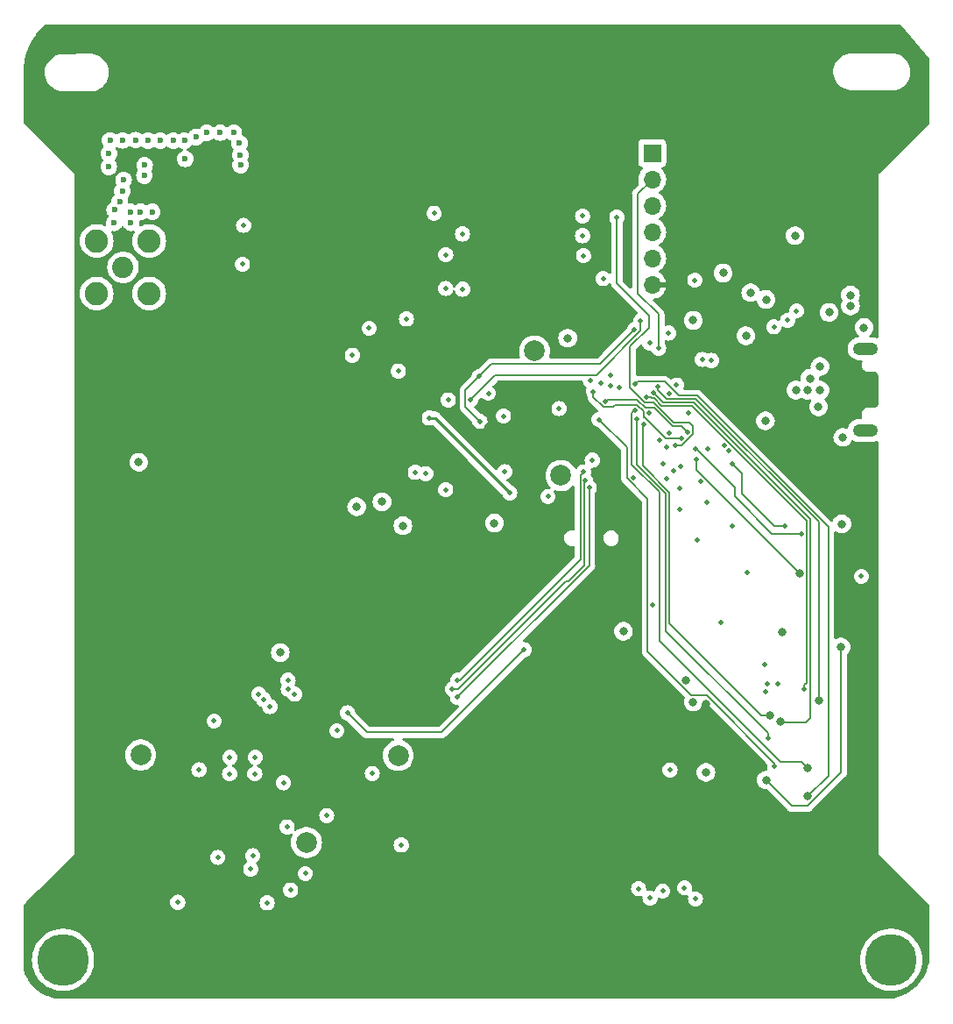
<source format=gbr>
%TF.GenerationSoftware,KiCad,Pcbnew,7.0.1*%
%TF.CreationDate,2024-03-13T20:17:12-07:00*%
%TF.ProjectId,flight_computer_dev_board_rfm98pw,666c6967-6874-45f6-936f-6d7075746572,rev?*%
%TF.SameCoordinates,Original*%
%TF.FileFunction,Copper,L3,Inr*%
%TF.FilePolarity,Positive*%
%FSLAX46Y46*%
G04 Gerber Fmt 4.6, Leading zero omitted, Abs format (unit mm)*
G04 Created by KiCad (PCBNEW 7.0.1) date 2024-03-13 20:17:12*
%MOMM*%
%LPD*%
G01*
G04 APERTURE LIST*
%TA.AperFunction,ComponentPad*%
%ADD10C,2.050000*%
%TD*%
%TA.AperFunction,ComponentPad*%
%ADD11C,2.250000*%
%TD*%
%TA.AperFunction,ComponentPad*%
%ADD12C,2.000000*%
%TD*%
%TA.AperFunction,ComponentPad*%
%ADD13C,5.000000*%
%TD*%
%TA.AperFunction,ComponentPad*%
%ADD14C,0.500000*%
%TD*%
%TA.AperFunction,ComponentPad*%
%ADD15O,2.416000X1.208000*%
%TD*%
%TA.AperFunction,ComponentPad*%
%ADD16R,1.700000X1.700000*%
%TD*%
%TA.AperFunction,ComponentPad*%
%ADD17O,1.700000X1.700000*%
%TD*%
%TA.AperFunction,ViaPad*%
%ADD18C,0.460000*%
%TD*%
%TA.AperFunction,ViaPad*%
%ADD19C,0.800000*%
%TD*%
%TA.AperFunction,ViaPad*%
%ADD20C,0.600000*%
%TD*%
%TA.AperFunction,Conductor*%
%ADD21C,0.127000*%
%TD*%
%TA.AperFunction,Conductor*%
%ADD22C,0.250000*%
%TD*%
G04 APERTURE END LIST*
D10*
%TO.N,Net-(J6-In)*%
%TO.C,J6*%
X153170000Y-71210000D03*
D11*
%TO.N,GND*%
X150630000Y-68670000D03*
X150630000Y-73750000D03*
X155710000Y-68670000D03*
X155710000Y-73750000D03*
%TD*%
D12*
%TO.N,Net-(U9-RESET)*%
%TO.C,TP3*%
X154880000Y-118320000D03*
%TD*%
%TO.N,+5V*%
%TO.C,TP5*%
X179780000Y-118360000D03*
%TD*%
%TO.N,Net-(U9-STBY)*%
%TO.C,TP4*%
X170910000Y-126760000D03*
%TD*%
D13*
%TO.N,N/C*%
%TO.C,*%
X227414400Y-138100000D03*
%TD*%
%TO.N,N/C*%
%TO.C,*%
X147381083Y-138100000D03*
%TD*%
D12*
%TO.N,FC_RESET*%
%TO.C,TP2*%
X195510000Y-91320000D03*
%TD*%
D14*
%TO.N,GND*%
%TO.C,IC1*%
X205930000Y-87219188D03*
X207839188Y-85310000D03*
X204020812Y-85310000D03*
X205930000Y-83400812D03*
%TD*%
D12*
%TO.N,D3*%
%TO.C,TP1*%
X192960000Y-79300000D03*
%TD*%
D15*
%TO.N,GND*%
%TO.C,J8*%
X224920000Y-86970000D03*
%TO.N,N/C*%
X224920000Y-79070000D03*
%TD*%
D16*
%TO.N,GND*%
%TO.C,J3*%
X204330000Y-60190000D03*
D17*
%TO.N,TX*%
X204330000Y-62730000D03*
%TO.N,RX*%
X204330000Y-65270000D03*
%TO.N,SCL1*%
X204330000Y-67810000D03*
%TO.N,SDA1*%
X204330000Y-70350000D03*
%TO.N,3.3V*%
X204330000Y-72890000D03*
%TD*%
D18*
%TO.N,D3*%
X216160000Y-119380000D03*
X199170000Y-85920000D03*
%TO.N,Neo_pwr*%
X217130000Y-96240000D03*
X212080000Y-90220000D03*
%TO.N,ENABLE_BURN {slash} PC*%
X219020000Y-111910000D03*
%TO.N,D7*%
X215450000Y-111420000D03*
D19*
%TO.N,BURN_RELAY_A {slash} D5*%
X215670000Y-114530688D03*
D20*
%TO.N,GND*%
X153230000Y-62770000D03*
D18*
X165960000Y-118530000D03*
D19*
X180230000Y-96170000D03*
D18*
X165920000Y-120130000D03*
D19*
X215270000Y-86050000D03*
D20*
X159110000Y-58990000D03*
D19*
X168380000Y-108430000D03*
X216930000Y-106440000D03*
D20*
X152860000Y-64860000D03*
D18*
X167110000Y-132590000D03*
X163510000Y-118550000D03*
D19*
X154690000Y-90040000D03*
D20*
X154870000Y-65870000D03*
X151810000Y-60210000D03*
X164430000Y-59240000D03*
D18*
X170800000Y-129770000D03*
X184610000Y-84030000D03*
X173850000Y-115970000D03*
D19*
X218140000Y-68160000D03*
D18*
X208679998Y-97590002D03*
X200300000Y-81610000D03*
X208982438Y-91907561D03*
D20*
X155270000Y-61360000D03*
D19*
X221430000Y-75570000D03*
D20*
X153930000Y-65870000D03*
X155250000Y-62360000D03*
X153120000Y-58960000D03*
X164550000Y-61340000D03*
D18*
X180070000Y-127000000D03*
D20*
X158020000Y-58980000D03*
D18*
X172870000Y-124160000D03*
D19*
X213390000Y-77840000D03*
D20*
X164510000Y-60360000D03*
D18*
X177270000Y-120100000D03*
D20*
X154380000Y-58940000D03*
D19*
X222660000Y-96000000D03*
D18*
X189950000Y-85580000D03*
X165720000Y-128040000D03*
D20*
X153120000Y-63830000D03*
D18*
X158470000Y-132530000D03*
D19*
X209520000Y-120000000D03*
D20*
X153940000Y-66910000D03*
D18*
X198529500Y-89848715D03*
X162340000Y-128210000D03*
D20*
X155580000Y-58990000D03*
D19*
X196160000Y-78060000D03*
X220400000Y-84690000D03*
D18*
X205900000Y-77570000D03*
X204120000Y-132130000D03*
X169040000Y-125260000D03*
D20*
X162580000Y-58200000D03*
D18*
X224550000Y-101060000D03*
D19*
X211180000Y-71770000D03*
D20*
X151800000Y-61520000D03*
X151920000Y-58970000D03*
X161280000Y-58230000D03*
D18*
X195320000Y-84860000D03*
D20*
X156770000Y-58980000D03*
D18*
X163480000Y-120130000D03*
D20*
X163890000Y-58230000D03*
D18*
X194250000Y-93350000D03*
D20*
X155990000Y-65870000D03*
D19*
X201550000Y-106360000D03*
D18*
X202520000Y-91510000D03*
D19*
X208290000Y-76340000D03*
D20*
X159190000Y-60740000D03*
D19*
X189070000Y-95910000D03*
D18*
X184360000Y-92700000D03*
D20*
X160210000Y-58640000D03*
D18*
X188490000Y-83380000D03*
D20*
X152330000Y-66910000D03*
D18*
X190080000Y-90960000D03*
X181440000Y-91020000D03*
D20*
X152370000Y-65680000D03*
D18*
%TO.N,3.3V*%
X163460000Y-123970000D03*
X184480000Y-82086500D03*
D19*
X194910000Y-129920000D03*
X202280000Y-118210000D03*
D18*
X164250000Y-132090000D03*
D19*
X209510000Y-117560000D03*
X171390000Y-101650000D03*
X209530000Y-113420000D03*
D18*
X173360000Y-132480000D03*
X206340000Y-132250000D03*
X213130000Y-81120000D03*
X188360000Y-86580000D03*
X202010000Y-98770000D03*
D19*
X162670000Y-103180000D03*
D18*
X180430000Y-90840000D03*
D19*
X219690000Y-70410000D03*
X154520000Y-92960000D03*
%TO.N,VBUS*%
X220550000Y-80800000D03*
X222750000Y-87640000D03*
X224800000Y-77030000D03*
D18*
%TO.N,VCC_RF1*%
X182440000Y-91140000D03*
X182790000Y-85770000D03*
X211000000Y-105500000D03*
X204390000Y-103840000D03*
X175340000Y-79710000D03*
X190560000Y-93000000D03*
%TO.N,ENABLE_BURN {slash} PC*%
X203796738Y-83787000D03*
%TO.N,I2C_RESET {slash} VS*%
X202679075Y-82473441D03*
D19*
X219340353Y-122320353D03*
D18*
%TO.N,ENAB_RF {slash} D2*%
X202660000Y-85010000D03*
D19*
X219380000Y-119590000D03*
D18*
%TO.N,VBUS_RESET {slash} D4*%
X202849500Y-85860738D03*
%TO.N,BURN_RELAY_A {slash} D5*%
X203550000Y-86350000D03*
%TO.N,VBUS_RESET {slash} D4*%
X215506396Y-116726396D03*
%TO.N,D6*%
X205700000Y-91630000D03*
%TO.N,D7*%
X212080784Y-96219216D03*
X205337798Y-90170000D03*
%TO.N,D6*%
X215280000Y-112190000D03*
%TO.N,D8*%
X206400000Y-90840000D03*
X215210000Y-109560000D03*
%TO.N,D9*%
X207100000Y-90410000D03*
%TO.N,SPI0_CS1*%
X208510000Y-132220000D03*
X216450000Y-111480000D03*
X209680000Y-88780000D03*
X206050000Y-119760000D03*
%TO.N,D9*%
X213493500Y-100670000D03*
%TO.N,TX*%
X204950000Y-79020000D03*
%TO.N,RX*%
X204070000Y-78550000D03*
%TO.N,D3*%
X208450000Y-72460000D03*
%TO.N,SPI0_CS2*%
X209650000Y-93900000D03*
X211270172Y-88389828D03*
X191943000Y-108150000D03*
X161980000Y-115040000D03*
X174890000Y-114250000D03*
%TO.N,SDA1*%
X203210000Y-76390000D03*
X186770000Y-84000000D03*
%TO.N,SCL1*%
X187678042Y-86101958D03*
X187600000Y-81760000D03*
X202620000Y-77230000D03*
%TO.N,SDA0*%
X204850522Y-82754243D03*
D19*
X220410000Y-113017000D03*
X207590000Y-111070000D03*
%TO.N,SCL0*%
X208292347Y-113207653D03*
D18*
X204462067Y-83351099D03*
D19*
X216760000Y-115090000D03*
%TO.N,D0*%
X175760000Y-94330000D03*
D18*
X211765172Y-88884828D03*
D19*
%TO.N,HS*%
X215360000Y-120730000D03*
D18*
X208583633Y-89766425D03*
D19*
X222580000Y-107880000D03*
X218610000Y-100800000D03*
%TO.N,FC_RESET*%
X178212868Y-93870119D03*
D18*
%TO.N,SWCLK*%
X205044501Y-87897613D03*
%TO.N,SWDIO*%
X205760000Y-88610000D03*
%TO.N,SPI0_MISO*%
X201127420Y-82797802D03*
X198250000Y-92490000D03*
X169760000Y-112440000D03*
X199590000Y-72310000D03*
X185505000Y-112745000D03*
X166300000Y-112450000D03*
X203010000Y-131230000D03*
%TO.N,SPI0_CS0*%
X200340891Y-82659109D03*
X197600000Y-66270000D03*
X183240000Y-66001499D03*
X180570000Y-76200000D03*
%TO.N,SPI0_SCK*%
X185010000Y-111946500D03*
X205340000Y-131450000D03*
X197600000Y-68170000D03*
X169150000Y-111950000D03*
X185990000Y-68001499D03*
X199392286Y-82407714D03*
X167380000Y-113640000D03*
X197874605Y-91817762D03*
X186010000Y-73340000D03*
%TO.N,SPI0_MOSI*%
X166790000Y-112980000D03*
X197690000Y-90980000D03*
X169130000Y-111100000D03*
X184370000Y-70001499D03*
X197690000Y-70090000D03*
X185520000Y-111100000D03*
X198371758Y-82190609D03*
X207440000Y-131140000D03*
X184370000Y-73260000D03*
%TO.N,RF1_RST*%
X200910000Y-66380000D03*
X206570000Y-88420000D03*
%TO.N,WDT_WDI*%
X206990000Y-92600000D03*
X206990000Y-94590000D03*
%TO.N,RF1_IO4*%
X198640000Y-83210000D03*
X176960000Y-77100000D03*
X164830000Y-67160000D03*
X207168321Y-87727200D03*
%TO.N,RF1_IO0*%
X207730000Y-87140000D03*
X199794371Y-84205629D03*
X164720000Y-70930000D03*
X179790000Y-81240000D03*
%TO.N,NEOPIX*%
X208534359Y-88793124D03*
X218780000Y-97000000D03*
%TO.N,/QSPI_DATA[3]*%
X218280000Y-75430000D03*
X210049974Y-80209974D03*
%TO.N,/QSPI_SCK*%
X217420000Y-76340000D03*
X209174194Y-80114194D03*
%TO.N,/QSPI_DATA[0]*%
X206690000Y-82590000D03*
X216096396Y-76966396D03*
D19*
%TO.N,/QSPI_DATA[2]*%
X213850000Y-73670000D03*
X215330000Y-74330000D03*
%TO.N,USB_D-*%
X223489169Y-74945000D03*
X218210000Y-83080000D03*
X219580000Y-81940000D03*
%TO.N,USB_D+*%
X219320000Y-83080000D03*
X220550000Y-83090000D03*
X223489169Y-73895000D03*
D18*
%TO.N,CANL*%
X165520000Y-129320000D03*
X169380000Y-131360000D03*
%TO.N,TXCAN*%
X160520000Y-119740000D03*
X168690000Y-121000000D03*
%TD*%
D21*
%TO.N,SPI0_MISO*%
X198250000Y-92490000D02*
X198250000Y-100000000D01*
X198250000Y-100000000D02*
X185505000Y-112745000D01*
%TO.N,SPI0_SCK*%
X196213776Y-101573776D02*
X197756500Y-100031052D01*
X195978309Y-101573776D02*
X196213776Y-101573776D01*
X197756500Y-100031052D02*
X197756500Y-91935867D01*
X185605585Y-111946500D02*
X195978309Y-101573776D01*
X197756500Y-91935867D02*
X197874605Y-91817762D01*
X185010000Y-111946500D02*
X185605585Y-111946500D01*
%TO.N,D3*%
X209590000Y-112540000D02*
X216160000Y-119110000D01*
X203896500Y-108326500D02*
X208110000Y-112540000D01*
X208110000Y-112540000D02*
X209590000Y-112540000D01*
X203896500Y-93584415D02*
X203896500Y-108326500D01*
X201870000Y-91557915D02*
X203896500Y-93584415D01*
X201870000Y-88620000D02*
X201870000Y-91557915D01*
X199170000Y-85920000D02*
X201870000Y-88620000D01*
X216160000Y-119110000D02*
X216160000Y-119380000D01*
%TO.N,Neo_pwr*%
X216160000Y-96240000D02*
X217130000Y-96240000D01*
X213000000Y-93080000D02*
X216160000Y-96240000D01*
X213000000Y-91140000D02*
X213000000Y-93080000D01*
X212080000Y-90220000D02*
X213000000Y-91140000D01*
%TO.N,ENAB_RF {slash} D2*%
X205010000Y-92930000D02*
X202356500Y-90276500D01*
X205010000Y-107310000D02*
X205010000Y-92930000D01*
X202356500Y-85313500D02*
X202660000Y-85010000D01*
X218790000Y-119000000D02*
X216700000Y-119000000D01*
X216700000Y-119000000D02*
X205010000Y-107310000D01*
X202356500Y-90276500D02*
X202356500Y-85313500D01*
X219380000Y-119590000D02*
X218790000Y-119000000D01*
%TO.N,VBUS_RESET {slash} D4*%
X215506396Y-116198481D02*
X215506396Y-116726396D01*
X205630000Y-93087552D02*
X205630000Y-106322085D01*
X205630000Y-106322085D02*
X215506396Y-116198481D01*
X202850000Y-90307552D02*
X205630000Y-93087552D01*
X202850000Y-85861238D02*
X202850000Y-90307552D01*
X202849500Y-85860738D02*
X202850000Y-85861238D01*
%TO.N,ENABLE_BURN {slash} PC*%
X219020000Y-111570000D02*
X219020000Y-111910000D01*
X219273000Y-111317000D02*
X219020000Y-111570000D01*
%TO.N,BURN_RELAY_A {slash} D5*%
X205957000Y-92952104D02*
X203392383Y-90387487D01*
X205957000Y-105617000D02*
X205957000Y-92952104D01*
X214850000Y-114510000D02*
X205957000Y-105617000D01*
X203392383Y-90387487D02*
X203392383Y-86507617D01*
X215670000Y-114530688D02*
X215649312Y-114510000D01*
X215649312Y-114510000D02*
X214850000Y-114510000D01*
X203392383Y-86507617D02*
X203550000Y-86350000D01*
%TO.N,I2C_RESET {slash} VS*%
X202891773Y-82260743D02*
X202679075Y-82473441D01*
X206873000Y-83613000D02*
X205520743Y-82260743D01*
X208685448Y-83613000D02*
X206873000Y-83613000D01*
X221350000Y-96277552D02*
X208685448Y-83613000D01*
X221350000Y-120310706D02*
X221350000Y-96277552D01*
X205520743Y-82260743D02*
X202891773Y-82260743D01*
X219340353Y-122320353D02*
X221350000Y-120310706D01*
D22*
%TO.N,VCC_RF1*%
X183330000Y-85770000D02*
X190560000Y-93000000D01*
X182790000Y-85770000D02*
X183330000Y-85770000D01*
D21*
%TO.N,ENABLE_BURN {slash} PC*%
X204200053Y-83787000D02*
X204257652Y-83844599D01*
X208171552Y-84594000D02*
X219273000Y-95695448D01*
X205242520Y-84594000D02*
X208171552Y-84594000D01*
X204257652Y-83844599D02*
X204493119Y-83844599D01*
X204493119Y-83844599D02*
X205242520Y-84594000D01*
X203796738Y-83787000D02*
X204200053Y-83787000D01*
X219273000Y-95695448D02*
X219273000Y-111317000D01*
%TO.N,TX*%
X202940000Y-64120000D02*
X204330000Y-62730000D01*
X204950000Y-79020000D02*
X204950000Y-75750000D01*
X204950000Y-75750000D02*
X202940000Y-73740000D01*
X202940000Y-73740000D02*
X202940000Y-64120000D01*
%TO.N,SPI0_CS2*%
X183959500Y-116133500D02*
X176773500Y-116133500D01*
X191943000Y-108150000D02*
X183959500Y-116133500D01*
X176773500Y-116133500D02*
X174890000Y-114250000D01*
%TO.N,SDA1*%
X203210000Y-76390000D02*
X203210000Y-77337915D01*
X189160000Y-81610000D02*
X186770000Y-84000000D01*
X203210000Y-77337915D02*
X198937915Y-81610000D01*
X198937915Y-81610000D02*
X189160000Y-81610000D01*
%TO.N,SCL1*%
X202620000Y-77230000D02*
X199900000Y-79950000D01*
X186276500Y-84700416D02*
X186276500Y-83083500D01*
X187678042Y-86101958D02*
X186276500Y-84700416D01*
X199900000Y-79950000D02*
X199286500Y-80563500D01*
X186276500Y-83083500D02*
X187600000Y-81760000D01*
X199286500Y-80563500D02*
X188796500Y-80563500D01*
X188796500Y-80563500D02*
X187600000Y-81760000D01*
%TO.N,SDA0*%
X204850522Y-83047533D02*
X205742989Y-83940000D01*
X220410000Y-95800000D02*
X220410000Y-113017000D01*
X208550000Y-83940000D02*
X220410000Y-95800000D01*
X205742989Y-83940000D02*
X208550000Y-83940000D01*
X204850522Y-82754243D02*
X204850522Y-83047533D01*
%TO.N,SCL0*%
X216760000Y-115120000D02*
X216760000Y-115090000D01*
X205377968Y-84267000D02*
X208307000Y-84267000D01*
X219600000Y-114750000D02*
X219180000Y-115170000D01*
X219600000Y-95560000D02*
X219600000Y-114750000D01*
X208307000Y-84267000D02*
X219600000Y-95560000D01*
X219180000Y-115170000D02*
X216810000Y-115170000D01*
X204462067Y-83351099D02*
X205377968Y-84267000D01*
X216810000Y-115170000D02*
X216760000Y-115120000D01*
%TO.N,HS*%
X222580000Y-120018331D02*
X219384831Y-123213500D01*
X215260000Y-97487915D02*
X215297915Y-97487915D01*
X215297915Y-97487915D02*
X218610000Y-100800000D01*
X219384831Y-123213500D02*
X217843500Y-123213500D01*
X215260000Y-97487915D02*
X215260000Y-97480000D01*
X222580000Y-107880000D02*
X222580000Y-120018331D01*
X217843500Y-123213500D02*
X215360000Y-120730000D01*
X208583633Y-89766425D02*
X208583633Y-90811548D01*
X208583633Y-90811548D02*
X215260000Y-97487915D01*
%TO.N,SPI0_MOSI*%
X197381105Y-99418895D02*
X197381105Y-91288895D01*
X197381105Y-91288895D02*
X197690000Y-90980000D01*
X185700000Y-111100000D02*
X197381105Y-99418895D01*
X185520000Y-111100000D02*
X185700000Y-111100000D01*
%TO.N,RF1_RST*%
X207920000Y-86250000D02*
X206436072Y-86250000D01*
X203592323Y-84280500D02*
X202180000Y-82868177D01*
X207173436Y-88420000D02*
X208240000Y-87353436D01*
X208240000Y-86570000D02*
X207920000Y-86250000D01*
X206570000Y-88420000D02*
X207173436Y-88420000D01*
X204466572Y-84280500D02*
X203592323Y-84280500D01*
X202180000Y-82868177D02*
X202180000Y-78880000D01*
X200910000Y-72760000D02*
X200910000Y-66380000D01*
X202180000Y-78880000D02*
X204020000Y-77040000D01*
X204020000Y-77040000D02*
X204020000Y-75870000D01*
X208240000Y-87353436D02*
X208240000Y-86570000D01*
X206436072Y-86250000D02*
X204466572Y-84280500D01*
X204020000Y-75870000D02*
X200910000Y-72760000D01*
%TO.N,RF1_IO4*%
X207123522Y-87771999D02*
X205671999Y-87771999D01*
X207168321Y-87727200D02*
X207123522Y-87771999D01*
X203570000Y-85670000D02*
X203550000Y-85670000D01*
X200600000Y-84610000D02*
X200510871Y-84699129D01*
X202873463Y-84486536D02*
X200723464Y-84486536D01*
X203507312Y-85627312D02*
X203507312Y-85120385D01*
X200723464Y-84486536D02*
X200600000Y-84610000D01*
X203507312Y-85120385D02*
X202873463Y-84486536D01*
X205671999Y-87771999D02*
X203570000Y-85670000D01*
X199589956Y-84699129D02*
X198640000Y-83749173D01*
X203550000Y-85670000D02*
X203507312Y-85627312D01*
X200510871Y-84699129D02*
X199589956Y-84699129D01*
X198640000Y-83749173D02*
X198640000Y-83210000D01*
%TO.N,RF1_IO0*%
X200030000Y-83970000D02*
X199794371Y-84205629D01*
X203645875Y-84796500D02*
X202819375Y-83970000D01*
X202819375Y-83970000D02*
X200030000Y-83970000D01*
X206300624Y-86577000D02*
X204520124Y-84796500D01*
X207730000Y-87140000D02*
X207167000Y-86577000D01*
X204520124Y-84796500D02*
X203645875Y-84796500D01*
X207167000Y-86577000D02*
X206300624Y-86577000D01*
%TO.N,NEOPIX*%
X212280000Y-92484466D02*
X208588658Y-88793124D01*
X212280000Y-93360000D02*
X212280000Y-92484466D01*
X208588658Y-88793124D02*
X208534359Y-88793124D01*
X218780000Y-97000000D02*
X215920000Y-97000000D01*
X215920000Y-97000000D02*
X212280000Y-93360000D01*
%TD*%
%TA.AperFunction,Conductor*%
%TO.N,3.3V*%
G36*
X228288992Y-47778803D02*
G01*
X228341507Y-47790633D01*
X228384059Y-47823600D01*
X231109469Y-51106745D01*
X231114110Y-51112335D01*
X231135334Y-51149435D01*
X231142700Y-51191537D01*
X231142700Y-57245588D01*
X231133261Y-57293041D01*
X231106381Y-57333269D01*
X226267208Y-62172441D01*
X226245311Y-62187978D01*
X226224598Y-62213950D01*
X226215345Y-62224304D01*
X226212252Y-62227396D01*
X226209922Y-62231105D01*
X226201889Y-62242426D01*
X226181176Y-62268400D01*
X226176517Y-62279647D01*
X226172800Y-62312641D01*
X226170475Y-62326333D01*
X226169500Y-62330607D01*
X226169500Y-62334978D01*
X226168721Y-62348859D01*
X226165002Y-62381865D01*
X226169500Y-62408332D01*
X226169500Y-77955488D01*
X226155032Y-78013616D01*
X226115003Y-78058179D01*
X226058755Y-78078778D01*
X225999417Y-78070606D01*
X225836589Y-78005420D01*
X225836587Y-78005419D01*
X225629467Y-77965500D01*
X225426050Y-77965500D01*
X225366313Y-77950162D01*
X225321353Y-77907943D01*
X225302295Y-77849286D01*
X225313851Y-77788704D01*
X225353164Y-77741182D01*
X225405872Y-77702887D01*
X225532533Y-77562216D01*
X225627179Y-77398284D01*
X225656584Y-77307784D01*
X225685674Y-77218256D01*
X225705460Y-77030000D01*
X225685674Y-76841744D01*
X225627179Y-76661716D01*
X225627179Y-76661715D01*
X225532533Y-76497783D01*
X225405870Y-76357110D01*
X225252730Y-76245848D01*
X225079802Y-76168855D01*
X224894648Y-76129500D01*
X224894646Y-76129500D01*
X224705354Y-76129500D01*
X224705352Y-76129500D01*
X224520197Y-76168855D01*
X224347269Y-76245848D01*
X224194129Y-76357110D01*
X224067466Y-76497783D01*
X223972820Y-76661715D01*
X223914326Y-76841742D01*
X223894540Y-77030000D01*
X223914326Y-77218257D01*
X223972820Y-77398284D01*
X224067466Y-77562216D01*
X224194129Y-77702888D01*
X224256538Y-77748231D01*
X224294826Y-77793625D01*
X224307615Y-77851617D01*
X224291972Y-77908905D01*
X224251486Y-77952350D01*
X224195441Y-77971987D01*
X224106023Y-77980526D01*
X223903633Y-78039952D01*
X223716142Y-78136610D01*
X223550342Y-78266998D01*
X223412206Y-78426415D01*
X223306740Y-78609087D01*
X223237752Y-78808417D01*
X223207733Y-79017205D01*
X223207733Y-79017207D01*
X223212762Y-79122793D01*
X223217769Y-79227902D01*
X223267500Y-79432894D01*
X223355122Y-79624761D01*
X223447953Y-79755122D01*
X223477478Y-79796584D01*
X223630138Y-79942145D01*
X223807587Y-80056184D01*
X224003411Y-80134580D01*
X224210533Y-80174500D01*
X224527236Y-80174500D01*
X224587217Y-80189972D01*
X224632230Y-80232528D01*
X224651041Y-80291548D01*
X224638956Y-80352300D01*
X224624999Y-80381283D01*
X224602119Y-80428794D01*
X224569500Y-80571706D01*
X224569500Y-80718294D01*
X224602119Y-80861207D01*
X224665719Y-80993275D01*
X224687546Y-81020644D01*
X224757117Y-81107883D01*
X224812009Y-81151658D01*
X224871724Y-81199280D01*
X224956281Y-81240000D01*
X225003794Y-81262881D01*
X225146706Y-81295500D01*
X225197410Y-81295500D01*
X225220000Y-81295500D01*
X225259882Y-81295500D01*
X225835989Y-81295500D01*
X225865067Y-81298958D01*
X225921388Y-81312544D01*
X225951611Y-81324185D01*
X225966359Y-81332216D01*
X226007277Y-81354498D01*
X226033453Y-81373569D01*
X226055373Y-81394428D01*
X226079368Y-81417263D01*
X226099714Y-81442466D01*
X226132744Y-81496557D01*
X226145869Y-81526167D01*
X226163764Y-81586964D01*
X226168773Y-81618967D01*
X226170201Y-81677771D01*
X226169371Y-81686215D01*
X226169433Y-81702821D01*
X226168729Y-81716482D01*
X226166019Y-81741790D01*
X226169676Y-81766856D01*
X226174442Y-83019684D01*
X226174443Y-83020156D01*
X226174443Y-84272753D01*
X226170915Y-84297258D01*
X226173737Y-84323592D01*
X226174443Y-84336803D01*
X226174443Y-84355686D01*
X226175071Y-84361946D01*
X226173651Y-84420513D01*
X226168644Y-84452512D01*
X226150755Y-84513304D01*
X226137630Y-84542917D01*
X226104608Y-84597001D01*
X226084263Y-84622204D01*
X226038358Y-84665894D01*
X226012181Y-84684969D01*
X225956531Y-84715279D01*
X225926309Y-84726923D01*
X225891511Y-84735320D01*
X225867805Y-84741040D01*
X225838720Y-84744500D01*
X225146706Y-84744500D01*
X225003792Y-84777119D01*
X224871724Y-84840719D01*
X224757117Y-84932117D01*
X224665719Y-85046724D01*
X224602119Y-85178792D01*
X224575861Y-85293836D01*
X224569500Y-85321706D01*
X224569500Y-85468294D01*
X224602119Y-85611206D01*
X224636075Y-85681716D01*
X224638956Y-85687698D01*
X224651041Y-85748452D01*
X224632230Y-85807472D01*
X224587217Y-85850028D01*
X224527236Y-85865500D01*
X224263382Y-85865500D01*
X224106023Y-85880526D01*
X223903633Y-85939952D01*
X223716142Y-86036610D01*
X223550342Y-86166998D01*
X223412206Y-86326415D01*
X223306740Y-86509087D01*
X223233879Y-86719609D01*
X223231432Y-86718762D01*
X223218338Y-86752138D01*
X223176258Y-86790198D01*
X223121630Y-86805530D01*
X223065891Y-86794923D01*
X223029801Y-86778854D01*
X222844648Y-86739500D01*
X222844646Y-86739500D01*
X222655354Y-86739500D01*
X222655352Y-86739500D01*
X222470197Y-86778855D01*
X222297269Y-86855848D01*
X222144129Y-86967110D01*
X222017466Y-87107783D01*
X221922820Y-87271715D01*
X221864326Y-87451742D01*
X221844540Y-87640000D01*
X221864326Y-87828257D01*
X221922820Y-88008284D01*
X222017466Y-88172216D01*
X222144129Y-88312889D01*
X222297269Y-88424151D01*
X222470197Y-88501144D01*
X222655352Y-88540500D01*
X222655354Y-88540500D01*
X222844646Y-88540500D01*
X222844648Y-88540500D01*
X222968083Y-88514262D01*
X223029803Y-88501144D01*
X223202730Y-88424151D01*
X223293562Y-88358158D01*
X223355870Y-88312889D01*
X223482533Y-88172216D01*
X223520381Y-88106661D01*
X223577179Y-88008284D01*
X223581291Y-87995627D01*
X223610297Y-87947524D01*
X223657551Y-87917154D01*
X223713357Y-87910750D01*
X223766263Y-87929627D01*
X223807584Y-87956183D01*
X223873044Y-87982389D01*
X224003411Y-88034580D01*
X224210533Y-88074500D01*
X225576613Y-88074500D01*
X225576618Y-88074500D01*
X225674966Y-88065108D01*
X225733979Y-88059473D01*
X225936368Y-88000047D01*
X225988680Y-87973077D01*
X226049926Y-87959373D01*
X226110038Y-87977413D01*
X226153617Y-88022576D01*
X226169500Y-88083294D01*
X226169500Y-127681668D01*
X226165002Y-127708134D01*
X226168721Y-127741141D01*
X226169500Y-127755022D01*
X226169500Y-127759389D01*
X226170473Y-127763653D01*
X226172800Y-127777356D01*
X226176517Y-127810354D01*
X226181176Y-127821600D01*
X226201888Y-127847573D01*
X226209928Y-127858903D01*
X226212252Y-127862601D01*
X226215336Y-127865685D01*
X226224601Y-127876052D01*
X226245312Y-127902022D01*
X226267213Y-127917562D01*
X231106381Y-132756731D01*
X231133261Y-132796959D01*
X231142700Y-132844412D01*
X231142700Y-138046741D01*
X231140771Y-138068529D01*
X231077299Y-138424135D01*
X231074945Y-138434656D01*
X230976741Y-138798544D01*
X230973482Y-138808820D01*
X230844045Y-139162797D01*
X230839906Y-139172751D01*
X230680211Y-139514151D01*
X230675223Y-139523708D01*
X230486480Y-139849943D01*
X230480681Y-139859031D01*
X230264316Y-140167639D01*
X230257750Y-140176189D01*
X230015386Y-140464852D01*
X230008101Y-140472799D01*
X229741599Y-140739301D01*
X229733652Y-140746586D01*
X229444989Y-140988950D01*
X229436439Y-140995516D01*
X229127831Y-141211881D01*
X229118743Y-141217680D01*
X228792508Y-141406423D01*
X228782951Y-141411411D01*
X228441551Y-141571106D01*
X228431597Y-141575245D01*
X228077620Y-141704682D01*
X228067344Y-141707941D01*
X227703456Y-141806145D01*
X227692935Y-141808499D01*
X227337329Y-141871971D01*
X227315541Y-141873900D01*
X147405254Y-141873900D01*
X147400683Y-141873025D01*
X147343154Y-141873878D01*
X147337326Y-141873828D01*
X146980930Y-141862350D01*
X146969309Y-141861427D01*
X146618481Y-141816901D01*
X146606997Y-141814891D01*
X146261902Y-141737616D01*
X146250659Y-141734537D01*
X146158830Y-141704682D01*
X145914341Y-141625194D01*
X145903440Y-141621074D01*
X145741157Y-141550851D01*
X145578882Y-141480632D01*
X145568413Y-141475505D01*
X145258472Y-141305202D01*
X145248530Y-141299114D01*
X144955953Y-141100457D01*
X144946628Y-141093463D01*
X144674004Y-140868214D01*
X144665375Y-140860374D01*
X144415102Y-140610509D01*
X144407249Y-140601894D01*
X144181553Y-140329638D01*
X144174543Y-140320323D01*
X143975410Y-140028071D01*
X143969306Y-140018139D01*
X143798503Y-139708488D01*
X143793358Y-139698027D01*
X143685075Y-139448904D01*
X143652378Y-139373678D01*
X143648247Y-139362800D01*
X143549838Y-139061789D01*
X143543700Y-139023258D01*
X143543700Y-138100000D01*
X144375497Y-138100000D01*
X144395821Y-138448927D01*
X144456512Y-138793130D01*
X144456514Y-138793136D01*
X144556757Y-139127971D01*
X144658048Y-139362790D01*
X144695195Y-139448906D01*
X144869952Y-139751595D01*
X144949935Y-139859031D01*
X145078671Y-140031953D01*
X145318525Y-140286183D01*
X145586272Y-140510849D01*
X145586276Y-140510852D01*
X145586279Y-140510854D01*
X145878289Y-140702913D01*
X146190628Y-140859776D01*
X146340355Y-140914271D01*
X146519072Y-140979319D01*
X146859169Y-141059923D01*
X147206324Y-141100500D01*
X147555837Y-141100500D01*
X147555842Y-141100500D01*
X147902997Y-141059923D01*
X148243094Y-140979319D01*
X148541351Y-140870762D01*
X148571537Y-140859776D01*
X148883876Y-140702913D01*
X149024369Y-140610509D01*
X149175894Y-140510849D01*
X149443641Y-140286183D01*
X149683495Y-140031953D01*
X149892213Y-139751596D01*
X150066972Y-139448904D01*
X150205409Y-139127971D01*
X150305652Y-138793136D01*
X150366345Y-138448927D01*
X150386668Y-138100000D01*
X224408814Y-138100000D01*
X224429138Y-138448927D01*
X224489829Y-138793130D01*
X224489831Y-138793136D01*
X224590074Y-139127971D01*
X224691365Y-139362790D01*
X224728512Y-139448906D01*
X224903269Y-139751595D01*
X224983252Y-139859031D01*
X225111988Y-140031953D01*
X225351842Y-140286183D01*
X225619589Y-140510849D01*
X225619593Y-140510852D01*
X225619596Y-140510854D01*
X225911606Y-140702913D01*
X226223945Y-140859776D01*
X226373672Y-140914271D01*
X226552389Y-140979319D01*
X226892486Y-141059923D01*
X227239641Y-141100500D01*
X227589154Y-141100500D01*
X227589159Y-141100500D01*
X227936314Y-141059923D01*
X228276411Y-140979319D01*
X228574668Y-140870762D01*
X228604854Y-140859776D01*
X228917193Y-140702913D01*
X229057686Y-140610509D01*
X229209211Y-140510849D01*
X229476958Y-140286183D01*
X229716812Y-140031953D01*
X229925530Y-139751596D01*
X230100289Y-139448904D01*
X230238726Y-139127971D01*
X230338969Y-138793136D01*
X230399662Y-138448927D01*
X230419985Y-138100000D01*
X230399662Y-137751073D01*
X230338969Y-137406864D01*
X230238726Y-137072029D01*
X230100289Y-136751096D01*
X229925530Y-136448404D01*
X229716812Y-136168047D01*
X229476958Y-135913817D01*
X229209211Y-135689151D01*
X229209207Y-135689148D01*
X229209203Y-135689145D01*
X228917193Y-135497086D01*
X228604854Y-135340223D01*
X228276414Y-135220682D01*
X228276413Y-135220681D01*
X228276411Y-135220681D01*
X228089557Y-135176396D01*
X227936315Y-135140077D01*
X227878454Y-135133314D01*
X227589159Y-135099500D01*
X227239641Y-135099500D01*
X226991673Y-135128483D01*
X226892484Y-135140077D01*
X226552385Y-135220682D01*
X226223945Y-135340223D01*
X225911606Y-135497086D01*
X225619596Y-135689145D01*
X225619588Y-135689151D01*
X225619589Y-135689151D01*
X225351842Y-135913817D01*
X225351838Y-135913820D01*
X225351837Y-135913822D01*
X225111989Y-136168045D01*
X224903269Y-136448404D01*
X224728512Y-136751093D01*
X224728511Y-136751096D01*
X224590074Y-137072029D01*
X224531727Y-137266920D01*
X224489829Y-137406869D01*
X224429138Y-137751072D01*
X224408814Y-138100000D01*
X150386668Y-138100000D01*
X150366345Y-137751073D01*
X150305652Y-137406864D01*
X150205409Y-137072029D01*
X150066972Y-136751096D01*
X149892213Y-136448404D01*
X149683495Y-136168047D01*
X149443641Y-135913817D01*
X149175894Y-135689151D01*
X149175890Y-135689148D01*
X149175886Y-135689145D01*
X148883876Y-135497086D01*
X148571537Y-135340223D01*
X148243097Y-135220682D01*
X148243096Y-135220681D01*
X148243094Y-135220681D01*
X148056240Y-135176396D01*
X147902998Y-135140077D01*
X147845137Y-135133314D01*
X147555842Y-135099500D01*
X147206324Y-135099500D01*
X146958356Y-135128483D01*
X146859167Y-135140077D01*
X146519068Y-135220682D01*
X146190628Y-135340223D01*
X145878289Y-135497086D01*
X145586279Y-135689145D01*
X145586271Y-135689151D01*
X145586272Y-135689151D01*
X145318525Y-135913817D01*
X145318521Y-135913820D01*
X145318520Y-135913822D01*
X145078672Y-136168045D01*
X144869952Y-136448404D01*
X144695195Y-136751093D01*
X144695194Y-136751096D01*
X144556757Y-137072029D01*
X144498410Y-137266920D01*
X144456512Y-137406869D01*
X144395821Y-137751072D01*
X144375497Y-138100000D01*
X143543700Y-138100000D01*
X143543700Y-132844411D01*
X143553139Y-132796958D01*
X143580019Y-132756730D01*
X143806749Y-132530000D01*
X157734877Y-132530000D01*
X157753308Y-132693580D01*
X157807677Y-132848957D01*
X157895257Y-132988341D01*
X158011658Y-133104742D01*
X158151042Y-133192322D01*
X158306419Y-133246691D01*
X158470000Y-133265122D01*
X158633580Y-133246691D01*
X158788957Y-133192322D01*
X158928341Y-133104742D01*
X159044742Y-132988341D01*
X159132322Y-132848957D01*
X159186691Y-132693580D01*
X159198362Y-132589999D01*
X166374877Y-132589999D01*
X166393308Y-132753580D01*
X166447677Y-132908957D01*
X166535257Y-133048341D01*
X166651658Y-133164742D01*
X166791042Y-133252322D01*
X166946419Y-133306691D01*
X167110000Y-133325122D01*
X167273580Y-133306691D01*
X167428957Y-133252322D01*
X167568341Y-133164742D01*
X167684742Y-133048341D01*
X167772322Y-132908957D01*
X167826691Y-132753580D01*
X167845122Y-132590000D01*
X167839954Y-132544137D01*
X167826691Y-132426419D01*
X167772322Y-132271042D01*
X167684742Y-132131658D01*
X167568341Y-132015257D01*
X167428957Y-131927677D01*
X167273580Y-131873308D01*
X167110000Y-131854877D01*
X166946419Y-131873308D01*
X166791042Y-131927677D01*
X166651658Y-132015257D01*
X166535257Y-132131658D01*
X166447677Y-132271042D01*
X166393308Y-132426419D01*
X166374877Y-132589999D01*
X159198362Y-132589999D01*
X159205122Y-132530000D01*
X159193451Y-132426419D01*
X159186691Y-132366419D01*
X159132322Y-132211042D01*
X159044742Y-132071658D01*
X158928341Y-131955257D01*
X158788957Y-131867677D01*
X158633580Y-131813308D01*
X158470000Y-131794877D01*
X158306419Y-131813308D01*
X158151042Y-131867677D01*
X158011658Y-131955257D01*
X157895257Y-132071658D01*
X157807677Y-132211042D01*
X157753308Y-132366419D01*
X157734877Y-132530000D01*
X143806749Y-132530000D01*
X144788304Y-131548445D01*
X144976749Y-131360000D01*
X168644877Y-131360000D01*
X168663308Y-131523580D01*
X168717677Y-131678957D01*
X168805257Y-131818341D01*
X168921658Y-131934742D01*
X169061042Y-132022322D01*
X169216419Y-132076691D01*
X169380000Y-132095122D01*
X169543580Y-132076691D01*
X169698957Y-132022322D01*
X169838341Y-131934742D01*
X169954742Y-131818341D01*
X170042322Y-131678957D01*
X170096691Y-131523580D01*
X170115122Y-131360000D01*
X170100475Y-131230000D01*
X170100475Y-131229999D01*
X202274877Y-131229999D01*
X202293308Y-131393580D01*
X202347677Y-131548957D01*
X202435257Y-131688341D01*
X202551658Y-131804742D01*
X202691042Y-131892322D01*
X202846419Y-131946691D01*
X203010000Y-131965122D01*
X203173580Y-131946691D01*
X203228782Y-131927374D01*
X203290506Y-131922168D01*
X203347048Y-131947469D01*
X203384297Y-131996963D01*
X203392956Y-132058300D01*
X203384877Y-132129999D01*
X203403308Y-132293580D01*
X203457677Y-132448957D01*
X203545257Y-132588341D01*
X203661658Y-132704742D01*
X203801042Y-132792322D01*
X203956419Y-132846691D01*
X204120000Y-132865122D01*
X204283580Y-132846691D01*
X204438957Y-132792322D01*
X204578341Y-132704742D01*
X204694742Y-132588341D01*
X204782322Y-132448957D01*
X204836691Y-132293580D01*
X204845922Y-132211648D01*
X204864148Y-132159561D01*
X204903170Y-132120539D01*
X204955258Y-132102313D01*
X205010097Y-132108492D01*
X205176419Y-132166691D01*
X205340000Y-132185122D01*
X205503580Y-132166691D01*
X205658957Y-132112322D01*
X205798341Y-132024742D01*
X205914742Y-131908341D01*
X206002322Y-131768957D01*
X206056691Y-131613580D01*
X206075122Y-131450000D01*
X206065323Y-131363034D01*
X206056691Y-131286419D01*
X206005457Y-131140000D01*
X206704877Y-131140000D01*
X206723308Y-131303580D01*
X206777677Y-131458957D01*
X206865257Y-131598341D01*
X206981658Y-131714742D01*
X207121042Y-131802322D01*
X207276419Y-131856691D01*
X207440000Y-131875122D01*
X207603580Y-131856691D01*
X207656381Y-131838214D01*
X207724926Y-131834365D01*
X207785015Y-131867574D01*
X207818226Y-131927662D01*
X207814377Y-131996210D01*
X207793308Y-132056421D01*
X207774877Y-132220000D01*
X207793308Y-132383580D01*
X207847677Y-132538957D01*
X207935257Y-132678341D01*
X208051658Y-132794742D01*
X208191042Y-132882322D01*
X208346419Y-132936691D01*
X208510000Y-132955122D01*
X208673580Y-132936691D01*
X208828957Y-132882322D01*
X208968341Y-132794742D01*
X209084742Y-132678341D01*
X209172322Y-132538957D01*
X209226691Y-132383580D01*
X209245122Y-132220000D01*
X209235168Y-132131658D01*
X209226691Y-132056419D01*
X209172322Y-131901042D01*
X209084742Y-131761658D01*
X208968341Y-131645257D01*
X208828957Y-131557677D01*
X208673580Y-131503308D01*
X208510000Y-131484877D01*
X208346422Y-131503308D01*
X208293618Y-131521785D01*
X208225071Y-131525634D01*
X208164982Y-131492424D01*
X208131773Y-131432335D01*
X208135623Y-131363788D01*
X208135887Y-131363034D01*
X208156691Y-131303580D01*
X208175122Y-131140000D01*
X208156691Y-130976420D01*
X208133814Y-130911043D01*
X208102322Y-130821042D01*
X208014742Y-130681658D01*
X207898341Y-130565257D01*
X207758957Y-130477677D01*
X207603580Y-130423308D01*
X207440000Y-130404877D01*
X207276419Y-130423308D01*
X207121042Y-130477677D01*
X206981658Y-130565257D01*
X206865257Y-130681658D01*
X206777677Y-130821042D01*
X206723308Y-130976419D01*
X206704877Y-131140000D01*
X206005457Y-131140000D01*
X206002322Y-131131042D01*
X205914742Y-130991658D01*
X205798341Y-130875257D01*
X205658957Y-130787677D01*
X205503580Y-130733308D01*
X205340000Y-130714877D01*
X205176419Y-130733308D01*
X205021042Y-130787677D01*
X204881658Y-130875257D01*
X204765257Y-130991658D01*
X204677677Y-131131042D01*
X204623308Y-131286420D01*
X204614077Y-131368350D01*
X204595851Y-131420438D01*
X204556829Y-131459460D01*
X204504741Y-131477686D01*
X204449903Y-131471508D01*
X204283577Y-131413308D01*
X204120000Y-131394877D01*
X203956421Y-131413308D01*
X203901217Y-131432625D01*
X203839491Y-131437831D01*
X203782949Y-131412529D01*
X203745701Y-131363034D01*
X203737043Y-131301700D01*
X203745122Y-131230000D01*
X203741338Y-131196420D01*
X203726691Y-131066419D01*
X203672322Y-130911042D01*
X203584742Y-130771658D01*
X203468341Y-130655257D01*
X203328957Y-130567677D01*
X203173580Y-130513308D01*
X203010000Y-130494877D01*
X202846419Y-130513308D01*
X202691042Y-130567677D01*
X202551658Y-130655257D01*
X202435257Y-130771658D01*
X202347677Y-130911042D01*
X202293308Y-131066419D01*
X202274877Y-131229999D01*
X170100475Y-131229999D01*
X170096691Y-131196419D01*
X170042322Y-131041042D01*
X169954742Y-130901658D01*
X169838341Y-130785257D01*
X169698957Y-130697677D01*
X169543580Y-130643308D01*
X169380000Y-130624877D01*
X169216419Y-130643308D01*
X169061042Y-130697677D01*
X168921658Y-130785257D01*
X168805257Y-130901658D01*
X168717677Y-131041042D01*
X168663308Y-131196419D01*
X168644877Y-131360000D01*
X144976749Y-131360000D01*
X147016749Y-129319999D01*
X164784877Y-129319999D01*
X164803308Y-129483580D01*
X164857677Y-129638957D01*
X164945257Y-129778341D01*
X165061658Y-129894742D01*
X165201042Y-129982322D01*
X165356419Y-130036691D01*
X165520000Y-130055122D01*
X165683580Y-130036691D01*
X165838957Y-129982322D01*
X165978341Y-129894742D01*
X166094742Y-129778341D01*
X166099984Y-129769999D01*
X170064877Y-129769999D01*
X170083308Y-129933580D01*
X170137677Y-130088957D01*
X170225257Y-130228341D01*
X170341658Y-130344742D01*
X170481042Y-130432322D01*
X170636419Y-130486691D01*
X170800000Y-130505122D01*
X170963580Y-130486691D01*
X171118957Y-130432322D01*
X171258341Y-130344742D01*
X171374742Y-130228341D01*
X171462322Y-130088957D01*
X171516691Y-129933580D01*
X171535122Y-129770000D01*
X171516691Y-129606420D01*
X171473707Y-129483580D01*
X171462322Y-129451042D01*
X171374742Y-129311658D01*
X171258341Y-129195257D01*
X171118957Y-129107677D01*
X170963580Y-129053308D01*
X170800000Y-129034877D01*
X170636419Y-129053308D01*
X170481042Y-129107677D01*
X170341658Y-129195257D01*
X170225257Y-129311658D01*
X170137677Y-129451042D01*
X170083308Y-129606419D01*
X170064877Y-129769999D01*
X166099984Y-129769999D01*
X166182322Y-129638957D01*
X166236691Y-129483580D01*
X166255122Y-129320000D01*
X166236691Y-129156420D01*
X166219635Y-129107678D01*
X166182322Y-129001042D01*
X166094745Y-128861662D01*
X166094741Y-128861658D01*
X166085312Y-128852229D01*
X166055952Y-128805504D01*
X166049773Y-128750665D01*
X166067999Y-128698576D01*
X166107018Y-128659556D01*
X166178341Y-128614742D01*
X166294742Y-128498341D01*
X166382322Y-128358957D01*
X166436691Y-128203580D01*
X166455122Y-128040000D01*
X166438670Y-127893988D01*
X166436691Y-127876419D01*
X166382322Y-127721042D01*
X166294742Y-127581658D01*
X166178341Y-127465257D01*
X166038957Y-127377677D01*
X165883580Y-127323308D01*
X165720000Y-127304877D01*
X165556419Y-127323308D01*
X165401042Y-127377677D01*
X165261658Y-127465257D01*
X165145257Y-127581658D01*
X165057677Y-127721042D01*
X165003308Y-127876419D01*
X164984877Y-128039999D01*
X165003308Y-128203580D01*
X165057677Y-128358957D01*
X165145257Y-128498341D01*
X165154686Y-128507770D01*
X165184046Y-128554496D01*
X165190225Y-128609334D01*
X165171999Y-128661423D01*
X165132978Y-128700444D01*
X165061658Y-128745257D01*
X164945257Y-128861658D01*
X164857677Y-129001042D01*
X164803308Y-129156419D01*
X164784877Y-129319999D01*
X147016749Y-129319999D01*
X148126748Y-128209999D01*
X161604877Y-128209999D01*
X161623308Y-128373580D01*
X161677677Y-128528957D01*
X161765257Y-128668341D01*
X161881658Y-128784742D01*
X162021042Y-128872322D01*
X162176419Y-128926691D01*
X162340000Y-128945122D01*
X162503580Y-128926691D01*
X162658957Y-128872322D01*
X162798341Y-128784742D01*
X162914742Y-128668341D01*
X163002322Y-128528957D01*
X163056691Y-128373580D01*
X163075122Y-128210000D01*
X163056691Y-128046420D01*
X163054444Y-128039999D01*
X163002322Y-127891042D01*
X162914742Y-127751658D01*
X162798341Y-127635257D01*
X162658957Y-127547677D01*
X162503580Y-127493308D01*
X162340000Y-127474877D01*
X162176419Y-127493308D01*
X162021042Y-127547677D01*
X161881658Y-127635257D01*
X161765257Y-127751658D01*
X161677677Y-127891042D01*
X161623308Y-128046419D01*
X161604877Y-128209999D01*
X148126748Y-128209999D01*
X148422787Y-127913960D01*
X148444686Y-127898423D01*
X148448222Y-127893988D01*
X148448224Y-127893988D01*
X148465397Y-127872452D01*
X148474662Y-127862085D01*
X148477748Y-127859001D01*
X148480069Y-127855306D01*
X148488115Y-127843966D01*
X148505290Y-127822431D01*
X148505290Y-127822428D01*
X148508830Y-127817990D01*
X148513479Y-127806766D01*
X148514114Y-127801126D01*
X148514116Y-127801124D01*
X148517198Y-127773753D01*
X148519527Y-127760049D01*
X148520500Y-127755790D01*
X148520500Y-127751422D01*
X148521279Y-127737541D01*
X148524362Y-127710174D01*
X148524361Y-127710173D01*
X148524997Y-127704534D01*
X148520500Y-127678068D01*
X148520500Y-125259999D01*
X168304877Y-125259999D01*
X168323308Y-125423580D01*
X168377677Y-125578957D01*
X168465257Y-125718341D01*
X168581658Y-125834742D01*
X168721042Y-125922322D01*
X168876419Y-125976691D01*
X169040000Y-125995122D01*
X169203580Y-125976691D01*
X169358957Y-125922322D01*
X169403886Y-125894091D01*
X169463415Y-125875253D01*
X169524579Y-125887814D01*
X169571867Y-125928590D01*
X169593289Y-125987241D01*
X169583412Y-126048896D01*
X169485938Y-126271116D01*
X169485937Y-126271119D01*
X169482850Y-126283309D01*
X169424891Y-126512183D01*
X169404356Y-126759999D01*
X169424891Y-127007816D01*
X169424891Y-127007819D01*
X169424892Y-127007821D01*
X169485937Y-127248881D01*
X169510499Y-127304877D01*
X169585825Y-127476604D01*
X169585827Y-127476607D01*
X169721836Y-127684785D01*
X169890256Y-127867738D01*
X169901411Y-127876420D01*
X170086485Y-128020470D01*
X170086487Y-128020471D01*
X170086491Y-128020474D01*
X170305190Y-128138828D01*
X170540386Y-128219571D01*
X170785665Y-128260500D01*
X171034335Y-128260500D01*
X171279614Y-128219571D01*
X171514810Y-128138828D01*
X171733509Y-128020474D01*
X171929744Y-127867738D01*
X172098164Y-127684785D01*
X172234173Y-127476607D01*
X172334063Y-127248881D01*
X172395108Y-127007821D01*
X172395756Y-126999999D01*
X179334877Y-126999999D01*
X179353308Y-127163580D01*
X179407677Y-127318957D01*
X179495257Y-127458341D01*
X179611658Y-127574742D01*
X179751042Y-127662322D01*
X179906419Y-127716691D01*
X180070000Y-127735122D01*
X180233580Y-127716691D01*
X180388957Y-127662322D01*
X180528341Y-127574742D01*
X180644742Y-127458341D01*
X180732322Y-127318957D01*
X180786691Y-127163580D01*
X180805122Y-127000000D01*
X180786691Y-126836420D01*
X180759950Y-126760000D01*
X180732322Y-126681042D01*
X180644742Y-126541658D01*
X180528341Y-126425257D01*
X180388957Y-126337677D01*
X180233580Y-126283308D01*
X180070000Y-126264877D01*
X179906419Y-126283308D01*
X179751042Y-126337677D01*
X179611658Y-126425257D01*
X179495257Y-126541658D01*
X179407677Y-126681042D01*
X179353308Y-126836419D01*
X179334877Y-126999999D01*
X172395756Y-126999999D01*
X172415643Y-126760000D01*
X172395108Y-126512179D01*
X172334063Y-126271119D01*
X172234173Y-126043393D01*
X172098164Y-125835215D01*
X171929744Y-125652262D01*
X171891002Y-125622108D01*
X171733514Y-125499529D01*
X171733510Y-125499526D01*
X171733509Y-125499526D01*
X171514810Y-125381172D01*
X171514806Y-125381170D01*
X171514805Y-125381170D01*
X171279615Y-125300429D01*
X171034335Y-125259500D01*
X170785665Y-125259500D01*
X170540384Y-125300429D01*
X170305194Y-125381170D01*
X170086489Y-125499527D01*
X169928997Y-125622108D01*
X169871074Y-125646905D01*
X169808442Y-125640035D01*
X169757272Y-125603271D01*
X169730776Y-125546106D01*
X169735793Y-125483300D01*
X169756691Y-125423580D01*
X169775122Y-125260000D01*
X169756691Y-125096420D01*
X169702322Y-124941043D01*
X169702322Y-124941042D01*
X169614742Y-124801658D01*
X169498341Y-124685257D01*
X169358957Y-124597677D01*
X169203580Y-124543308D01*
X169040000Y-124524877D01*
X168876419Y-124543308D01*
X168721042Y-124597677D01*
X168581658Y-124685257D01*
X168465257Y-124801658D01*
X168377677Y-124941042D01*
X168323308Y-125096419D01*
X168304877Y-125259999D01*
X148520500Y-125259999D01*
X148520500Y-124160000D01*
X172134877Y-124160000D01*
X172153308Y-124323580D01*
X172207677Y-124478957D01*
X172295257Y-124618341D01*
X172411658Y-124734742D01*
X172551042Y-124822322D01*
X172706419Y-124876691D01*
X172870000Y-124895122D01*
X173033580Y-124876691D01*
X173188957Y-124822322D01*
X173328341Y-124734742D01*
X173444742Y-124618341D01*
X173532322Y-124478957D01*
X173586691Y-124323580D01*
X173605122Y-124160000D01*
X173586691Y-123996420D01*
X173532322Y-123841043D01*
X173532322Y-123841042D01*
X173444742Y-123701658D01*
X173328341Y-123585257D01*
X173188957Y-123497677D01*
X173033580Y-123443308D01*
X172870000Y-123424877D01*
X172706419Y-123443308D01*
X172551042Y-123497677D01*
X172411658Y-123585257D01*
X172295257Y-123701658D01*
X172207677Y-123841042D01*
X172153308Y-123996419D01*
X172134877Y-124160000D01*
X148520500Y-124160000D01*
X148520500Y-121000000D01*
X167954877Y-121000000D01*
X167973308Y-121163580D01*
X168027677Y-121318957D01*
X168115257Y-121458341D01*
X168231658Y-121574742D01*
X168371042Y-121662322D01*
X168526419Y-121716691D01*
X168690000Y-121735122D01*
X168853580Y-121716691D01*
X169008957Y-121662322D01*
X169148341Y-121574742D01*
X169264742Y-121458341D01*
X169352322Y-121318957D01*
X169406691Y-121163580D01*
X169425122Y-121000000D01*
X169406691Y-120836420D01*
X169399787Y-120816691D01*
X169352322Y-120681042D01*
X169264742Y-120541658D01*
X169148341Y-120425257D01*
X169008957Y-120337677D01*
X168853580Y-120283308D01*
X168690000Y-120264877D01*
X168526419Y-120283308D01*
X168371042Y-120337677D01*
X168231658Y-120425257D01*
X168115257Y-120541658D01*
X168027677Y-120681042D01*
X167973308Y-120836419D01*
X167954877Y-121000000D01*
X148520500Y-121000000D01*
X148520500Y-118319999D01*
X153374356Y-118319999D01*
X153394891Y-118567816D01*
X153394891Y-118567819D01*
X153394892Y-118567821D01*
X153455937Y-118808881D01*
X153473483Y-118848881D01*
X153555825Y-119036604D01*
X153555827Y-119036607D01*
X153691836Y-119244785D01*
X153860256Y-119427738D01*
X153904647Y-119462289D01*
X154056485Y-119580470D01*
X154056487Y-119580471D01*
X154056491Y-119580474D01*
X154275190Y-119698828D01*
X154510386Y-119779571D01*
X154755665Y-119820500D01*
X155004335Y-119820500D01*
X155249614Y-119779571D01*
X155364883Y-119739999D01*
X159784877Y-119739999D01*
X159803308Y-119903580D01*
X159857677Y-120058957D01*
X159945257Y-120198341D01*
X160061658Y-120314742D01*
X160201042Y-120402322D01*
X160356419Y-120456691D01*
X160519999Y-120475122D01*
X160519999Y-120475121D01*
X160520000Y-120475122D01*
X160683580Y-120456691D01*
X160838957Y-120402322D01*
X160978341Y-120314742D01*
X161094742Y-120198341D01*
X161137684Y-120129999D01*
X162744877Y-120129999D01*
X162763308Y-120293580D01*
X162817677Y-120448957D01*
X162905257Y-120588341D01*
X163021658Y-120704742D01*
X163161042Y-120792322D01*
X163316419Y-120846691D01*
X163480000Y-120865122D01*
X163643580Y-120846691D01*
X163798957Y-120792322D01*
X163938341Y-120704742D01*
X164054742Y-120588341D01*
X164142322Y-120448957D01*
X164196691Y-120293580D01*
X164215122Y-120130000D01*
X164215122Y-120129999D01*
X165184877Y-120129999D01*
X165203308Y-120293580D01*
X165257677Y-120448957D01*
X165345257Y-120588341D01*
X165461658Y-120704742D01*
X165601042Y-120792322D01*
X165756419Y-120846691D01*
X165920000Y-120865122D01*
X166083580Y-120846691D01*
X166238957Y-120792322D01*
X166378341Y-120704742D01*
X166494742Y-120588341D01*
X166582322Y-120448957D01*
X166636691Y-120293580D01*
X166655122Y-120130000D01*
X166652429Y-120106103D01*
X166651741Y-120100000D01*
X176534877Y-120100000D01*
X176553308Y-120263580D01*
X176607677Y-120418957D01*
X176695257Y-120558341D01*
X176811658Y-120674742D01*
X176951042Y-120762322D01*
X177106419Y-120816691D01*
X177270000Y-120835122D01*
X177433580Y-120816691D01*
X177588957Y-120762322D01*
X177728341Y-120674742D01*
X177844742Y-120558341D01*
X177932322Y-120418957D01*
X177986691Y-120263580D01*
X178005122Y-120100000D01*
X177998623Y-120042322D01*
X177986691Y-119936419D01*
X177932322Y-119781042D01*
X177844742Y-119641658D01*
X177728341Y-119525257D01*
X177588957Y-119437677D01*
X177433580Y-119383308D01*
X177270000Y-119364877D01*
X177106419Y-119383308D01*
X176951042Y-119437677D01*
X176811658Y-119525257D01*
X176695257Y-119641658D01*
X176607677Y-119781042D01*
X176553308Y-119936419D01*
X176534877Y-120100000D01*
X166651741Y-120100000D01*
X166636691Y-119966419D01*
X166582322Y-119811042D01*
X166494742Y-119671658D01*
X166378341Y-119555257D01*
X166238957Y-119467677D01*
X166199981Y-119454039D01*
X166149409Y-119420657D01*
X166120694Y-119367296D01*
X166120695Y-119306699D01*
X166149409Y-119253339D01*
X166199979Y-119219957D01*
X166278957Y-119192322D01*
X166418341Y-119104742D01*
X166534742Y-118988341D01*
X166622322Y-118848957D01*
X166676691Y-118693580D01*
X166695122Y-118530000D01*
X166686166Y-118450517D01*
X166676691Y-118366419D01*
X166622322Y-118211042D01*
X166534742Y-118071658D01*
X166418341Y-117955257D01*
X166278957Y-117867677D01*
X166123580Y-117813308D01*
X165960000Y-117794877D01*
X165796419Y-117813308D01*
X165641042Y-117867677D01*
X165501658Y-117955257D01*
X165385257Y-118071658D01*
X165297677Y-118211042D01*
X165243308Y-118366419D01*
X165224877Y-118529999D01*
X165243308Y-118693580D01*
X165297677Y-118848957D01*
X165385257Y-118988341D01*
X165501658Y-119104742D01*
X165619477Y-119178771D01*
X165641043Y-119192322D01*
X165680019Y-119205960D01*
X165730589Y-119239341D01*
X165759304Y-119292702D01*
X165759305Y-119353298D01*
X165730591Y-119406659D01*
X165680019Y-119440042D01*
X165601041Y-119467678D01*
X165461658Y-119555257D01*
X165345257Y-119671658D01*
X165257677Y-119811042D01*
X165203308Y-119966419D01*
X165184877Y-120129999D01*
X164215122Y-120129999D01*
X164212429Y-120106103D01*
X164196691Y-119966419D01*
X164142322Y-119811042D01*
X164054742Y-119671658D01*
X163938341Y-119555257D01*
X163798958Y-119467678D01*
X163783557Y-119462289D01*
X163732986Y-119428905D01*
X163704272Y-119375544D01*
X163704273Y-119314948D01*
X163732988Y-119261588D01*
X163783558Y-119228207D01*
X163828957Y-119212322D01*
X163851740Y-119198007D01*
X163968341Y-119124742D01*
X164084742Y-119008341D01*
X164172322Y-118868957D01*
X164226691Y-118713580D01*
X164245122Y-118550000D01*
X164226691Y-118386419D01*
X164172322Y-118231042D01*
X164084742Y-118091658D01*
X163968341Y-117975257D01*
X163828957Y-117887677D01*
X163673580Y-117833308D01*
X163510000Y-117814877D01*
X163346419Y-117833308D01*
X163191042Y-117887677D01*
X163051658Y-117975257D01*
X162935257Y-118091658D01*
X162847677Y-118231042D01*
X162793308Y-118386419D01*
X162774877Y-118550000D01*
X162793308Y-118713580D01*
X162847677Y-118868957D01*
X162935257Y-119008341D01*
X163051658Y-119124742D01*
X163116139Y-119165257D01*
X163191043Y-119212322D01*
X163206442Y-119217710D01*
X163257012Y-119251092D01*
X163285726Y-119304452D01*
X163285727Y-119365049D01*
X163257012Y-119418410D01*
X163206441Y-119451792D01*
X163161041Y-119467678D01*
X163021658Y-119555257D01*
X162905257Y-119671658D01*
X162817677Y-119811042D01*
X162763308Y-119966419D01*
X162744877Y-120129999D01*
X161137684Y-120129999D01*
X161182322Y-120058957D01*
X161236691Y-119903580D01*
X161255122Y-119740000D01*
X161246620Y-119664546D01*
X161236691Y-119576419D01*
X161182322Y-119421042D01*
X161094742Y-119281658D01*
X160978341Y-119165257D01*
X160838957Y-119077677D01*
X160683580Y-119023308D01*
X160519999Y-119004877D01*
X160356419Y-119023308D01*
X160201042Y-119077677D01*
X160061658Y-119165257D01*
X159945257Y-119281658D01*
X159857677Y-119421042D01*
X159803308Y-119576419D01*
X159784877Y-119739999D01*
X155364883Y-119739999D01*
X155484810Y-119698828D01*
X155703509Y-119580474D01*
X155899744Y-119427738D01*
X156068164Y-119244785D01*
X156204173Y-119036607D01*
X156304063Y-118808881D01*
X156365108Y-118567821D01*
X156385643Y-118320000D01*
X156365108Y-118072179D01*
X156304063Y-117831119D01*
X156204173Y-117603393D01*
X156068164Y-117395215D01*
X155899744Y-117212262D01*
X155864376Y-117184734D01*
X155703514Y-117059529D01*
X155703510Y-117059526D01*
X155703509Y-117059526D01*
X155484810Y-116941172D01*
X155484806Y-116941170D01*
X155484805Y-116941170D01*
X155249615Y-116860429D01*
X155004335Y-116819500D01*
X154755665Y-116819500D01*
X154510384Y-116860429D01*
X154275194Y-116941170D01*
X154275190Y-116941171D01*
X154275190Y-116941172D01*
X154187710Y-116988513D01*
X154056485Y-117059529D01*
X153860259Y-117212259D01*
X153860256Y-117212261D01*
X153860256Y-117212262D01*
X153691836Y-117395215D01*
X153665703Y-117435215D01*
X153555825Y-117603395D01*
X153538280Y-117643395D01*
X153455937Y-117831119D01*
X153424501Y-117955257D01*
X153394891Y-118072183D01*
X153374356Y-118319999D01*
X148520500Y-118319999D01*
X148520500Y-115970000D01*
X173114877Y-115970000D01*
X173133308Y-116133580D01*
X173187677Y-116288957D01*
X173275257Y-116428341D01*
X173391658Y-116544742D01*
X173531042Y-116632322D01*
X173686419Y-116686691D01*
X173849999Y-116705122D01*
X173849999Y-116705121D01*
X173850000Y-116705122D01*
X174013580Y-116686691D01*
X174168957Y-116632322D01*
X174308341Y-116544742D01*
X174424742Y-116428341D01*
X174512322Y-116288957D01*
X174566691Y-116133580D01*
X174585122Y-115970000D01*
X174574323Y-115874152D01*
X174566691Y-115806419D01*
X174512322Y-115651042D01*
X174424742Y-115511658D01*
X174308341Y-115395257D01*
X174168957Y-115307677D01*
X174013580Y-115253308D01*
X173849999Y-115234877D01*
X173686419Y-115253308D01*
X173531042Y-115307677D01*
X173391658Y-115395257D01*
X173275257Y-115511658D01*
X173187677Y-115651042D01*
X173133308Y-115806419D01*
X173114877Y-115970000D01*
X148520500Y-115970000D01*
X148520500Y-115040000D01*
X161244877Y-115040000D01*
X161263308Y-115203580D01*
X161317677Y-115358957D01*
X161405257Y-115498341D01*
X161521658Y-115614742D01*
X161661042Y-115702322D01*
X161816419Y-115756691D01*
X161980000Y-115775122D01*
X162143580Y-115756691D01*
X162298957Y-115702322D01*
X162438341Y-115614742D01*
X162554742Y-115498341D01*
X162642322Y-115358957D01*
X162696691Y-115203580D01*
X162715122Y-115040000D01*
X162714495Y-115034432D01*
X162696691Y-114876419D01*
X162642322Y-114721042D01*
X162554742Y-114581658D01*
X162438341Y-114465257D01*
X162298957Y-114377677D01*
X162143580Y-114323308D01*
X161979999Y-114304877D01*
X161816419Y-114323308D01*
X161661042Y-114377677D01*
X161521658Y-114465257D01*
X161405257Y-114581658D01*
X161317677Y-114721042D01*
X161263308Y-114876419D01*
X161244877Y-115040000D01*
X148520500Y-115040000D01*
X148520500Y-112449999D01*
X165564877Y-112449999D01*
X165583308Y-112613580D01*
X165637677Y-112768957D01*
X165725257Y-112908341D01*
X165841658Y-113024742D01*
X165906140Y-113065258D01*
X165981043Y-113112322D01*
X166017353Y-113125027D01*
X166064080Y-113154387D01*
X166093440Y-113201114D01*
X166127677Y-113298957D01*
X166215257Y-113438341D01*
X166331658Y-113554742D01*
X166449477Y-113628771D01*
X166471043Y-113642322D01*
X166578743Y-113680008D01*
X166634734Y-113719735D01*
X166661008Y-113783163D01*
X166663308Y-113803580D01*
X166717677Y-113958957D01*
X166805257Y-114098341D01*
X166921658Y-114214742D01*
X167061042Y-114302322D01*
X167216419Y-114356691D01*
X167380000Y-114375122D01*
X167543580Y-114356691D01*
X167698957Y-114302322D01*
X167782228Y-114250000D01*
X174154877Y-114250000D01*
X174173308Y-114413580D01*
X174227677Y-114568957D01*
X174315257Y-114708341D01*
X174431658Y-114824742D01*
X174571042Y-114912322D01*
X174726420Y-114966691D01*
X174776451Y-114972328D01*
X174816370Y-114983828D01*
X174850250Y-115007867D01*
X176342799Y-116500415D01*
X176353494Y-116512610D01*
X176371249Y-116535750D01*
X176455935Y-116600730D01*
X176455936Y-116600731D01*
X176489067Y-116626153D01*
X176626266Y-116682983D01*
X176756370Y-116700111D01*
X176773499Y-116702367D01*
X176773499Y-116702366D01*
X176773500Y-116702367D01*
X176802410Y-116698560D01*
X176818594Y-116697500D01*
X179258407Y-116697500D01*
X179324503Y-116716584D01*
X179370254Y-116767962D01*
X179381577Y-116835820D01*
X179354988Y-116899270D01*
X179298670Y-116938781D01*
X179175194Y-116981170D01*
X178956485Y-117099529D01*
X178760259Y-117252259D01*
X178760256Y-117252261D01*
X178760256Y-117252262D01*
X178591836Y-117435215D01*
X178546499Y-117504607D01*
X178455825Y-117643395D01*
X178373483Y-117831119D01*
X178355937Y-117871119D01*
X178300089Y-118091658D01*
X178294891Y-118112183D01*
X178274356Y-118359999D01*
X178294891Y-118607816D01*
X178294891Y-118607819D01*
X178294892Y-118607821D01*
X178355937Y-118848881D01*
X178385865Y-118917110D01*
X178455825Y-119076604D01*
X178455827Y-119076607D01*
X178591836Y-119284785D01*
X178760256Y-119467738D01*
X178825667Y-119518649D01*
X178956485Y-119620470D01*
X178956487Y-119620471D01*
X178956491Y-119620474D01*
X179175190Y-119738828D01*
X179410386Y-119819571D01*
X179655665Y-119860500D01*
X179904335Y-119860500D01*
X180149614Y-119819571D01*
X180323138Y-119760000D01*
X205314877Y-119760000D01*
X205333308Y-119923580D01*
X205387677Y-120078957D01*
X205475257Y-120218341D01*
X205591658Y-120334742D01*
X205731042Y-120422322D01*
X205886419Y-120476691D01*
X206049999Y-120495122D01*
X206049999Y-120495121D01*
X206050000Y-120495122D01*
X206213580Y-120476691D01*
X206368957Y-120422322D01*
X206508341Y-120334742D01*
X206624742Y-120218341D01*
X206712322Y-120078957D01*
X206739950Y-120000000D01*
X208614540Y-120000000D01*
X208622231Y-120073180D01*
X208634326Y-120188257D01*
X208692820Y-120368284D01*
X208787466Y-120532216D01*
X208914129Y-120672889D01*
X209067269Y-120784151D01*
X209240197Y-120861144D01*
X209425352Y-120900500D01*
X209425354Y-120900500D01*
X209614646Y-120900500D01*
X209614648Y-120900500D01*
X209738084Y-120874262D01*
X209799803Y-120861144D01*
X209972730Y-120784151D01*
X210114648Y-120681042D01*
X210125870Y-120672889D01*
X210252533Y-120532216D01*
X210347179Y-120368284D01*
X210349313Y-120361715D01*
X210405674Y-120188256D01*
X210425460Y-120000000D01*
X210405674Y-119811744D01*
X210369027Y-119698957D01*
X210347179Y-119631715D01*
X210252533Y-119467783D01*
X210125870Y-119327110D01*
X209972730Y-119215848D01*
X209799802Y-119138855D01*
X209614648Y-119099500D01*
X209614646Y-119099500D01*
X209425354Y-119099500D01*
X209425352Y-119099500D01*
X209240197Y-119138855D01*
X209067269Y-119215848D01*
X208914129Y-119327110D01*
X208787466Y-119467783D01*
X208692820Y-119631715D01*
X208634326Y-119811742D01*
X208628323Y-119868856D01*
X208614540Y-120000000D01*
X206739950Y-120000000D01*
X206766691Y-119923580D01*
X206785122Y-119760000D01*
X206782737Y-119738829D01*
X206766691Y-119596419D01*
X206712322Y-119441042D01*
X206624742Y-119301658D01*
X206508341Y-119185257D01*
X206368957Y-119097677D01*
X206213580Y-119043308D01*
X206050000Y-119024877D01*
X205886419Y-119043308D01*
X205731042Y-119097677D01*
X205591658Y-119185257D01*
X205475257Y-119301658D01*
X205387677Y-119441042D01*
X205333308Y-119596419D01*
X205314877Y-119760000D01*
X180323138Y-119760000D01*
X180384810Y-119738828D01*
X180603509Y-119620474D01*
X180799744Y-119467738D01*
X180968164Y-119284785D01*
X181104173Y-119076607D01*
X181204063Y-118848881D01*
X181265108Y-118607821D01*
X181285643Y-118360000D01*
X181265108Y-118112179D01*
X181204063Y-117871119D01*
X181104173Y-117643393D01*
X180968164Y-117435215D01*
X180799744Y-117252262D01*
X180712988Y-117184737D01*
X180603514Y-117099529D01*
X180603510Y-117099526D01*
X180603509Y-117099526D01*
X180384810Y-116981172D01*
X180384806Y-116981170D01*
X180384805Y-116981170D01*
X180261330Y-116938781D01*
X180205012Y-116899270D01*
X180178423Y-116835820D01*
X180189746Y-116767962D01*
X180235497Y-116716584D01*
X180301593Y-116697500D01*
X183914406Y-116697500D01*
X183930589Y-116698560D01*
X183959500Y-116702367D01*
X184106734Y-116682983D01*
X184243933Y-116626153D01*
X184332168Y-116558449D01*
X184332168Y-116558448D01*
X184361750Y-116535750D01*
X184379505Y-116512610D01*
X184390190Y-116500425D01*
X191982751Y-108907864D01*
X192016628Y-108883828D01*
X192056546Y-108872328D01*
X192106580Y-108866691D01*
X192261957Y-108812322D01*
X192401341Y-108724742D01*
X192517742Y-108608341D01*
X192605322Y-108468957D01*
X192659691Y-108313580D01*
X192678122Y-108150000D01*
X192671686Y-108092883D01*
X192659691Y-107986419D01*
X192605322Y-107831042D01*
X192517742Y-107691658D01*
X192401341Y-107575257D01*
X192261957Y-107487677D01*
X192106580Y-107433308D01*
X191929116Y-107413313D01*
X191929219Y-107412394D01*
X191885432Y-107406462D01*
X191836410Y-107370843D01*
X191810120Y-107316248D01*
X191812839Y-107255714D01*
X191843917Y-107203698D01*
X192687615Y-106360000D01*
X200644540Y-106360000D01*
X200664326Y-106548257D01*
X200722820Y-106728284D01*
X200817466Y-106892216D01*
X200944129Y-107032889D01*
X201097269Y-107144151D01*
X201270197Y-107221144D01*
X201455352Y-107260500D01*
X201455354Y-107260500D01*
X201644646Y-107260500D01*
X201644648Y-107260500D01*
X201768084Y-107234262D01*
X201829803Y-107221144D01*
X202002730Y-107144151D01*
X202069214Y-107095848D01*
X202155870Y-107032889D01*
X202168506Y-107018856D01*
X202282533Y-106892216D01*
X202377179Y-106728284D01*
X202435674Y-106548256D01*
X202455460Y-106360000D01*
X202435674Y-106171744D01*
X202377179Y-105991716D01*
X202377179Y-105991715D01*
X202282533Y-105827783D01*
X202155870Y-105687110D01*
X202002730Y-105575848D01*
X201829802Y-105498855D01*
X201644648Y-105459500D01*
X201644646Y-105459500D01*
X201455354Y-105459500D01*
X201455352Y-105459500D01*
X201270197Y-105498855D01*
X201097269Y-105575848D01*
X200944129Y-105687110D01*
X200817466Y-105827783D01*
X200722820Y-105991715D01*
X200664326Y-106171742D01*
X200644540Y-106360000D01*
X192687615Y-106360000D01*
X198616924Y-100430691D01*
X198629114Y-100420002D01*
X198652250Y-100402250D01*
X198697477Y-100343309D01*
X198742653Y-100284433D01*
X198799483Y-100147234D01*
X198818868Y-100000000D01*
X198815060Y-99971083D01*
X198814000Y-99954898D01*
X198814000Y-97424168D01*
X199586648Y-97424168D01*
X199602120Y-97511907D01*
X199617277Y-97597866D01*
X199681249Y-97746171D01*
X199687136Y-97759818D01*
X199792461Y-97901294D01*
X199927570Y-98014665D01*
X199927571Y-98014665D01*
X199927573Y-98014667D01*
X200085189Y-98093824D01*
X200085190Y-98093824D01*
X200085192Y-98093825D01*
X200256810Y-98134500D01*
X200256812Y-98134500D01*
X200388938Y-98134500D01*
X200388941Y-98134500D01*
X200520184Y-98119160D01*
X200685924Y-98058836D01*
X200833285Y-97961915D01*
X200954322Y-97833623D01*
X200980962Y-97787482D01*
X201042508Y-97680879D01*
X201042507Y-97680879D01*
X201042510Y-97680876D01*
X201093095Y-97511909D01*
X201103351Y-97335831D01*
X201072723Y-97162134D01*
X201002864Y-97000182D01*
X200897539Y-96858706D01*
X200897538Y-96858705D01*
X200762429Y-96745334D01*
X200604807Y-96666174D01*
X200433190Y-96625500D01*
X200433188Y-96625500D01*
X200301059Y-96625500D01*
X200235437Y-96633169D01*
X200169813Y-96640840D01*
X200004074Y-96701164D01*
X199856715Y-96798084D01*
X199735676Y-96926377D01*
X199647491Y-97079120D01*
X199596905Y-97248092D01*
X199586648Y-97424168D01*
X198814000Y-97424168D01*
X198814000Y-93001161D01*
X198833006Y-92935190D01*
X198912322Y-92808957D01*
X198966691Y-92653580D01*
X198974928Y-92580474D01*
X198985122Y-92490000D01*
X198972845Y-92381042D01*
X198966691Y-92326419D01*
X198912322Y-92171042D01*
X198824744Y-92031661D01*
X198769773Y-91976690D01*
X198708341Y-91915258D01*
X198664596Y-91887771D01*
X198625576Y-91848749D01*
X198607350Y-91796662D01*
X198591296Y-91654181D01*
X198536927Y-91498804D01*
X198449347Y-91359421D01*
X198416893Y-91326967D01*
X198383682Y-91266877D01*
X198387531Y-91198333D01*
X198406691Y-91143580D01*
X198425122Y-90980000D01*
X198406691Y-90816420D01*
X198382103Y-90746154D01*
X198376898Y-90684429D01*
X198402200Y-90627887D01*
X198451696Y-90590639D01*
X198513030Y-90581981D01*
X198529500Y-90583837D01*
X198529501Y-90583836D01*
X198529503Y-90583837D01*
X198693080Y-90565406D01*
X198848457Y-90511037D01*
X198987841Y-90423457D01*
X199104242Y-90307056D01*
X199191822Y-90167672D01*
X199246191Y-90012295D01*
X199264622Y-89848715D01*
X199246191Y-89685134D01*
X199191822Y-89529757D01*
X199104242Y-89390373D01*
X198987841Y-89273972D01*
X198848457Y-89186392D01*
X198693080Y-89132023D01*
X198529500Y-89113592D01*
X198365919Y-89132023D01*
X198210542Y-89186392D01*
X198071158Y-89273972D01*
X197954757Y-89390373D01*
X197867177Y-89529757D01*
X197812808Y-89685134D01*
X197794377Y-89848715D01*
X197812808Y-90012292D01*
X197837395Y-90082559D01*
X197842601Y-90144285D01*
X197817300Y-90200826D01*
X197767805Y-90238074D01*
X197706469Y-90246733D01*
X197690000Y-90244877D01*
X197526419Y-90263308D01*
X197371042Y-90317677D01*
X197231658Y-90405257D01*
X197115259Y-90521656D01*
X197053144Y-90620513D01*
X197004086Y-90665208D01*
X196939006Y-90678203D01*
X196876545Y-90655777D01*
X196840468Y-90611553D01*
X196839793Y-90611995D01*
X196835625Y-90605616D01*
X196834595Y-90604353D01*
X196834175Y-90603397D01*
X196834174Y-90603395D01*
X196834173Y-90603393D01*
X196698164Y-90395215D01*
X196529744Y-90212262D01*
X196449700Y-90149961D01*
X196333514Y-90059529D01*
X196333510Y-90059526D01*
X196333509Y-90059526D01*
X196114810Y-89941172D01*
X196114806Y-89941170D01*
X196114805Y-89941170D01*
X195879615Y-89860429D01*
X195634335Y-89819500D01*
X195385665Y-89819500D01*
X195140384Y-89860429D01*
X194905194Y-89941170D01*
X194905190Y-89941171D01*
X194905190Y-89941172D01*
X194817710Y-89988513D01*
X194686485Y-90059529D01*
X194490259Y-90212259D01*
X194490256Y-90212261D01*
X194490256Y-90212262D01*
X194321836Y-90395215D01*
X194303385Y-90423457D01*
X194185825Y-90603395D01*
X194109174Y-90778143D01*
X194085937Y-90831119D01*
X194049142Y-90976419D01*
X194024891Y-91072183D01*
X194004356Y-91320000D01*
X194024891Y-91567816D01*
X194024891Y-91567819D01*
X194024892Y-91567821D01*
X194085937Y-91808881D01*
X194125423Y-91898899D01*
X194185825Y-92036604D01*
X194185827Y-92036607D01*
X194321836Y-92244785D01*
X194485288Y-92422341D01*
X194513933Y-92474608D01*
X194514884Y-92534202D01*
X194487919Y-92587355D01*
X194439270Y-92621788D01*
X194380175Y-92629544D01*
X194250000Y-92614877D01*
X194086419Y-92633308D01*
X193931042Y-92687677D01*
X193791658Y-92775257D01*
X193675257Y-92891658D01*
X193587677Y-93031042D01*
X193533308Y-93186419D01*
X193514877Y-93350000D01*
X193533308Y-93513580D01*
X193587677Y-93668957D01*
X193675257Y-93808341D01*
X193791658Y-93924742D01*
X193931042Y-94012322D01*
X194086419Y-94066691D01*
X194250000Y-94085122D01*
X194413580Y-94066691D01*
X194568957Y-94012322D01*
X194708341Y-93924742D01*
X194824742Y-93808341D01*
X194912322Y-93668957D01*
X194966691Y-93513580D01*
X194985122Y-93350000D01*
X194977624Y-93283451D01*
X194966691Y-93186419D01*
X194912323Y-93031045D01*
X194893546Y-93001161D01*
X194834892Y-92907813D01*
X194816178Y-92850330D01*
X194826867Y-92790828D01*
X194864420Y-92743452D01*
X194919911Y-92719463D01*
X194980150Y-92724562D01*
X195140386Y-92779571D01*
X195385665Y-92820500D01*
X195634335Y-92820500D01*
X195879614Y-92779571D01*
X196114810Y-92698828D01*
X196333509Y-92580474D01*
X196529744Y-92427738D01*
X196601876Y-92349380D01*
X196650908Y-92316765D01*
X196709459Y-92310448D01*
X196764322Y-92331855D01*
X196803121Y-92376159D01*
X196817105Y-92433365D01*
X196817105Y-96514636D01*
X196804713Y-96568670D01*
X196770014Y-96611904D01*
X196719943Y-96635697D01*
X196664508Y-96635293D01*
X196623190Y-96625500D01*
X196623188Y-96625500D01*
X196491059Y-96625500D01*
X196425437Y-96633169D01*
X196359813Y-96640840D01*
X196194074Y-96701164D01*
X196046715Y-96798084D01*
X195925676Y-96926377D01*
X195837491Y-97079120D01*
X195786905Y-97248092D01*
X195776648Y-97424168D01*
X195792120Y-97511907D01*
X195807277Y-97597866D01*
X195871249Y-97746171D01*
X195877136Y-97759818D01*
X195982461Y-97901294D01*
X196117570Y-98014665D01*
X196117571Y-98014665D01*
X196117573Y-98014667D01*
X196275189Y-98093824D01*
X196275190Y-98093824D01*
X196275192Y-98093825D01*
X196446810Y-98134500D01*
X196446812Y-98134500D01*
X196578936Y-98134500D01*
X196578941Y-98134500D01*
X196678712Y-98122838D01*
X196746597Y-98134131D01*
X196798007Y-98179883D01*
X196817105Y-98246000D01*
X196817105Y-99133917D01*
X196807666Y-99181370D01*
X196780786Y-99221598D01*
X185667830Y-110334551D01*
X185621104Y-110363911D01*
X185566266Y-110370090D01*
X185519999Y-110364877D01*
X185356419Y-110383308D01*
X185201042Y-110437677D01*
X185061658Y-110525257D01*
X184945257Y-110641658D01*
X184857677Y-110781042D01*
X184803308Y-110936419D01*
X184784877Y-111100000D01*
X184790211Y-111147337D01*
X184784033Y-111202174D01*
X184754674Y-111248900D01*
X184707949Y-111278261D01*
X184691044Y-111284176D01*
X184551658Y-111371757D01*
X184435257Y-111488158D01*
X184347677Y-111627542D01*
X184293308Y-111782919D01*
X184274877Y-111946500D01*
X184293308Y-112110080D01*
X184347677Y-112265457D01*
X184435257Y-112404841D01*
X184551658Y-112521242D01*
X184702872Y-112616255D01*
X184702529Y-112616800D01*
X184735034Y-112637223D01*
X184764396Y-112683948D01*
X184770577Y-112738785D01*
X184769877Y-112744998D01*
X184788308Y-112908580D01*
X184842677Y-113063957D01*
X184930257Y-113203341D01*
X185046658Y-113319742D01*
X185186042Y-113407322D01*
X185341419Y-113461691D01*
X185518884Y-113481687D01*
X185518780Y-113482606D01*
X185562556Y-113488533D01*
X185611583Y-113524150D01*
X185637877Y-113578746D01*
X185635160Y-113639283D01*
X185604079Y-113691303D01*
X183762202Y-115533181D01*
X183721974Y-115560061D01*
X183674521Y-115569500D01*
X177058478Y-115569500D01*
X177011025Y-115560061D01*
X176970797Y-115533181D01*
X175647867Y-114210250D01*
X175623828Y-114176370D01*
X175612328Y-114136451D01*
X175606691Y-114086420D01*
X175552322Y-113931042D01*
X175464742Y-113791658D01*
X175348341Y-113675257D01*
X175208957Y-113587677D01*
X175053580Y-113533308D01*
X174890000Y-113514877D01*
X174726419Y-113533308D01*
X174571042Y-113587677D01*
X174431658Y-113675257D01*
X174315257Y-113791658D01*
X174227677Y-113931042D01*
X174173308Y-114086419D01*
X174154877Y-114250000D01*
X167782228Y-114250000D01*
X167838341Y-114214742D01*
X167954742Y-114098341D01*
X168042322Y-113958957D01*
X168096691Y-113803580D01*
X168115122Y-113640000D01*
X168114016Y-113630188D01*
X168096691Y-113476419D01*
X168042322Y-113321042D01*
X167954742Y-113181658D01*
X167838341Y-113065257D01*
X167698957Y-112977677D01*
X167591255Y-112939991D01*
X167535261Y-112900261D01*
X167508990Y-112836833D01*
X167506691Y-112816420D01*
X167479525Y-112738785D01*
X167452322Y-112661042D01*
X167364742Y-112521658D01*
X167248341Y-112405257D01*
X167108958Y-112317678D01*
X167072644Y-112304971D01*
X167025918Y-112275611D01*
X166996559Y-112228885D01*
X166962322Y-112131042D01*
X166874742Y-111991658D01*
X166758341Y-111875257D01*
X166618957Y-111787677D01*
X166463580Y-111733308D01*
X166300000Y-111714877D01*
X166136419Y-111733308D01*
X165981042Y-111787677D01*
X165841658Y-111875257D01*
X165725257Y-111991658D01*
X165637677Y-112131042D01*
X165583308Y-112286419D01*
X165564877Y-112449999D01*
X148520500Y-112449999D01*
X148520500Y-111099999D01*
X168394877Y-111099999D01*
X168413308Y-111263580D01*
X168467677Y-111418957D01*
X168502856Y-111474944D01*
X168521862Y-111540915D01*
X168502856Y-111606886D01*
X168487677Y-111631042D01*
X168433308Y-111786419D01*
X168414877Y-111950000D01*
X168433308Y-112113580D01*
X168487677Y-112268957D01*
X168575257Y-112408341D01*
X168691658Y-112524742D01*
X168831042Y-112612322D01*
X168911645Y-112640526D01*
X168986420Y-112666691D01*
X168991205Y-112667230D01*
X169054634Y-112693500D01*
X169094365Y-112749492D01*
X169097676Y-112758955D01*
X169185257Y-112898341D01*
X169301658Y-113014742D01*
X169441042Y-113102322D01*
X169596419Y-113156691D01*
X169760000Y-113175122D01*
X169923580Y-113156691D01*
X170078957Y-113102322D01*
X170218341Y-113014742D01*
X170334742Y-112898341D01*
X170422322Y-112758957D01*
X170476691Y-112603580D01*
X170495122Y-112440000D01*
X170476691Y-112276420D01*
X170470812Y-112259620D01*
X170422322Y-112121042D01*
X170334742Y-111981658D01*
X170218341Y-111865257D01*
X170078957Y-111777677D01*
X169923580Y-111723308D01*
X169918784Y-111722768D01*
X169855357Y-111696493D01*
X169815631Y-111640500D01*
X169812322Y-111631044D01*
X169812322Y-111631043D01*
X169777142Y-111575054D01*
X169758137Y-111509082D01*
X169777144Y-111443111D01*
X169792322Y-111418957D01*
X169846691Y-111263580D01*
X169865122Y-111100000D01*
X169857462Y-111032019D01*
X169846691Y-110936419D01*
X169792322Y-110781042D01*
X169704742Y-110641658D01*
X169588341Y-110525257D01*
X169448957Y-110437677D01*
X169293580Y-110383308D01*
X169129999Y-110364877D01*
X168966419Y-110383308D01*
X168811042Y-110437677D01*
X168671658Y-110525257D01*
X168555257Y-110641658D01*
X168467677Y-110781042D01*
X168413308Y-110936419D01*
X168394877Y-111099999D01*
X148520500Y-111099999D01*
X148520500Y-108430000D01*
X167474540Y-108430000D01*
X167494326Y-108618257D01*
X167552820Y-108798284D01*
X167647466Y-108962216D01*
X167774129Y-109102889D01*
X167927269Y-109214151D01*
X168100197Y-109291144D01*
X168285352Y-109330500D01*
X168285354Y-109330500D01*
X168474646Y-109330500D01*
X168474648Y-109330500D01*
X168598083Y-109304262D01*
X168659803Y-109291144D01*
X168832730Y-109214151D01*
X168985871Y-109102888D01*
X169112533Y-108962216D01*
X169207179Y-108798284D01*
X169265674Y-108618256D01*
X169285460Y-108430000D01*
X169265674Y-108241744D01*
X169212980Y-108079569D01*
X169207179Y-108061715D01*
X169112533Y-107897783D01*
X168985870Y-107757110D01*
X168832730Y-107645848D01*
X168659802Y-107568855D01*
X168474648Y-107529500D01*
X168474646Y-107529500D01*
X168285354Y-107529500D01*
X168285352Y-107529500D01*
X168100197Y-107568855D01*
X167927269Y-107645848D01*
X167774129Y-107757110D01*
X167647466Y-107897783D01*
X167552820Y-108061715D01*
X167494326Y-108241742D01*
X167474540Y-108430000D01*
X148520500Y-108430000D01*
X148520500Y-96169999D01*
X179324540Y-96169999D01*
X179344326Y-96358257D01*
X179402820Y-96538284D01*
X179497466Y-96702216D01*
X179624129Y-96842889D01*
X179777269Y-96954151D01*
X179950197Y-97031144D01*
X180135352Y-97070500D01*
X180135354Y-97070500D01*
X180324646Y-97070500D01*
X180324648Y-97070500D01*
X180448084Y-97044262D01*
X180509803Y-97031144D01*
X180682730Y-96954151D01*
X180810744Y-96861144D01*
X180835870Y-96842889D01*
X180962533Y-96702216D01*
X181057179Y-96538284D01*
X181066730Y-96508890D01*
X181115674Y-96358256D01*
X181135460Y-96170000D01*
X181115674Y-95981744D01*
X181092363Y-95910000D01*
X188164540Y-95910000D01*
X188184326Y-96098257D01*
X188242820Y-96278284D01*
X188337466Y-96442216D01*
X188464129Y-96582889D01*
X188617269Y-96694151D01*
X188790197Y-96771144D01*
X188975352Y-96810500D01*
X188975354Y-96810500D01*
X189164646Y-96810500D01*
X189164648Y-96810500D01*
X189288609Y-96784151D01*
X189349803Y-96771144D01*
X189522730Y-96694151D01*
X189551996Y-96672888D01*
X189675870Y-96582889D01*
X189802533Y-96442216D01*
X189897179Y-96278284D01*
X189909618Y-96240000D01*
X189955674Y-96098256D01*
X189975460Y-95910000D01*
X189955674Y-95721744D01*
X189902111Y-95556894D01*
X189897179Y-95541715D01*
X189802533Y-95377783D01*
X189675870Y-95237110D01*
X189522730Y-95125848D01*
X189349802Y-95048855D01*
X189164648Y-95009500D01*
X189164646Y-95009500D01*
X188975354Y-95009500D01*
X188975352Y-95009500D01*
X188790197Y-95048855D01*
X188617269Y-95125848D01*
X188464129Y-95237110D01*
X188337466Y-95377783D01*
X188242820Y-95541715D01*
X188184326Y-95721742D01*
X188164540Y-95910000D01*
X181092363Y-95910000D01*
X181073712Y-95852599D01*
X181057179Y-95801715D01*
X180962533Y-95637783D01*
X180835870Y-95497110D01*
X180682730Y-95385848D01*
X180509802Y-95308855D01*
X180324648Y-95269500D01*
X180324646Y-95269500D01*
X180135354Y-95269500D01*
X180135352Y-95269500D01*
X179950197Y-95308855D01*
X179777269Y-95385848D01*
X179624129Y-95497110D01*
X179497466Y-95637783D01*
X179402820Y-95801715D01*
X179344326Y-95981742D01*
X179324540Y-96169999D01*
X148520500Y-96169999D01*
X148520500Y-94329999D01*
X174854540Y-94329999D01*
X174874326Y-94518257D01*
X174932820Y-94698284D01*
X175027466Y-94862216D01*
X175154129Y-95002889D01*
X175307269Y-95114151D01*
X175480197Y-95191144D01*
X175665352Y-95230500D01*
X175665354Y-95230500D01*
X175854646Y-95230500D01*
X175854648Y-95230500D01*
X175978083Y-95204262D01*
X176039803Y-95191144D01*
X176212730Y-95114151D01*
X176212729Y-95114151D01*
X176365870Y-95002889D01*
X176492533Y-94862216D01*
X176587179Y-94698284D01*
X176601480Y-94654270D01*
X176645674Y-94518256D01*
X176665460Y-94330000D01*
X176645674Y-94141744D01*
X176587179Y-93961716D01*
X176587179Y-93961715D01*
X176534296Y-93870118D01*
X177307408Y-93870118D01*
X177327194Y-94058376D01*
X177385688Y-94238403D01*
X177480334Y-94402335D01*
X177606997Y-94543008D01*
X177760137Y-94654270D01*
X177933065Y-94731263D01*
X178118220Y-94770619D01*
X178118222Y-94770619D01*
X178307514Y-94770619D01*
X178307516Y-94770619D01*
X178430951Y-94744381D01*
X178492671Y-94731263D01*
X178665598Y-94654270D01*
X178717321Y-94616691D01*
X178818738Y-94543008D01*
X178945401Y-94402335D01*
X179040047Y-94238403D01*
X179046365Y-94218957D01*
X179098542Y-94058375D01*
X179118328Y-93870119D01*
X179098542Y-93681863D01*
X179040047Y-93501835D01*
X179040047Y-93501834D01*
X178945401Y-93337902D01*
X178818738Y-93197229D01*
X178665598Y-93085967D01*
X178492670Y-93008974D01*
X178307516Y-92969619D01*
X178307514Y-92969619D01*
X178118222Y-92969619D01*
X178118220Y-92969619D01*
X177933065Y-93008974D01*
X177760137Y-93085967D01*
X177606997Y-93197229D01*
X177480334Y-93337902D01*
X177385688Y-93501834D01*
X177327194Y-93681861D01*
X177307408Y-93870118D01*
X176534296Y-93870118D01*
X176492533Y-93797783D01*
X176365870Y-93657110D01*
X176212730Y-93545848D01*
X176039802Y-93468855D01*
X175854648Y-93429500D01*
X175854646Y-93429500D01*
X175665354Y-93429500D01*
X175665352Y-93429500D01*
X175480197Y-93468855D01*
X175307269Y-93545848D01*
X175154129Y-93657110D01*
X175027466Y-93797783D01*
X174932820Y-93961715D01*
X174874326Y-94141742D01*
X174854540Y-94329999D01*
X148520500Y-94329999D01*
X148520500Y-92699999D01*
X183624877Y-92699999D01*
X183643308Y-92863580D01*
X183697677Y-93018957D01*
X183785257Y-93158341D01*
X183901658Y-93274742D01*
X184041042Y-93362322D01*
X184196419Y-93416691D01*
X184360000Y-93435122D01*
X184523580Y-93416691D01*
X184678957Y-93362322D01*
X184818341Y-93274742D01*
X184934742Y-93158341D01*
X185022322Y-93018957D01*
X185076691Y-92863580D01*
X185095122Y-92700000D01*
X185080461Y-92569884D01*
X185076691Y-92536419D01*
X185022322Y-92381042D01*
X184934742Y-92241658D01*
X184818341Y-92125257D01*
X184678957Y-92037677D01*
X184523580Y-91983308D01*
X184360000Y-91964877D01*
X184196419Y-91983308D01*
X184041042Y-92037677D01*
X183901658Y-92125257D01*
X183785257Y-92241658D01*
X183697677Y-92381042D01*
X183643308Y-92536419D01*
X183624877Y-92699999D01*
X148520500Y-92699999D01*
X148520500Y-91020000D01*
X180704877Y-91020000D01*
X180723308Y-91183580D01*
X180777677Y-91338957D01*
X180865257Y-91478341D01*
X180981658Y-91594742D01*
X181121042Y-91682322D01*
X181276419Y-91736691D01*
X181439999Y-91755122D01*
X181439999Y-91755121D01*
X181440000Y-91755122D01*
X181603580Y-91736691D01*
X181758957Y-91682322D01*
X181792083Y-91661507D01*
X181844170Y-91643280D01*
X181899010Y-91649458D01*
X181945737Y-91678820D01*
X181981659Y-91714742D01*
X182121042Y-91802322D01*
X182276419Y-91856691D01*
X182440000Y-91875122D01*
X182603580Y-91856691D01*
X182758957Y-91802322D01*
X182898341Y-91714742D01*
X183014742Y-91598341D01*
X183102322Y-91458957D01*
X183156691Y-91303580D01*
X183175122Y-91140000D01*
X183173622Y-91126691D01*
X183156691Y-90976419D01*
X183102322Y-90821042D01*
X183014742Y-90681658D01*
X182898341Y-90565257D01*
X182758957Y-90477677D01*
X182603580Y-90423308D01*
X182440000Y-90404877D01*
X182276419Y-90423308D01*
X182121043Y-90477677D01*
X182087914Y-90498493D01*
X182035826Y-90516719D01*
X181980989Y-90510539D01*
X181934263Y-90481179D01*
X181898341Y-90445257D01*
X181758957Y-90357677D01*
X181603580Y-90303308D01*
X181440000Y-90284877D01*
X181276419Y-90303308D01*
X181121042Y-90357677D01*
X180981658Y-90445257D01*
X180865257Y-90561658D01*
X180777677Y-90701042D01*
X180723308Y-90856419D01*
X180704877Y-91020000D01*
X148520500Y-91020000D01*
X148520500Y-90040000D01*
X153784540Y-90040000D01*
X153804326Y-90228257D01*
X153862820Y-90408284D01*
X153957466Y-90572216D01*
X154084129Y-90712889D01*
X154237269Y-90824151D01*
X154410197Y-90901144D01*
X154595352Y-90940500D01*
X154595354Y-90940500D01*
X154784646Y-90940500D01*
X154784648Y-90940500D01*
X154912571Y-90913309D01*
X154969803Y-90901144D01*
X155142730Y-90824151D01*
X155219158Y-90768623D01*
X155295870Y-90712889D01*
X155422533Y-90572216D01*
X155517179Y-90408284D01*
X155525207Y-90383577D01*
X155575674Y-90228256D01*
X155595460Y-90040000D01*
X155575674Y-89851744D01*
X155541860Y-89747677D01*
X155517179Y-89671715D01*
X155422533Y-89507783D01*
X155295870Y-89367110D01*
X155142730Y-89255848D01*
X154969802Y-89178855D01*
X154784648Y-89139500D01*
X154784646Y-89139500D01*
X154595354Y-89139500D01*
X154595352Y-89139500D01*
X154410197Y-89178855D01*
X154237269Y-89255848D01*
X154084129Y-89367110D01*
X153957466Y-89507783D01*
X153862820Y-89671715D01*
X153804326Y-89851742D01*
X153784540Y-90040000D01*
X148520500Y-90040000D01*
X148520500Y-85770000D01*
X182054877Y-85770000D01*
X182073308Y-85933580D01*
X182127677Y-86088957D01*
X182215257Y-86228341D01*
X182331658Y-86344742D01*
X182471042Y-86432322D01*
X182626419Y-86486691D01*
X182790000Y-86505122D01*
X182953580Y-86486691D01*
X183034506Y-86458372D01*
X183103054Y-86454523D01*
X183163142Y-86487732D01*
X186494909Y-89819500D01*
X189825621Y-93150212D01*
X189854981Y-93196938D01*
X189897677Y-93318957D01*
X189985257Y-93458341D01*
X190101658Y-93574742D01*
X190241042Y-93662322D01*
X190396419Y-93716691D01*
X190560000Y-93735122D01*
X190723580Y-93716691D01*
X190878957Y-93662322D01*
X191018341Y-93574742D01*
X191134742Y-93458341D01*
X191222322Y-93318957D01*
X191276691Y-93163580D01*
X191295122Y-93000000D01*
X191276691Y-92836420D01*
X191271120Y-92820500D01*
X191222322Y-92681042D01*
X191134742Y-92541658D01*
X191018341Y-92425257D01*
X190878957Y-92337677D01*
X190756936Y-92294980D01*
X190710210Y-92265620D01*
X190292526Y-91847936D01*
X190261053Y-91794583D01*
X190259316Y-91732662D01*
X190287747Y-91677628D01*
X190339249Y-91643214D01*
X190398957Y-91622322D01*
X190538341Y-91534742D01*
X190654742Y-91418341D01*
X190742322Y-91278957D01*
X190796691Y-91123580D01*
X190815122Y-90960000D01*
X190798945Y-90816422D01*
X190796691Y-90796419D01*
X190742322Y-90641042D01*
X190654742Y-90501658D01*
X190538341Y-90385257D01*
X190398957Y-90297677D01*
X190243580Y-90243308D01*
X190080000Y-90224877D01*
X189916419Y-90243308D01*
X189761042Y-90297677D01*
X189621658Y-90385257D01*
X189505257Y-90501658D01*
X189417678Y-90641040D01*
X189396785Y-90700749D01*
X189362370Y-90752253D01*
X189307336Y-90780683D01*
X189245416Y-90778946D01*
X189192063Y-90747473D01*
X186575392Y-88130802D01*
X183830802Y-85386211D01*
X183817906Y-85370113D01*
X183766775Y-85322098D01*
X183763978Y-85319387D01*
X183744470Y-85299879D01*
X183741290Y-85297412D01*
X183732424Y-85289839D01*
X183700582Y-85259938D01*
X183683024Y-85250285D01*
X183666764Y-85239604D01*
X183650936Y-85227327D01*
X183610851Y-85209980D01*
X183600361Y-85204841D01*
X183562091Y-85183802D01*
X183542691Y-85178821D01*
X183524284Y-85172519D01*
X183505897Y-85164562D01*
X183462758Y-85157729D01*
X183451324Y-85155361D01*
X183409019Y-85144500D01*
X183388984Y-85144500D01*
X183369586Y-85142973D01*
X183362162Y-85141797D01*
X183349805Y-85139840D01*
X183349804Y-85139840D01*
X183316751Y-85142964D01*
X183306325Y-85143950D01*
X183294656Y-85144500D01*
X183203283Y-85144500D01*
X183137312Y-85125494D01*
X183108957Y-85107677D01*
X182953580Y-85053308D01*
X182790000Y-85034877D01*
X182626419Y-85053308D01*
X182471042Y-85107677D01*
X182331658Y-85195257D01*
X182215257Y-85311658D01*
X182127677Y-85451042D01*
X182073308Y-85606419D01*
X182054877Y-85770000D01*
X148520500Y-85770000D01*
X148520500Y-84029999D01*
X183874877Y-84029999D01*
X183893308Y-84193580D01*
X183947677Y-84348957D01*
X184035257Y-84488341D01*
X184151658Y-84604742D01*
X184291042Y-84692322D01*
X184446419Y-84746691D01*
X184610000Y-84765122D01*
X184773580Y-84746691D01*
X184905826Y-84700416D01*
X185707632Y-84700416D01*
X185717731Y-84777119D01*
X185727017Y-84847650D01*
X185783847Y-84984849D01*
X185809903Y-85018806D01*
X185836377Y-85053309D01*
X185874249Y-85102665D01*
X185897383Y-85120416D01*
X185909579Y-85131112D01*
X186920174Y-86141707D01*
X186944213Y-86175586D01*
X186955713Y-86215504D01*
X186961350Y-86265539D01*
X187015719Y-86420915D01*
X187103299Y-86560299D01*
X187219700Y-86676700D01*
X187359084Y-86764280D01*
X187514461Y-86818649D01*
X187678042Y-86837080D01*
X187841622Y-86818649D01*
X187996999Y-86764280D01*
X188136383Y-86676700D01*
X188252784Y-86560299D01*
X188340364Y-86420915D01*
X188394733Y-86265538D01*
X188413164Y-86101958D01*
X188405801Y-86036609D01*
X188394733Y-85938377D01*
X188340364Y-85783000D01*
X188252784Y-85643616D01*
X188189168Y-85580000D01*
X189214877Y-85580000D01*
X189233308Y-85743580D01*
X189287677Y-85898957D01*
X189375257Y-86038341D01*
X189491658Y-86154742D01*
X189631042Y-86242322D01*
X189786419Y-86296691D01*
X189950000Y-86315122D01*
X190113580Y-86296691D01*
X190268957Y-86242322D01*
X190408341Y-86154742D01*
X190524742Y-86038341D01*
X190612322Y-85898957D01*
X190666691Y-85743580D01*
X190685122Y-85580000D01*
X190678623Y-85522322D01*
X190666691Y-85416419D01*
X190612322Y-85261042D01*
X190524742Y-85121658D01*
X190408341Y-85005257D01*
X190268957Y-84917677D01*
X190113580Y-84863308D01*
X190084212Y-84859999D01*
X194584877Y-84859999D01*
X194603308Y-85023580D01*
X194657677Y-85178957D01*
X194745257Y-85318341D01*
X194861658Y-85434742D01*
X195001042Y-85522322D01*
X195156419Y-85576691D01*
X195320000Y-85595122D01*
X195483580Y-85576691D01*
X195638957Y-85522322D01*
X195778341Y-85434742D01*
X195894742Y-85318341D01*
X195982322Y-85178957D01*
X196036691Y-85023580D01*
X196055122Y-84860000D01*
X196053730Y-84847650D01*
X196036691Y-84696419D01*
X195982322Y-84541042D01*
X195894742Y-84401658D01*
X195778341Y-84285257D01*
X195638957Y-84197677D01*
X195483580Y-84143308D01*
X195320000Y-84124877D01*
X195156419Y-84143308D01*
X195001042Y-84197677D01*
X194861658Y-84285257D01*
X194745257Y-84401658D01*
X194657677Y-84541042D01*
X194603308Y-84696419D01*
X194584877Y-84859999D01*
X190084212Y-84859999D01*
X189950000Y-84844877D01*
X189786419Y-84863308D01*
X189631042Y-84917677D01*
X189491658Y-85005257D01*
X189375257Y-85121658D01*
X189287677Y-85261042D01*
X189233308Y-85416419D01*
X189214877Y-85580000D01*
X188189168Y-85580000D01*
X188136383Y-85527215D01*
X187996999Y-85439635D01*
X187841623Y-85385266D01*
X187791588Y-85379629D01*
X187751670Y-85368129D01*
X187717791Y-85344090D01*
X187166398Y-84792697D01*
X187137037Y-84745970D01*
X187130859Y-84691132D01*
X187149086Y-84639043D01*
X187188105Y-84600023D01*
X187228341Y-84574742D01*
X187344742Y-84458341D01*
X187432322Y-84318957D01*
X187486691Y-84163580D01*
X187492328Y-84113546D01*
X187503827Y-84073628D01*
X187527864Y-84039751D01*
X187734587Y-83833028D01*
X187790171Y-83800936D01*
X187854358Y-83800936D01*
X187909946Y-83833030D01*
X188031658Y-83954742D01*
X188171042Y-84042322D01*
X188326419Y-84096691D01*
X188490000Y-84115122D01*
X188653580Y-84096691D01*
X188808957Y-84042322D01*
X188948341Y-83954742D01*
X189064742Y-83838341D01*
X189152322Y-83698957D01*
X189206691Y-83543580D01*
X189225122Y-83380000D01*
X189206691Y-83216420D01*
X189196578Y-83187520D01*
X189152322Y-83061042D01*
X189064742Y-82921658D01*
X188943030Y-82799946D01*
X188910936Y-82744358D01*
X188910936Y-82680171D01*
X188943028Y-82624586D01*
X189357296Y-82210319D01*
X189397525Y-82183439D01*
X189444978Y-82174000D01*
X197523952Y-82174000D01*
X197581894Y-82188370D01*
X197626406Y-82228149D01*
X197647172Y-82284117D01*
X197655066Y-82354189D01*
X197709435Y-82509566D01*
X197797015Y-82648950D01*
X197913416Y-82765351D01*
X197918421Y-82768496D01*
X197957442Y-82807517D01*
X197975668Y-82859606D01*
X197969490Y-82914442D01*
X197940688Y-82996755D01*
X197923308Y-83046423D01*
X197904877Y-83210000D01*
X197923308Y-83373580D01*
X197977677Y-83528957D01*
X198055134Y-83652230D01*
X198071284Y-83691739D01*
X198073079Y-83734384D01*
X198071132Y-83749170D01*
X198084723Y-83852395D01*
X198090517Y-83896407D01*
X198147347Y-84033606D01*
X198209895Y-84115122D01*
X198237750Y-84151423D01*
X198246040Y-84157784D01*
X198260884Y-84169174D01*
X198273079Y-84179869D01*
X199085070Y-84991860D01*
X199118280Y-85051947D01*
X199114432Y-85120493D01*
X199074705Y-85176485D01*
X199011279Y-85202761D01*
X199006419Y-85203308D01*
X198851042Y-85257677D01*
X198711658Y-85345257D01*
X198595257Y-85461658D01*
X198507677Y-85601042D01*
X198453308Y-85756419D01*
X198434877Y-85920000D01*
X198453308Y-86083580D01*
X198507677Y-86238957D01*
X198595257Y-86378341D01*
X198711658Y-86494742D01*
X198851042Y-86582322D01*
X199006420Y-86636691D01*
X199056451Y-86642328D01*
X199096370Y-86653828D01*
X199130250Y-86677867D01*
X201269681Y-88817298D01*
X201296561Y-88857526D01*
X201306000Y-88904979D01*
X201306000Y-91512821D01*
X201304939Y-91529007D01*
X201301132Y-91557915D01*
X201316770Y-91676691D01*
X201320517Y-91705149D01*
X201377347Y-91842348D01*
X201420738Y-91898898D01*
X201420739Y-91898899D01*
X201450493Y-91937676D01*
X201467750Y-91960165D01*
X201489286Y-91976690D01*
X201490883Y-91977915D01*
X201503079Y-91988611D01*
X203296181Y-93781713D01*
X203323061Y-93821941D01*
X203332500Y-93869394D01*
X203332500Y-108281406D01*
X203331439Y-108297592D01*
X203327633Y-108326500D01*
X203332500Y-108363467D01*
X203347017Y-108473734D01*
X203403847Y-108610933D01*
X203494249Y-108728749D01*
X203517383Y-108746500D01*
X203529579Y-108757196D01*
X207451540Y-112679157D01*
X207480380Y-112724425D01*
X207487388Y-112777641D01*
X207471250Y-112828832D01*
X207465168Y-112839367D01*
X207406673Y-113019395D01*
X207386887Y-113207652D01*
X207406673Y-113395910D01*
X207465167Y-113575937D01*
X207559813Y-113739869D01*
X207686476Y-113880542D01*
X207839616Y-113991804D01*
X208012544Y-114068797D01*
X208197699Y-114108153D01*
X208197701Y-114108153D01*
X208386993Y-114108153D01*
X208386995Y-114108153D01*
X208510430Y-114081915D01*
X208572150Y-114068797D01*
X208745077Y-113991804D01*
X208828709Y-113931042D01*
X208898217Y-113880542D01*
X208960089Y-113811827D01*
X209024880Y-113739869D01*
X209119526Y-113575937D01*
X209178021Y-113395909D01*
X209195573Y-113228908D01*
X209221514Y-113165105D01*
X209277501Y-113124985D01*
X209346259Y-113120930D01*
X209406574Y-113154191D01*
X215403665Y-119151281D01*
X215433026Y-119198007D01*
X215439204Y-119252845D01*
X215424877Y-119379999D01*
X215443308Y-119543577D01*
X215485637Y-119664546D01*
X215491377Y-119722834D01*
X215469725Y-119777255D01*
X215425509Y-119815667D01*
X215368595Y-119829500D01*
X215265352Y-119829500D01*
X215080197Y-119868855D01*
X214907269Y-119945848D01*
X214754129Y-120057110D01*
X214627466Y-120197783D01*
X214532820Y-120361715D01*
X214474326Y-120541742D01*
X214454540Y-120730000D01*
X214474326Y-120918257D01*
X214532820Y-121098284D01*
X214627466Y-121262216D01*
X214754129Y-121402889D01*
X214907269Y-121514151D01*
X215080197Y-121591144D01*
X215265352Y-121630500D01*
X215411521Y-121630500D01*
X215458974Y-121639939D01*
X215499202Y-121666819D01*
X217412799Y-123580415D01*
X217423494Y-123592610D01*
X217441249Y-123615750D01*
X217527157Y-123681668D01*
X217553210Y-123701659D01*
X217559067Y-123706153D01*
X217696266Y-123762983D01*
X217826370Y-123780111D01*
X217843499Y-123782367D01*
X217843499Y-123782366D01*
X217843500Y-123782367D01*
X217872410Y-123778560D01*
X217888594Y-123777500D01*
X219339737Y-123777500D01*
X219355920Y-123778560D01*
X219384831Y-123782367D01*
X219532065Y-123762983D01*
X219669264Y-123706153D01*
X219757499Y-123638449D01*
X219757499Y-123638448D01*
X219787081Y-123615750D01*
X219804836Y-123592610D01*
X219815521Y-123580425D01*
X222946920Y-120449025D01*
X222959110Y-120438336D01*
X222982250Y-120420581D01*
X223072653Y-120302764D01*
X223129483Y-120165565D01*
X223144000Y-120055299D01*
X223148867Y-120018331D01*
X223145060Y-119989420D01*
X223144000Y-119973237D01*
X223144000Y-108646490D01*
X223157522Y-108590181D01*
X223179387Y-108564589D01*
X223177150Y-108562574D01*
X223312533Y-108412216D01*
X223407179Y-108248284D01*
X223409305Y-108241742D01*
X223465674Y-108068256D01*
X223485460Y-107880000D01*
X223465674Y-107691744D01*
X223425745Y-107568855D01*
X223407179Y-107511715D01*
X223312533Y-107347783D01*
X223185870Y-107207110D01*
X223032730Y-107095848D01*
X222859802Y-107018855D01*
X222674648Y-106979500D01*
X222674646Y-106979500D01*
X222485354Y-106979500D01*
X222485352Y-106979500D01*
X222300197Y-107018855D01*
X222127272Y-107095846D01*
X222110885Y-107107753D01*
X222047728Y-107131052D01*
X221981705Y-107117919D01*
X221932272Y-107072224D01*
X221914000Y-107007434D01*
X221914000Y-101059999D01*
X223814877Y-101059999D01*
X223833308Y-101223580D01*
X223887677Y-101378957D01*
X223975257Y-101518341D01*
X224091658Y-101634742D01*
X224231042Y-101722322D01*
X224386419Y-101776691D01*
X224550000Y-101795122D01*
X224713580Y-101776691D01*
X224868957Y-101722322D01*
X225008341Y-101634742D01*
X225124742Y-101518341D01*
X225212322Y-101378957D01*
X225266691Y-101223580D01*
X225285122Y-101060000D01*
X225277117Y-100988957D01*
X225266691Y-100896419D01*
X225212322Y-100741042D01*
X225124742Y-100601658D01*
X225008341Y-100485257D01*
X224868957Y-100397677D01*
X224713580Y-100343308D01*
X224550000Y-100324877D01*
X224386419Y-100343308D01*
X224231042Y-100397677D01*
X224091658Y-100485257D01*
X223975257Y-100601658D01*
X223887677Y-100741042D01*
X223833308Y-100896419D01*
X223814877Y-101059999D01*
X221914000Y-101059999D01*
X221914000Y-96814442D01*
X221932273Y-96749652D01*
X221981705Y-96703957D01*
X222047729Y-96690824D01*
X222110885Y-96714123D01*
X222207270Y-96784151D01*
X222207271Y-96784151D01*
X222207272Y-96784152D01*
X222380197Y-96861144D01*
X222565352Y-96900500D01*
X222565354Y-96900500D01*
X222754646Y-96900500D01*
X222754648Y-96900500D01*
X222882566Y-96873310D01*
X222939803Y-96861144D01*
X223112730Y-96784151D01*
X223166159Y-96745333D01*
X223265870Y-96672889D01*
X223271915Y-96666176D01*
X223392533Y-96532216D01*
X223487179Y-96368284D01*
X223545674Y-96188256D01*
X223565460Y-96000000D01*
X223545674Y-95811744D01*
X223515332Y-95718363D01*
X223487179Y-95631715D01*
X223392533Y-95467783D01*
X223265870Y-95327110D01*
X223112730Y-95215848D01*
X222939802Y-95138855D01*
X222754648Y-95099500D01*
X222754646Y-95099500D01*
X222565354Y-95099500D01*
X222565352Y-95099500D01*
X222380197Y-95138855D01*
X222207269Y-95215848D01*
X222054129Y-95327110D01*
X221927466Y-95467783D01*
X221832821Y-95631714D01*
X221814166Y-95689128D01*
X221780406Y-95741866D01*
X221725182Y-95771383D01*
X221662576Y-95770153D01*
X221608554Y-95738490D01*
X215407711Y-89537647D01*
X211920065Y-86050000D01*
X214364540Y-86050000D01*
X214370001Y-86101958D01*
X214384326Y-86238257D01*
X214442820Y-86418284D01*
X214537466Y-86582216D01*
X214664129Y-86722889D01*
X214817269Y-86834151D01*
X214990197Y-86911144D01*
X215175352Y-86950500D01*
X215175354Y-86950500D01*
X215364646Y-86950500D01*
X215364648Y-86950500D01*
X215488083Y-86924262D01*
X215549803Y-86911144D01*
X215722730Y-86834151D01*
X215744067Y-86818649D01*
X215875870Y-86722889D01*
X216002533Y-86582216D01*
X216097179Y-86418284D01*
X216114248Y-86365751D01*
X216155674Y-86238256D01*
X216175460Y-86050000D01*
X216155674Y-85861744D01*
X216097179Y-85681716D01*
X216097179Y-85681715D01*
X216002533Y-85517783D01*
X215875870Y-85377110D01*
X215722730Y-85265848D01*
X215549802Y-85188855D01*
X215364648Y-85149500D01*
X215364646Y-85149500D01*
X215175354Y-85149500D01*
X215175352Y-85149500D01*
X214990197Y-85188855D01*
X214817269Y-85265848D01*
X214664129Y-85377110D01*
X214537466Y-85517783D01*
X214442820Y-85681715D01*
X214384326Y-85861742D01*
X214376106Y-85939952D01*
X214364540Y-86050000D01*
X211920065Y-86050000D01*
X209116144Y-83246079D01*
X209105448Y-83233883D01*
X209105423Y-83233851D01*
X209087698Y-83210750D01*
X209057422Y-83187519D01*
X208969881Y-83120347D01*
X208872475Y-83080000D01*
X217304540Y-83080000D01*
X217324326Y-83268257D01*
X217382820Y-83448284D01*
X217477466Y-83612216D01*
X217604129Y-83752889D01*
X217757269Y-83864151D01*
X217930197Y-83941144D01*
X218115352Y-83980500D01*
X218115354Y-83980500D01*
X218304646Y-83980500D01*
X218304648Y-83980500D01*
X218441420Y-83951428D01*
X218489803Y-83941144D01*
X218662730Y-83864151D01*
X218692114Y-83842801D01*
X218739219Y-83821829D01*
X218790781Y-83821829D01*
X218837885Y-83842801D01*
X218867270Y-83864151D01*
X219009786Y-83927604D01*
X219040197Y-83941144D01*
X219225352Y-83980500D01*
X219225354Y-83980500D01*
X219414646Y-83980500D01*
X219414648Y-83980500D01*
X219551420Y-83951428D01*
X219613040Y-83954010D01*
X219665794Y-83985958D01*
X219696632Y-84039369D01*
X219697926Y-84101030D01*
X219669354Y-84155686D01*
X219667468Y-84157779D01*
X219572820Y-84321715D01*
X219514326Y-84501742D01*
X219494540Y-84690000D01*
X219514326Y-84878257D01*
X219572820Y-85058284D01*
X219667466Y-85222216D01*
X219794129Y-85362889D01*
X219947269Y-85474151D01*
X220120197Y-85551144D01*
X220305352Y-85590500D01*
X220305354Y-85590500D01*
X220494646Y-85590500D01*
X220494648Y-85590500D01*
X220618083Y-85564262D01*
X220679803Y-85551144D01*
X220852730Y-85474151D01*
X220900236Y-85439636D01*
X221005870Y-85362889D01*
X221038052Y-85327148D01*
X221132533Y-85222216D01*
X221227179Y-85058284D01*
X221285674Y-84878256D01*
X221305460Y-84690000D01*
X221285674Y-84501744D01*
X221232081Y-84336803D01*
X221227179Y-84321715D01*
X221132535Y-84157786D01*
X221056758Y-84073628D01*
X221018960Y-84031649D01*
X220988996Y-83970211D01*
X220996141Y-83902228D01*
X221038227Y-83848361D01*
X221103502Y-83800936D01*
X221155871Y-83762888D01*
X221282533Y-83622216D01*
X221377179Y-83458284D01*
X221435674Y-83278256D01*
X221455460Y-83090000D01*
X221435674Y-82901744D01*
X221391357Y-82765351D01*
X221377179Y-82721715D01*
X221282533Y-82557783D01*
X221155870Y-82417110D01*
X221002730Y-82305848D01*
X220829802Y-82228855D01*
X220644648Y-82189500D01*
X220644646Y-82189500D01*
X220596953Y-82189500D01*
X220531243Y-82170658D01*
X220485503Y-82119858D01*
X220473632Y-82052539D01*
X220473892Y-82050059D01*
X220485460Y-81940000D01*
X220474682Y-81837461D01*
X220486554Y-81770142D01*
X220532294Y-81719342D01*
X220598004Y-81700500D01*
X220644648Y-81700500D01*
X220768083Y-81674262D01*
X220829803Y-81661144D01*
X221002730Y-81584151D01*
X221037407Y-81558957D01*
X221155870Y-81472889D01*
X221195818Y-81428523D01*
X221282533Y-81332216D01*
X221377179Y-81168284D01*
X221435674Y-80988256D01*
X221455460Y-80800000D01*
X221435674Y-80611744D01*
X221381535Y-80445122D01*
X221377179Y-80431715D01*
X221282533Y-80267783D01*
X221155870Y-80127110D01*
X221002730Y-80015848D01*
X220829802Y-79938855D01*
X220644648Y-79899500D01*
X220644646Y-79899500D01*
X220455354Y-79899500D01*
X220455352Y-79899500D01*
X220270197Y-79938855D01*
X220097269Y-80015848D01*
X219944129Y-80127110D01*
X219817466Y-80267783D01*
X219722820Y-80431715D01*
X219664326Y-80611742D01*
X219644540Y-80800000D01*
X219655317Y-80902539D01*
X219643446Y-80969858D01*
X219597706Y-81020658D01*
X219531996Y-81039500D01*
X219485352Y-81039500D01*
X219300197Y-81078855D01*
X219127269Y-81155848D01*
X218974129Y-81267110D01*
X218847466Y-81407783D01*
X218752820Y-81571715D01*
X218694326Y-81751742D01*
X218678500Y-81902322D01*
X218674540Y-81940000D01*
X218688937Y-82076986D01*
X218691907Y-82105236D01*
X218681866Y-82168632D01*
X218641472Y-82218515D01*
X218581548Y-82241518D01*
X218518151Y-82231477D01*
X218489801Y-82218854D01*
X218304648Y-82179500D01*
X218304646Y-82179500D01*
X218115354Y-82179500D01*
X218115352Y-82179500D01*
X217930197Y-82218855D01*
X217757269Y-82295848D01*
X217604129Y-82407110D01*
X217477466Y-82547783D01*
X217382820Y-82711715D01*
X217324326Y-82891742D01*
X217304540Y-83080000D01*
X208872475Y-83080000D01*
X208832682Y-83063517D01*
X208813883Y-83061042D01*
X208685448Y-83044132D01*
X208659967Y-83047487D01*
X208656537Y-83047939D01*
X208640354Y-83049000D01*
X207478080Y-83049000D01*
X207421166Y-83035167D01*
X207376950Y-82996755D01*
X207355297Y-82942334D01*
X207361039Y-82884045D01*
X207406691Y-82753580D01*
X207425122Y-82590000D01*
X207406691Y-82426420D01*
X207403433Y-82417110D01*
X207352322Y-82271042D01*
X207264742Y-82131658D01*
X207148341Y-82015257D01*
X207008957Y-81927677D01*
X206853580Y-81873308D01*
X206690000Y-81854877D01*
X206526419Y-81873308D01*
X206371045Y-81927676D01*
X206273770Y-81988798D01*
X206231659Y-82015258D01*
X206231658Y-82015258D01*
X206219830Y-82022691D01*
X206217938Y-82019680D01*
X206184334Y-82039070D01*
X206120160Y-82039059D01*
X206064587Y-82006970D01*
X205951431Y-81893814D01*
X205940743Y-81881626D01*
X205934361Y-81873309D01*
X205922993Y-81858493D01*
X205918280Y-81854877D01*
X205805176Y-81768090D01*
X205667977Y-81711260D01*
X205603877Y-81702821D01*
X205557711Y-81696743D01*
X205520743Y-81691876D01*
X205491832Y-81695682D01*
X205475649Y-81696743D01*
X202936866Y-81696743D01*
X202920680Y-81695682D01*
X202891773Y-81691876D01*
X202884185Y-81692874D01*
X202815596Y-81682318D01*
X202763420Y-81636561D01*
X202744000Y-81569936D01*
X202744000Y-80114194D01*
X208439071Y-80114194D01*
X208457502Y-80277774D01*
X208511871Y-80433151D01*
X208599451Y-80572535D01*
X208715852Y-80688936D01*
X208855236Y-80776516D01*
X209010613Y-80830885D01*
X209174194Y-80849316D01*
X209337774Y-80830885D01*
X209491659Y-80777037D01*
X209546497Y-80770859D01*
X209598585Y-80789085D01*
X209731016Y-80872296D01*
X209886393Y-80926665D01*
X210049974Y-80945096D01*
X210213554Y-80926665D01*
X210368931Y-80872296D01*
X210508315Y-80784716D01*
X210624716Y-80668315D01*
X210712296Y-80528931D01*
X210766665Y-80373554D01*
X210785096Y-80209974D01*
X210775760Y-80127112D01*
X210766665Y-80046393D01*
X210712296Y-79891016D01*
X210624716Y-79751632D01*
X210508315Y-79635231D01*
X210368931Y-79547651D01*
X210213554Y-79493282D01*
X210049974Y-79474851D01*
X209886396Y-79493282D01*
X209732507Y-79547130D01*
X209677670Y-79553308D01*
X209625582Y-79535082D01*
X209493151Y-79451871D01*
X209337774Y-79397502D01*
X209174194Y-79379071D01*
X209010613Y-79397502D01*
X208855236Y-79451871D01*
X208715852Y-79539451D01*
X208599451Y-79655852D01*
X208511871Y-79795236D01*
X208457502Y-79950613D01*
X208439071Y-80114194D01*
X202744000Y-80114194D01*
X202744000Y-79164979D01*
X202753439Y-79117526D01*
X202780319Y-79077298D01*
X202945519Y-78912098D01*
X203159519Y-78698096D01*
X203212872Y-78666624D01*
X203274792Y-78664887D01*
X203329827Y-78693318D01*
X203364241Y-78744823D01*
X203407677Y-78868957D01*
X203495257Y-79008341D01*
X203611658Y-79124742D01*
X203751042Y-79212322D01*
X203906419Y-79266691D01*
X204069999Y-79285122D01*
X204069999Y-79285121D01*
X204070000Y-79285122D01*
X204164270Y-79274500D01*
X204231955Y-79286000D01*
X204283148Y-79331748D01*
X204375259Y-79478343D01*
X204491658Y-79594742D01*
X204631042Y-79682322D01*
X204786419Y-79736691D01*
X204950000Y-79755122D01*
X205113580Y-79736691D01*
X205268957Y-79682322D01*
X205408341Y-79594742D01*
X205524742Y-79478341D01*
X205612322Y-79338957D01*
X205666691Y-79183580D01*
X205685122Y-79020000D01*
X205666691Y-78856420D01*
X205650839Y-78811119D01*
X205612322Y-78701042D01*
X205533006Y-78574810D01*
X205514000Y-78508839D01*
X205514000Y-78383624D01*
X205527833Y-78326710D01*
X205566245Y-78282494D01*
X205620667Y-78260841D01*
X205678955Y-78266583D01*
X205736420Y-78286691D01*
X205900000Y-78305122D01*
X206063580Y-78286691D01*
X206218957Y-78232322D01*
X206358341Y-78144742D01*
X206474742Y-78028341D01*
X206562322Y-77888957D01*
X206579453Y-77840000D01*
X212484540Y-77840000D01*
X212489915Y-77891144D01*
X212504326Y-78028257D01*
X212562820Y-78208284D01*
X212657466Y-78372216D01*
X212784129Y-78512889D01*
X212937269Y-78624151D01*
X213110197Y-78701144D01*
X213295352Y-78740500D01*
X213295354Y-78740500D01*
X213484646Y-78740500D01*
X213484648Y-78740500D01*
X213611296Y-78713580D01*
X213669803Y-78701144D01*
X213842730Y-78624151D01*
X213898829Y-78583393D01*
X213995870Y-78512889D01*
X214122533Y-78372216D01*
X214217179Y-78208284D01*
X214240467Y-78136610D01*
X214275674Y-78028256D01*
X214295460Y-77840000D01*
X214275674Y-77651744D01*
X214217179Y-77471716D01*
X214217179Y-77471715D01*
X214122533Y-77307783D01*
X213995870Y-77167110D01*
X213842730Y-77055848D01*
X213669802Y-76978855D01*
X213611181Y-76966395D01*
X215361273Y-76966395D01*
X215379704Y-77129976D01*
X215434073Y-77285353D01*
X215521653Y-77424737D01*
X215638054Y-77541138D01*
X215777438Y-77628718D01*
X215932815Y-77683087D01*
X216096396Y-77701518D01*
X216259976Y-77683087D01*
X216415353Y-77628718D01*
X216554737Y-77541138D01*
X216671138Y-77424737D01*
X216758718Y-77285353D01*
X216813087Y-77129976D01*
X216823462Y-77037894D01*
X216845552Y-76980023D01*
X216892880Y-76940058D01*
X216953634Y-76927973D01*
X217012653Y-76946784D01*
X217101042Y-77002322D01*
X217256419Y-77056691D01*
X217419999Y-77075122D01*
X217419999Y-77075121D01*
X217420000Y-77075122D01*
X217583580Y-77056691D01*
X217738957Y-77002322D01*
X217878341Y-76914742D01*
X217994742Y-76798341D01*
X218082322Y-76658957D01*
X218136691Y-76503580D01*
X218155122Y-76340000D01*
X218153587Y-76326373D01*
X218150969Y-76303136D01*
X218157148Y-76248296D01*
X218186510Y-76201569D01*
X218233238Y-76172209D01*
X218266318Y-76168482D01*
X218266116Y-76166687D01*
X218443580Y-76146691D01*
X218598957Y-76092322D01*
X218738341Y-76004742D01*
X218854742Y-75888341D01*
X218942322Y-75748957D01*
X218996691Y-75593580D01*
X218999348Y-75570000D01*
X220524540Y-75570000D01*
X220527984Y-75602766D01*
X220544326Y-75758257D01*
X220602820Y-75938284D01*
X220697466Y-76102216D01*
X220824129Y-76242889D01*
X220977269Y-76354151D01*
X221150197Y-76431144D01*
X221335352Y-76470500D01*
X221335354Y-76470500D01*
X221524646Y-76470500D01*
X221524648Y-76470500D01*
X221648084Y-76444262D01*
X221709803Y-76431144D01*
X221882730Y-76354151D01*
X221920963Y-76326373D01*
X222035870Y-76242889D01*
X222162533Y-76102216D01*
X222257179Y-75938284D01*
X222259332Y-75931658D01*
X222315674Y-75758256D01*
X222335460Y-75570000D01*
X222315674Y-75381744D01*
X222257534Y-75202809D01*
X222257179Y-75201715D01*
X222162533Y-75037783D01*
X222078991Y-74945000D01*
X222583709Y-74945000D01*
X222603495Y-75133257D01*
X222661989Y-75313284D01*
X222756635Y-75477216D01*
X222883298Y-75617889D01*
X223036438Y-75729151D01*
X223209366Y-75806144D01*
X223394521Y-75845500D01*
X223394523Y-75845500D01*
X223583815Y-75845500D01*
X223583817Y-75845500D01*
X223707252Y-75819262D01*
X223768972Y-75806144D01*
X223941899Y-75729151D01*
X224027289Y-75667112D01*
X224095039Y-75617889D01*
X224109781Y-75601517D01*
X224221702Y-75477216D01*
X224316348Y-75313284D01*
X224374843Y-75133256D01*
X224394629Y-74945000D01*
X224374843Y-74756744D01*
X224316348Y-74576716D01*
X224261661Y-74481996D01*
X224245050Y-74420000D01*
X224261661Y-74358003D01*
X224316348Y-74263284D01*
X224374843Y-74083256D01*
X224394629Y-73895000D01*
X224374843Y-73706744D01*
X224322565Y-73545849D01*
X224316348Y-73526715D01*
X224221702Y-73362783D01*
X224095039Y-73222110D01*
X223941899Y-73110848D01*
X223768971Y-73033855D01*
X223583817Y-72994500D01*
X223583815Y-72994500D01*
X223394523Y-72994500D01*
X223394521Y-72994500D01*
X223209366Y-73033855D01*
X223036438Y-73110848D01*
X222883298Y-73222110D01*
X222756635Y-73362783D01*
X222661989Y-73526715D01*
X222603495Y-73706742D01*
X222593868Y-73798341D01*
X222583709Y-73895000D01*
X222590721Y-73961715D01*
X222603495Y-74083257D01*
X222661989Y-74263283D01*
X222716674Y-74358001D01*
X222733286Y-74420000D01*
X222716674Y-74481999D01*
X222661989Y-74576716D01*
X222603495Y-74756742D01*
X222583709Y-74945000D01*
X222078991Y-74945000D01*
X222035870Y-74897110D01*
X221882730Y-74785848D01*
X221709802Y-74708855D01*
X221524648Y-74669500D01*
X221524646Y-74669500D01*
X221335354Y-74669500D01*
X221335352Y-74669500D01*
X221150197Y-74708855D01*
X220977269Y-74785848D01*
X220824129Y-74897110D01*
X220697466Y-75037783D01*
X220602820Y-75201715D01*
X220544326Y-75381742D01*
X220526027Y-75555848D01*
X220524540Y-75570000D01*
X218999348Y-75570000D01*
X219015123Y-75429999D01*
X218996691Y-75266419D01*
X218942322Y-75111042D01*
X218854742Y-74971658D01*
X218738341Y-74855257D01*
X218598957Y-74767677D01*
X218443580Y-74713308D01*
X218280000Y-74694877D01*
X218116419Y-74713308D01*
X217961042Y-74767677D01*
X217821658Y-74855257D01*
X217705257Y-74971658D01*
X217617677Y-75111042D01*
X217563308Y-75266419D01*
X217544877Y-75429999D01*
X217549031Y-75466863D01*
X217542854Y-75521698D01*
X217513498Y-75568423D01*
X217466777Y-75597785D01*
X217433681Y-75601517D01*
X217433884Y-75603313D01*
X217256419Y-75623308D01*
X217101042Y-75677677D01*
X216961658Y-75765257D01*
X216845257Y-75881658D01*
X216757677Y-76021042D01*
X216703308Y-76176420D01*
X216692933Y-76268501D01*
X216670842Y-76326373D01*
X216623515Y-76366337D01*
X216562761Y-76378422D01*
X216503742Y-76359611D01*
X216415353Y-76304073D01*
X216259976Y-76249704D01*
X216096396Y-76231273D01*
X215932815Y-76249704D01*
X215777438Y-76304073D01*
X215638054Y-76391653D01*
X215521653Y-76508054D01*
X215434073Y-76647438D01*
X215379704Y-76802815D01*
X215361273Y-76966395D01*
X213611181Y-76966395D01*
X213484648Y-76939500D01*
X213484646Y-76939500D01*
X213295354Y-76939500D01*
X213295352Y-76939500D01*
X213110197Y-76978855D01*
X212937269Y-77055848D01*
X212784129Y-77167110D01*
X212657466Y-77307783D01*
X212562820Y-77471715D01*
X212504326Y-77651742D01*
X212485243Y-77833309D01*
X212484540Y-77840000D01*
X206579453Y-77840000D01*
X206616691Y-77733580D01*
X206620149Y-77702887D01*
X206635122Y-77570000D01*
X206630365Y-77527784D01*
X206616691Y-77406419D01*
X206562322Y-77251042D01*
X206474742Y-77111658D01*
X206358341Y-76995257D01*
X206218957Y-76907677D01*
X206063580Y-76853308D01*
X205900000Y-76834877D01*
X205736420Y-76853308D01*
X205678955Y-76873417D01*
X205620667Y-76879159D01*
X205566245Y-76857506D01*
X205527833Y-76813290D01*
X205514000Y-76756376D01*
X205514000Y-76340000D01*
X207384540Y-76340000D01*
X207386601Y-76359611D01*
X207404326Y-76528257D01*
X207462820Y-76708284D01*
X207557466Y-76872216D01*
X207684129Y-77012889D01*
X207837269Y-77124151D01*
X208010197Y-77201144D01*
X208195352Y-77240500D01*
X208195354Y-77240500D01*
X208384646Y-77240500D01*
X208384648Y-77240500D01*
X208508084Y-77214262D01*
X208569803Y-77201144D01*
X208742730Y-77124151D01*
X208836740Y-77055849D01*
X208895870Y-77012889D01*
X208926515Y-76978855D01*
X209022533Y-76872216D01*
X209117179Y-76708284D01*
X209175674Y-76528256D01*
X209195460Y-76340000D01*
X209175674Y-76151744D01*
X209138202Y-76036419D01*
X209117179Y-75971715D01*
X209022533Y-75807783D01*
X208895870Y-75667110D01*
X208742730Y-75555848D01*
X208569802Y-75478855D01*
X208384648Y-75439500D01*
X208384646Y-75439500D01*
X208195354Y-75439500D01*
X208195352Y-75439500D01*
X208010197Y-75478855D01*
X207837269Y-75555848D01*
X207684129Y-75667110D01*
X207557466Y-75807783D01*
X207462820Y-75971715D01*
X207404326Y-76151742D01*
X207394435Y-76245849D01*
X207384540Y-76340000D01*
X205514000Y-76340000D01*
X205514000Y-75795094D01*
X205515061Y-75778908D01*
X205518867Y-75749999D01*
X205512079Y-75698443D01*
X205499483Y-75602766D01*
X205442653Y-75465567D01*
X205438318Y-75459918D01*
X205415364Y-75430001D01*
X205415362Y-75430000D01*
X205352249Y-75347748D01*
X205329105Y-75329989D01*
X205316911Y-75319295D01*
X204437824Y-74440207D01*
X204404444Y-74379364D01*
X204408983Y-74310115D01*
X204450019Y-74254150D01*
X204514699Y-74228998D01*
X204565318Y-74224569D01*
X204793492Y-74163430D01*
X205007576Y-74063600D01*
X205201081Y-73928106D01*
X205368106Y-73761081D01*
X205431882Y-73670000D01*
X212944540Y-73670000D01*
X212964326Y-73858257D01*
X213022820Y-74038284D01*
X213117466Y-74202216D01*
X213244129Y-74342889D01*
X213397269Y-74454151D01*
X213570197Y-74531144D01*
X213755352Y-74570500D01*
X213755354Y-74570500D01*
X213944646Y-74570500D01*
X213944648Y-74570500D01*
X214096828Y-74538153D01*
X214129803Y-74531144D01*
X214282423Y-74463192D01*
X214350117Y-74453678D01*
X214412565Y-74481481D01*
X214450791Y-74538153D01*
X214502820Y-74698284D01*
X214597466Y-74862216D01*
X214724129Y-75002889D01*
X214877269Y-75114151D01*
X215050197Y-75191144D01*
X215235352Y-75230500D01*
X215235354Y-75230500D01*
X215424646Y-75230500D01*
X215424648Y-75230500D01*
X215560070Y-75201715D01*
X215609803Y-75191144D01*
X215782730Y-75114151D01*
X215935871Y-75002888D01*
X216062533Y-74862216D01*
X216157179Y-74698284D01*
X216215674Y-74518256D01*
X216235460Y-74330000D01*
X216215674Y-74141744D01*
X216170373Y-74002322D01*
X216157179Y-73961715D01*
X216062533Y-73797783D01*
X215935870Y-73657110D01*
X215782730Y-73545848D01*
X215609802Y-73468855D01*
X215424648Y-73429500D01*
X215424646Y-73429500D01*
X215235354Y-73429500D01*
X215235352Y-73429500D01*
X215050201Y-73468854D01*
X214897576Y-73536808D01*
X214829883Y-73546321D01*
X214767434Y-73518518D01*
X214729209Y-73461846D01*
X214677179Y-73301715D01*
X214582533Y-73137783D01*
X214455870Y-72997110D01*
X214302730Y-72885848D01*
X214129802Y-72808855D01*
X213944648Y-72769500D01*
X213944646Y-72769500D01*
X213755354Y-72769500D01*
X213755352Y-72769500D01*
X213570197Y-72808855D01*
X213397269Y-72885848D01*
X213244129Y-72997110D01*
X213117466Y-73137783D01*
X213022820Y-73301715D01*
X212964326Y-73481742D01*
X212944540Y-73670000D01*
X205431882Y-73670000D01*
X205503600Y-73567576D01*
X205603430Y-73353492D01*
X205660636Y-73140000D01*
X204204000Y-73140000D01*
X204142000Y-73123387D01*
X204096613Y-73078000D01*
X204080000Y-73016000D01*
X204080000Y-72764000D01*
X204096613Y-72702000D01*
X204142000Y-72656613D01*
X204204000Y-72640000D01*
X205660636Y-72640000D01*
X205660635Y-72639999D01*
X205612404Y-72459999D01*
X207714877Y-72459999D01*
X207733308Y-72623580D01*
X207787677Y-72778957D01*
X207875257Y-72918341D01*
X207991658Y-73034742D01*
X208131042Y-73122322D01*
X208286419Y-73176691D01*
X208450000Y-73195122D01*
X208613580Y-73176691D01*
X208768957Y-73122322D01*
X208908341Y-73034742D01*
X209024742Y-72918341D01*
X209112322Y-72778957D01*
X209166691Y-72623580D01*
X209185122Y-72460000D01*
X209166691Y-72296420D01*
X209165153Y-72292026D01*
X209112322Y-72141042D01*
X209024742Y-72001658D01*
X208908341Y-71885257D01*
X208768957Y-71797677D01*
X208689861Y-71770000D01*
X210274540Y-71770000D01*
X210283147Y-71851893D01*
X210294326Y-71958257D01*
X210352820Y-72138284D01*
X210447466Y-72302216D01*
X210574129Y-72442889D01*
X210727269Y-72554151D01*
X210900197Y-72631144D01*
X211085352Y-72670500D01*
X211085354Y-72670500D01*
X211274646Y-72670500D01*
X211274648Y-72670500D01*
X211418143Y-72639999D01*
X211459803Y-72631144D01*
X211632730Y-72554151D01*
X211743627Y-72473580D01*
X211785870Y-72442889D01*
X211800621Y-72426507D01*
X211912533Y-72302216D01*
X212007179Y-72138284D01*
X212065674Y-71958256D01*
X212085460Y-71770000D01*
X212065674Y-71581744D01*
X212022666Y-71449379D01*
X212007179Y-71401715D01*
X211912533Y-71237783D01*
X211785870Y-71097110D01*
X211632730Y-70985848D01*
X211459802Y-70908855D01*
X211274648Y-70869500D01*
X211274646Y-70869500D01*
X211085354Y-70869500D01*
X211085352Y-70869500D01*
X210900197Y-70908855D01*
X210727269Y-70985848D01*
X210574129Y-71097110D01*
X210447466Y-71237783D01*
X210352820Y-71401715D01*
X210294326Y-71581742D01*
X210278191Y-71735258D01*
X210274540Y-71770000D01*
X208689861Y-71770000D01*
X208613580Y-71743308D01*
X208450000Y-71724877D01*
X208286419Y-71743308D01*
X208131042Y-71797677D01*
X207991658Y-71885257D01*
X207875257Y-72001658D01*
X207787677Y-72141042D01*
X207733308Y-72296419D01*
X207714877Y-72459999D01*
X205612404Y-72459999D01*
X205603430Y-72426507D01*
X205503599Y-72212421D01*
X205368109Y-72018921D01*
X205201081Y-71851893D01*
X205015404Y-71721880D01*
X204976539Y-71677562D01*
X204962528Y-71620305D01*
X204976539Y-71563048D01*
X205015402Y-71518732D01*
X205201401Y-71388495D01*
X205368495Y-71221401D01*
X205504035Y-71027830D01*
X205603903Y-70813663D01*
X205665063Y-70585408D01*
X205685659Y-70350000D01*
X205665063Y-70114592D01*
X205603903Y-69886337D01*
X205504035Y-69672171D01*
X205368495Y-69478599D01*
X205201401Y-69311505D01*
X205015839Y-69181573D01*
X204976975Y-69137257D01*
X204962964Y-69080000D01*
X204976975Y-69022743D01*
X205015839Y-68978426D01*
X205201401Y-68848495D01*
X205368495Y-68681401D01*
X205504035Y-68487830D01*
X205603903Y-68273663D01*
X205634359Y-68160000D01*
X217234540Y-68160000D01*
X217254326Y-68348257D01*
X217312820Y-68528284D01*
X217407466Y-68692216D01*
X217534129Y-68832889D01*
X217687269Y-68944151D01*
X217860197Y-69021144D01*
X218045352Y-69060500D01*
X218045354Y-69060500D01*
X218234646Y-69060500D01*
X218234648Y-69060500D01*
X218358084Y-69034262D01*
X218419803Y-69021144D01*
X218592730Y-68944151D01*
X218592729Y-68944151D01*
X218745870Y-68832889D01*
X218872533Y-68692216D01*
X218967179Y-68528284D01*
X219004010Y-68414930D01*
X219025674Y-68348256D01*
X219045460Y-68160000D01*
X219025674Y-67971744D01*
X218986455Y-67851042D01*
X218967179Y-67791715D01*
X218872533Y-67627783D01*
X218745870Y-67487110D01*
X218592730Y-67375848D01*
X218419802Y-67298855D01*
X218234648Y-67259500D01*
X218234646Y-67259500D01*
X218045354Y-67259500D01*
X218045352Y-67259500D01*
X217860197Y-67298855D01*
X217687269Y-67375848D01*
X217534129Y-67487110D01*
X217407466Y-67627783D01*
X217312820Y-67791715D01*
X217254326Y-67971742D01*
X217234540Y-68160000D01*
X205634359Y-68160000D01*
X205665063Y-68045408D01*
X205685659Y-67810000D01*
X205665063Y-67574592D01*
X205603903Y-67346337D01*
X205504035Y-67132171D01*
X205368495Y-66938599D01*
X205201401Y-66771505D01*
X205015839Y-66641573D01*
X204976975Y-66597257D01*
X204962964Y-66540000D01*
X204976975Y-66482743D01*
X205015839Y-66438426D01*
X205201401Y-66308495D01*
X205368495Y-66141401D01*
X205504035Y-65947830D01*
X205603903Y-65733663D01*
X205665063Y-65505408D01*
X205685659Y-65270000D01*
X205665063Y-65034592D01*
X205603903Y-64806337D01*
X205504035Y-64592171D01*
X205368495Y-64398599D01*
X205201401Y-64231505D01*
X205015839Y-64101573D01*
X204976974Y-64057255D01*
X204962964Y-63999999D01*
X204976975Y-63942742D01*
X205015837Y-63898428D01*
X205201401Y-63768495D01*
X205368495Y-63601401D01*
X205504035Y-63407830D01*
X205603903Y-63193663D01*
X205665063Y-62965408D01*
X205685659Y-62730000D01*
X205683867Y-62709523D01*
X205665063Y-62494592D01*
X205645204Y-62420476D01*
X205603903Y-62266337D01*
X205504035Y-62052171D01*
X205368495Y-61858599D01*
X205246568Y-61736672D01*
X205215273Y-61683927D01*
X205213084Y-61622634D01*
X205240537Y-61567789D01*
X205290916Y-61532810D01*
X205422331Y-61483796D01*
X205537546Y-61397546D01*
X205623796Y-61282331D01*
X205674091Y-61147483D01*
X205680500Y-61087873D01*
X205680499Y-59292128D01*
X205674091Y-59232517D01*
X205623796Y-59097669D01*
X205537546Y-58982454D01*
X205422331Y-58896204D01*
X205287483Y-58845909D01*
X205227873Y-58839500D01*
X205227869Y-58839500D01*
X203432130Y-58839500D01*
X203372515Y-58845909D01*
X203237669Y-58896204D01*
X203122454Y-58982454D01*
X203036204Y-59097668D01*
X202985909Y-59232516D01*
X202979500Y-59292130D01*
X202979500Y-61087869D01*
X202985909Y-61147484D01*
X202998315Y-61180745D01*
X203036204Y-61282331D01*
X203122454Y-61397546D01*
X203237669Y-61483796D01*
X203334737Y-61520000D01*
X203369082Y-61532810D01*
X203419462Y-61567789D01*
X203446915Y-61622634D01*
X203444726Y-61683926D01*
X203413431Y-61736673D01*
X203291503Y-61858601D01*
X203155965Y-62052170D01*
X203056097Y-62266336D01*
X202994936Y-62494592D01*
X202974340Y-62729999D01*
X202994936Y-62965407D01*
X203040235Y-63134466D01*
X203040235Y-63198653D01*
X203008141Y-63254240D01*
X202573080Y-63689301D01*
X202560888Y-63699994D01*
X202537749Y-63717750D01*
X202502598Y-63763558D01*
X202502588Y-63763573D01*
X202447347Y-63835566D01*
X202390517Y-63972766D01*
X202371132Y-64119999D01*
X202374939Y-64148908D01*
X202376000Y-64165094D01*
X202376000Y-73129021D01*
X202362485Y-73185316D01*
X202324885Y-73229339D01*
X202271398Y-73251494D01*
X202213682Y-73246952D01*
X202164319Y-73216702D01*
X201510319Y-72562702D01*
X201483439Y-72522474D01*
X201474000Y-72475021D01*
X201474000Y-66891161D01*
X201493006Y-66825190D01*
X201572322Y-66698957D01*
X201626691Y-66543580D01*
X201645122Y-66380000D01*
X201626691Y-66216419D01*
X201572322Y-66061042D01*
X201484742Y-65921658D01*
X201368341Y-65805257D01*
X201228957Y-65717677D01*
X201073580Y-65663308D01*
X200910000Y-65644877D01*
X200746419Y-65663308D01*
X200591042Y-65717677D01*
X200451658Y-65805257D01*
X200335257Y-65921658D01*
X200247677Y-66061042D01*
X200193308Y-66216419D01*
X200174877Y-66380000D01*
X200193308Y-66543580D01*
X200247677Y-66698957D01*
X200326994Y-66825190D01*
X200346000Y-66891161D01*
X200346000Y-71733554D01*
X200332485Y-71789849D01*
X200294885Y-71833872D01*
X200241398Y-71856027D01*
X200183682Y-71851485D01*
X200134319Y-71821235D01*
X200048341Y-71735257D01*
X199908957Y-71647677D01*
X199753580Y-71593308D01*
X199590000Y-71574877D01*
X199426419Y-71593308D01*
X199271042Y-71647677D01*
X199131658Y-71735257D01*
X199015257Y-71851658D01*
X198927677Y-71991042D01*
X198873308Y-72146419D01*
X198854877Y-72310000D01*
X198873308Y-72473580D01*
X198927677Y-72628957D01*
X199015257Y-72768341D01*
X199131658Y-72884742D01*
X199271042Y-72972322D01*
X199426419Y-73026691D01*
X199590000Y-73045122D01*
X199753580Y-73026691D01*
X199908957Y-72972322D01*
X199958739Y-72941042D01*
X200048338Y-72884744D01*
X200048338Y-72884743D01*
X200048341Y-72884742D01*
X200143784Y-72789298D01*
X200203306Y-72756220D01*
X200271322Y-72759561D01*
X200327317Y-72798316D01*
X200354403Y-72860795D01*
X200360517Y-72907234D01*
X200417347Y-73044433D01*
X200457237Y-73096420D01*
X200477112Y-73122322D01*
X200477117Y-73122330D01*
X200496621Y-73147747D01*
X200507750Y-73162250D01*
X200526272Y-73176462D01*
X200530884Y-73180001D01*
X200543079Y-73190696D01*
X201772383Y-74420000D01*
X202897174Y-75544790D01*
X202926535Y-75591516D01*
X202932713Y-75646354D01*
X202914487Y-75698443D01*
X202875465Y-75737465D01*
X202751657Y-75815258D01*
X202635257Y-75931658D01*
X202547677Y-76071042D01*
X202493308Y-76226419D01*
X202474877Y-76389999D01*
X202476472Y-76404156D01*
X202470292Y-76458993D01*
X202440932Y-76505717D01*
X202394207Y-76535077D01*
X202301042Y-76567678D01*
X202161658Y-76655257D01*
X202045257Y-76771658D01*
X201957677Y-76911042D01*
X201903308Y-77066419D01*
X201897671Y-77116452D01*
X201886171Y-77156370D01*
X201862132Y-77190249D01*
X199527332Y-79525051D01*
X199089202Y-79963181D01*
X199048974Y-79990061D01*
X199001521Y-79999500D01*
X194481473Y-79999500D01*
X194422456Y-79984555D01*
X194377664Y-79943322D01*
X194357897Y-79885740D01*
X194367917Y-79825690D01*
X194381275Y-79795236D01*
X194384063Y-79788881D01*
X194445108Y-79547821D01*
X194465643Y-79300000D01*
X194445108Y-79052179D01*
X194384063Y-78811119D01*
X194284173Y-78583393D01*
X194148164Y-78375215D01*
X193979744Y-78192262D01*
X193957612Y-78175036D01*
X193809815Y-78060000D01*
X195254540Y-78060000D01*
X195274326Y-78248257D01*
X195332820Y-78428284D01*
X195427466Y-78592216D01*
X195554129Y-78732889D01*
X195707269Y-78844151D01*
X195880197Y-78921144D01*
X196065352Y-78960500D01*
X196065354Y-78960500D01*
X196254646Y-78960500D01*
X196254648Y-78960500D01*
X196378083Y-78934262D01*
X196439803Y-78921144D01*
X196612730Y-78844151D01*
X196765871Y-78732888D01*
X196892533Y-78592216D01*
X196987179Y-78428284D01*
X197045674Y-78248256D01*
X197065460Y-78060000D01*
X197045674Y-77871744D01*
X196987179Y-77691716D01*
X196987179Y-77691715D01*
X196892533Y-77527783D01*
X196765870Y-77387110D01*
X196612730Y-77275848D01*
X196439802Y-77198855D01*
X196254648Y-77159500D01*
X196254646Y-77159500D01*
X196065354Y-77159500D01*
X196065352Y-77159500D01*
X195880197Y-77198855D01*
X195707269Y-77275848D01*
X195554129Y-77387110D01*
X195427466Y-77527783D01*
X195332820Y-77691715D01*
X195274326Y-77871742D01*
X195254540Y-78060000D01*
X193809815Y-78060000D01*
X193783514Y-78039529D01*
X193783510Y-78039526D01*
X193783509Y-78039526D01*
X193564810Y-77921172D01*
X193564806Y-77921170D01*
X193564805Y-77921170D01*
X193329615Y-77840429D01*
X193084335Y-77799500D01*
X192835665Y-77799500D01*
X192590384Y-77840429D01*
X192355194Y-77921170D01*
X192355190Y-77921171D01*
X192355190Y-77921172D01*
X192301621Y-77950162D01*
X192136485Y-78039529D01*
X191940259Y-78192259D01*
X191940256Y-78192261D01*
X191940256Y-78192262D01*
X191771836Y-78375215D01*
X191737164Y-78428284D01*
X191635825Y-78583395D01*
X191570252Y-78732888D01*
X191535937Y-78811119D01*
X191489800Y-78993308D01*
X191474891Y-79052183D01*
X191454356Y-79300000D01*
X191474891Y-79547816D01*
X191474891Y-79547819D01*
X191474892Y-79547821D01*
X191486774Y-79594742D01*
X191535937Y-79788882D01*
X191552083Y-79825690D01*
X191562103Y-79885740D01*
X191542336Y-79943322D01*
X191497544Y-79984555D01*
X191438527Y-79999500D01*
X188841601Y-79999500D01*
X188825415Y-79998439D01*
X188796500Y-79994632D01*
X188681980Y-80009710D01*
X188649266Y-80014017D01*
X188622695Y-80025022D01*
X188622693Y-80025023D01*
X188622693Y-80025024D01*
X188547465Y-80056184D01*
X188512064Y-80070847D01*
X188438740Y-80127110D01*
X188438739Y-80127113D01*
X188394249Y-80161250D01*
X188376494Y-80184388D01*
X188365801Y-80196580D01*
X187560249Y-81002132D01*
X187526370Y-81026171D01*
X187486452Y-81037671D01*
X187436419Y-81043308D01*
X187281042Y-81097677D01*
X187141658Y-81185257D01*
X187025257Y-81301658D01*
X186937677Y-81441042D01*
X186883308Y-81596419D01*
X186877671Y-81646452D01*
X186866171Y-81686370D01*
X186842132Y-81720249D01*
X185909580Y-82652801D01*
X185897388Y-82663494D01*
X185874249Y-82681250D01*
X185839098Y-82727058D01*
X185839088Y-82727073D01*
X185783847Y-82799066D01*
X185727017Y-82936266D01*
X185707632Y-83083499D01*
X185711439Y-83112408D01*
X185712500Y-83128594D01*
X185712500Y-84655322D01*
X185711439Y-84671508D01*
X185707632Y-84700416D01*
X184905826Y-84700416D01*
X184928957Y-84692322D01*
X185068341Y-84604742D01*
X185184742Y-84488341D01*
X185272322Y-84348957D01*
X185326691Y-84193580D01*
X185345122Y-84030000D01*
X185338385Y-83970211D01*
X185326691Y-83866419D01*
X185272322Y-83711042D01*
X185184742Y-83571658D01*
X185068341Y-83455257D01*
X184928957Y-83367677D01*
X184773580Y-83313308D01*
X184610000Y-83294877D01*
X184446419Y-83313308D01*
X184291042Y-83367677D01*
X184151658Y-83455257D01*
X184035257Y-83571658D01*
X183947677Y-83711042D01*
X183893308Y-83866419D01*
X183874877Y-84029999D01*
X148520500Y-84029999D01*
X148520500Y-81240000D01*
X179054877Y-81240000D01*
X179073308Y-81403580D01*
X179127677Y-81558957D01*
X179215257Y-81698341D01*
X179331658Y-81814742D01*
X179471042Y-81902322D01*
X179626419Y-81956691D01*
X179790000Y-81975122D01*
X179953580Y-81956691D01*
X180108957Y-81902322D01*
X180248341Y-81814742D01*
X180364742Y-81698341D01*
X180452322Y-81558957D01*
X180506691Y-81403580D01*
X180525122Y-81240000D01*
X180517042Y-81168284D01*
X180506691Y-81076419D01*
X180452322Y-80921042D01*
X180364742Y-80781658D01*
X180248341Y-80665257D01*
X180108957Y-80577677D01*
X179953580Y-80523308D01*
X179790000Y-80504877D01*
X179626419Y-80523308D01*
X179471042Y-80577677D01*
X179331658Y-80665257D01*
X179215257Y-80781658D01*
X179127677Y-80921042D01*
X179073308Y-81076419D01*
X179054877Y-81240000D01*
X148520500Y-81240000D01*
X148520500Y-79710000D01*
X174604877Y-79710000D01*
X174623308Y-79873580D01*
X174677677Y-80028957D01*
X174765257Y-80168341D01*
X174881658Y-80284742D01*
X175021042Y-80372322D01*
X175176419Y-80426691D01*
X175339999Y-80445122D01*
X175339999Y-80445121D01*
X175340000Y-80445122D01*
X175503580Y-80426691D01*
X175658957Y-80372322D01*
X175798341Y-80284742D01*
X175914742Y-80168341D01*
X176002322Y-80028957D01*
X176056691Y-79873580D01*
X176075122Y-79710000D01*
X176060755Y-79582489D01*
X176056691Y-79546419D01*
X176002322Y-79391042D01*
X175914742Y-79251658D01*
X175798341Y-79135257D01*
X175658957Y-79047677D01*
X175503580Y-78993308D01*
X175340000Y-78974877D01*
X175176419Y-78993308D01*
X175021042Y-79047677D01*
X174881658Y-79135257D01*
X174765257Y-79251658D01*
X174677677Y-79391042D01*
X174623308Y-79546419D01*
X174604877Y-79710000D01*
X148520500Y-79710000D01*
X148520500Y-77100000D01*
X176224877Y-77100000D01*
X176243308Y-77263580D01*
X176297677Y-77418957D01*
X176385257Y-77558341D01*
X176501658Y-77674742D01*
X176641042Y-77762322D01*
X176796419Y-77816691D01*
X176960000Y-77835122D01*
X177123580Y-77816691D01*
X177278957Y-77762322D01*
X177418341Y-77674742D01*
X177534742Y-77558341D01*
X177622322Y-77418957D01*
X177676691Y-77263580D01*
X177695122Y-77100000D01*
X177690147Y-77055848D01*
X177676691Y-76936419D01*
X177622322Y-76781042D01*
X177534742Y-76641658D01*
X177418341Y-76525257D01*
X177278957Y-76437677D01*
X177123580Y-76383308D01*
X176960000Y-76364877D01*
X176796419Y-76383308D01*
X176641042Y-76437677D01*
X176501658Y-76525257D01*
X176385257Y-76641658D01*
X176297677Y-76781042D01*
X176243308Y-76936419D01*
X176224877Y-77100000D01*
X148520500Y-77100000D01*
X148520500Y-76200000D01*
X179834877Y-76200000D01*
X179853308Y-76363580D01*
X179907677Y-76518957D01*
X179995257Y-76658341D01*
X180111658Y-76774742D01*
X180251042Y-76862322D01*
X180406419Y-76916691D01*
X180570000Y-76935122D01*
X180733580Y-76916691D01*
X180888957Y-76862322D01*
X181028341Y-76774742D01*
X181144742Y-76658341D01*
X181232322Y-76518957D01*
X181286691Y-76363580D01*
X181305122Y-76200000D01*
X181286691Y-76036420D01*
X181281310Y-76021043D01*
X181232322Y-75881042D01*
X181144742Y-75741658D01*
X181028341Y-75625257D01*
X180888957Y-75537677D01*
X180733580Y-75483308D01*
X180570000Y-75464877D01*
X180406419Y-75483308D01*
X180251042Y-75537677D01*
X180111658Y-75625257D01*
X179995257Y-75741658D01*
X179907677Y-75881042D01*
X179853308Y-76036419D01*
X179834877Y-76200000D01*
X148520500Y-76200000D01*
X148520500Y-73750000D01*
X148999474Y-73750000D01*
X149019548Y-74005071D01*
X149079277Y-74253860D01*
X149124536Y-74363122D01*
X149177191Y-74490243D01*
X149310877Y-74708399D01*
X149477044Y-74902956D01*
X149671601Y-75069123D01*
X149889757Y-75202809D01*
X150043328Y-75266420D01*
X150126139Y-75300722D01*
X150203501Y-75319295D01*
X150374930Y-75360452D01*
X150630000Y-75380526D01*
X150885070Y-75360452D01*
X151133860Y-75300722D01*
X151370243Y-75202809D01*
X151588399Y-75069123D01*
X151782956Y-74902956D01*
X151949123Y-74708399D01*
X152082809Y-74490243D01*
X152180722Y-74253860D01*
X152240452Y-74005070D01*
X152260526Y-73750000D01*
X154079474Y-73750000D01*
X154099548Y-74005071D01*
X154159277Y-74253860D01*
X154204536Y-74363122D01*
X154257191Y-74490243D01*
X154390877Y-74708399D01*
X154557044Y-74902956D01*
X154751601Y-75069123D01*
X154969757Y-75202809D01*
X155123328Y-75266420D01*
X155206139Y-75300722D01*
X155283501Y-75319295D01*
X155454930Y-75360452D01*
X155710000Y-75380526D01*
X155965070Y-75360452D01*
X156213860Y-75300722D01*
X156450243Y-75202809D01*
X156668399Y-75069123D01*
X156862956Y-74902956D01*
X157029123Y-74708399D01*
X157162809Y-74490243D01*
X157260722Y-74253860D01*
X157320452Y-74005070D01*
X157340526Y-73750000D01*
X157320452Y-73494930D01*
X157264049Y-73259999D01*
X183634877Y-73259999D01*
X183653308Y-73423580D01*
X183707677Y-73578957D01*
X183795257Y-73718341D01*
X183911658Y-73834742D01*
X184051042Y-73922322D01*
X184206419Y-73976691D01*
X184370000Y-73995122D01*
X184533580Y-73976691D01*
X184688957Y-73922322D01*
X184828341Y-73834742D01*
X184944742Y-73718341D01*
X185032322Y-73578957D01*
X185058962Y-73502822D01*
X185092344Y-73452253D01*
X185145704Y-73423538D01*
X185206301Y-73423537D01*
X185259662Y-73452252D01*
X185293044Y-73502824D01*
X185347677Y-73658957D01*
X185435257Y-73798341D01*
X185551658Y-73914742D01*
X185691042Y-74002322D01*
X185846419Y-74056691D01*
X186010000Y-74075122D01*
X186173580Y-74056691D01*
X186328957Y-74002322D01*
X186468341Y-73914742D01*
X186584742Y-73798341D01*
X186672322Y-73658957D01*
X186726691Y-73503580D01*
X186745122Y-73340000D01*
X186740808Y-73301716D01*
X186726691Y-73176419D01*
X186672322Y-73021042D01*
X186584742Y-72881658D01*
X186468341Y-72765257D01*
X186328957Y-72677677D01*
X186173580Y-72623308D01*
X186010000Y-72604877D01*
X185846419Y-72623308D01*
X185691042Y-72677677D01*
X185551658Y-72765257D01*
X185435257Y-72881658D01*
X185347678Y-73021041D01*
X185321037Y-73097176D01*
X185287654Y-73147747D01*
X185234293Y-73176462D01*
X185173697Y-73176461D01*
X185120337Y-73147747D01*
X185086954Y-73097174D01*
X185086691Y-73096423D01*
X185086691Y-73096420D01*
X185032322Y-72941043D01*
X184995008Y-72881658D01*
X184944742Y-72801658D01*
X184828341Y-72685257D01*
X184688957Y-72597677D01*
X184533580Y-72543308D01*
X184370000Y-72524877D01*
X184206419Y-72543308D01*
X184051042Y-72597677D01*
X183911658Y-72685257D01*
X183795257Y-72801658D01*
X183707677Y-72941042D01*
X183653308Y-73096419D01*
X183634877Y-73259999D01*
X157264049Y-73259999D01*
X157260722Y-73246139D01*
X157231843Y-73176419D01*
X157162809Y-73009757D01*
X157029123Y-72791601D01*
X156862956Y-72597044D01*
X156668399Y-72430877D01*
X156450243Y-72297191D01*
X156362924Y-72261022D01*
X156213860Y-72199277D01*
X155965071Y-72139548D01*
X155710000Y-72119474D01*
X155454928Y-72139548D01*
X155206139Y-72199277D01*
X154995330Y-72286598D01*
X154971619Y-72296420D01*
X154969755Y-72297192D01*
X154751602Y-72430876D01*
X154557044Y-72597044D01*
X154390876Y-72791602D01*
X154257192Y-73009755D01*
X154159277Y-73246139D01*
X154099548Y-73494928D01*
X154079474Y-73750000D01*
X152260526Y-73750000D01*
X152240452Y-73494930D01*
X152184049Y-73259999D01*
X152180722Y-73246139D01*
X152151843Y-73176419D01*
X152082809Y-73009757D01*
X151949123Y-72791601D01*
X151782956Y-72597044D01*
X151588399Y-72430877D01*
X151370243Y-72297191D01*
X151282924Y-72261022D01*
X151133860Y-72199277D01*
X150885071Y-72139548D01*
X150630000Y-72119474D01*
X150374928Y-72139548D01*
X150126139Y-72199277D01*
X149915330Y-72286598D01*
X149891619Y-72296420D01*
X149889755Y-72297192D01*
X149671602Y-72430876D01*
X149477044Y-72597044D01*
X149310876Y-72791602D01*
X149177192Y-73009755D01*
X149079277Y-73246139D01*
X149019548Y-73494928D01*
X148999474Y-73750000D01*
X148520500Y-73750000D01*
X148520500Y-71210000D01*
X151639783Y-71210000D01*
X151658623Y-71449380D01*
X151714676Y-71682863D01*
X151762235Y-71797678D01*
X151806567Y-71904704D01*
X151932028Y-72109439D01*
X152087973Y-72292027D01*
X152270561Y-72447972D01*
X152475296Y-72573433D01*
X152609342Y-72628957D01*
X152697136Y-72665323D01*
X152770898Y-72683031D01*
X152930621Y-72721377D01*
X153170000Y-72740217D01*
X153409379Y-72721377D01*
X153642863Y-72665323D01*
X153864704Y-72573433D01*
X154069439Y-72447972D01*
X154252027Y-72292027D01*
X154407972Y-72109439D01*
X154533433Y-71904704D01*
X154625323Y-71682863D01*
X154681377Y-71449379D01*
X154700217Y-71210000D01*
X154681377Y-70970621D01*
X154671625Y-70930000D01*
X163984877Y-70930000D01*
X164003308Y-71093580D01*
X164057677Y-71248957D01*
X164145257Y-71388341D01*
X164261658Y-71504742D01*
X164401042Y-71592322D01*
X164556419Y-71646691D01*
X164720000Y-71665122D01*
X164883580Y-71646691D01*
X165038957Y-71592322D01*
X165178341Y-71504742D01*
X165294742Y-71388341D01*
X165382322Y-71248957D01*
X165436691Y-71093580D01*
X165455122Y-70930000D01*
X165442014Y-70813662D01*
X165436691Y-70766419D01*
X165382322Y-70611042D01*
X165294742Y-70471658D01*
X165178341Y-70355257D01*
X165038957Y-70267677D01*
X164883580Y-70213308D01*
X164720000Y-70194877D01*
X164556419Y-70213308D01*
X164401042Y-70267677D01*
X164261658Y-70355257D01*
X164145257Y-70471658D01*
X164057677Y-70611042D01*
X164003308Y-70766419D01*
X163984877Y-70930000D01*
X154671625Y-70930000D01*
X154625323Y-70737137D01*
X154625109Y-70736621D01*
X154558677Y-70576241D01*
X154533433Y-70515296D01*
X154407972Y-70310561D01*
X154252027Y-70127973D01*
X154069439Y-69972028D01*
X153864704Y-69846567D01*
X153799727Y-69819652D01*
X153642863Y-69754676D01*
X153409380Y-69698623D01*
X153170000Y-69679783D01*
X152930619Y-69698623D01*
X152697136Y-69754676D01*
X152475296Y-69846567D01*
X152270560Y-69972028D01*
X152087973Y-70127973D01*
X151932028Y-70310560D01*
X151806567Y-70515296D01*
X151714676Y-70737136D01*
X151658623Y-70970619D01*
X151639783Y-71210000D01*
X148520500Y-71210000D01*
X148520500Y-68670000D01*
X148999474Y-68670000D01*
X149001222Y-68692216D01*
X149019548Y-68925071D01*
X149079277Y-69173860D01*
X149125234Y-69284808D01*
X149177191Y-69410243D01*
X149310877Y-69628399D01*
X149477044Y-69822956D01*
X149671601Y-69989123D01*
X149889757Y-70122809D01*
X150063745Y-70194877D01*
X150126139Y-70220722D01*
X150204739Y-70239592D01*
X150374930Y-70280452D01*
X150630000Y-70300526D01*
X150885070Y-70280452D01*
X151133860Y-70220722D01*
X151370243Y-70122809D01*
X151588399Y-69989123D01*
X151782956Y-69822956D01*
X151949123Y-69628399D01*
X152082809Y-69410243D01*
X152180722Y-69173860D01*
X152240452Y-68925070D01*
X152260526Y-68670000D01*
X152240452Y-68414930D01*
X152180722Y-68166140D01*
X152112525Y-68001499D01*
X152082808Y-67929755D01*
X152072651Y-67913180D01*
X152056111Y-67886190D01*
X152037843Y-67820359D01*
X152057217Y-67754842D01*
X152108351Y-67709531D01*
X152175721Y-67698182D01*
X152330000Y-67715565D01*
X152509255Y-67695368D01*
X152679522Y-67635789D01*
X152832262Y-67539816D01*
X152959816Y-67412262D01*
X153030006Y-67300554D01*
X153075019Y-67257999D01*
X153135000Y-67242527D01*
X153194981Y-67257999D01*
X153239994Y-67300555D01*
X153310185Y-67412264D01*
X153437735Y-67539814D01*
X153437737Y-67539815D01*
X153437738Y-67539816D01*
X153590478Y-67635789D01*
X153760745Y-67695368D01*
X153940000Y-67715565D01*
X154119255Y-67695368D01*
X154149123Y-67684916D01*
X154209195Y-67679441D01*
X154264748Y-67702963D01*
X154302626Y-67749916D01*
X154313864Y-67809187D01*
X154295803Y-67866747D01*
X154257191Y-67929756D01*
X154159277Y-68166139D01*
X154099548Y-68414928D01*
X154079960Y-68663821D01*
X154079474Y-68670000D01*
X154081222Y-68692216D01*
X154099548Y-68925071D01*
X154159277Y-69173860D01*
X154205234Y-69284808D01*
X154257191Y-69410243D01*
X154390877Y-69628399D01*
X154557044Y-69822956D01*
X154751601Y-69989123D01*
X154969757Y-70122809D01*
X155143745Y-70194877D01*
X155206139Y-70220722D01*
X155284739Y-70239592D01*
X155454930Y-70280452D01*
X155710000Y-70300526D01*
X155965070Y-70280452D01*
X156213860Y-70220722D01*
X156450243Y-70122809D01*
X156648203Y-70001499D01*
X183634877Y-70001499D01*
X183653308Y-70165079D01*
X183707677Y-70320456D01*
X183795257Y-70459840D01*
X183911658Y-70576241D01*
X184051042Y-70663821D01*
X184206419Y-70718190D01*
X184370000Y-70736621D01*
X184533580Y-70718190D01*
X184688957Y-70663821D01*
X184828341Y-70576241D01*
X184944742Y-70459840D01*
X185032322Y-70320456D01*
X185086691Y-70165079D01*
X185095150Y-70090000D01*
X196954877Y-70090000D01*
X196973308Y-70253580D01*
X197027677Y-70408957D01*
X197115257Y-70548341D01*
X197231658Y-70664742D01*
X197371042Y-70752322D01*
X197526419Y-70806691D01*
X197690000Y-70825122D01*
X197853580Y-70806691D01*
X198008957Y-70752322D01*
X198148341Y-70664742D01*
X198264742Y-70548341D01*
X198352322Y-70408957D01*
X198406691Y-70253580D01*
X198425122Y-70090000D01*
X198406691Y-69926420D01*
X198392665Y-69886337D01*
X198352322Y-69771042D01*
X198264742Y-69631658D01*
X198148341Y-69515257D01*
X198008957Y-69427677D01*
X197853580Y-69373308D01*
X197690000Y-69354877D01*
X197526419Y-69373308D01*
X197371042Y-69427677D01*
X197231658Y-69515257D01*
X197115257Y-69631658D01*
X197027677Y-69771042D01*
X196973308Y-69926419D01*
X196954877Y-70090000D01*
X185095150Y-70090000D01*
X185105122Y-70001499D01*
X185092146Y-69886336D01*
X185086691Y-69837918D01*
X185032322Y-69682541D01*
X184944742Y-69543157D01*
X184828341Y-69426756D01*
X184688957Y-69339176D01*
X184533580Y-69284807D01*
X184370000Y-69266376D01*
X184206419Y-69284807D01*
X184051042Y-69339176D01*
X183911658Y-69426756D01*
X183795257Y-69543157D01*
X183707677Y-69682541D01*
X183653308Y-69837918D01*
X183634877Y-70001499D01*
X156648203Y-70001499D01*
X156668399Y-69989123D01*
X156862956Y-69822956D01*
X157029123Y-69628399D01*
X157162809Y-69410243D01*
X157260722Y-69173860D01*
X157320452Y-68925070D01*
X157340526Y-68670000D01*
X157320452Y-68414930D01*
X157260722Y-68166140D01*
X157192525Y-68001499D01*
X185254877Y-68001499D01*
X185273308Y-68165079D01*
X185327677Y-68320456D01*
X185415257Y-68459840D01*
X185531658Y-68576241D01*
X185671042Y-68663821D01*
X185826419Y-68718190D01*
X185990000Y-68736621D01*
X186153580Y-68718190D01*
X186308957Y-68663821D01*
X186448341Y-68576241D01*
X186564742Y-68459840D01*
X186652322Y-68320456D01*
X186704969Y-68170000D01*
X196864877Y-68170000D01*
X196883308Y-68333580D01*
X196937677Y-68488957D01*
X197025257Y-68628341D01*
X197141658Y-68744742D01*
X197281042Y-68832322D01*
X197436419Y-68886691D01*
X197600000Y-68905122D01*
X197763580Y-68886691D01*
X197918957Y-68832322D01*
X198058341Y-68744742D01*
X198174742Y-68628341D01*
X198262322Y-68488957D01*
X198316691Y-68333580D01*
X198335122Y-68170000D01*
X198316691Y-68006420D01*
X198304557Y-67971744D01*
X198262322Y-67851042D01*
X198174742Y-67711658D01*
X198058341Y-67595257D01*
X197918957Y-67507677D01*
X197763580Y-67453308D01*
X197599999Y-67434877D01*
X197436419Y-67453308D01*
X197281042Y-67507677D01*
X197141658Y-67595257D01*
X197025257Y-67711658D01*
X196937677Y-67851042D01*
X196883308Y-68006419D01*
X196864877Y-68170000D01*
X186704969Y-68170000D01*
X186706691Y-68165079D01*
X186725122Y-68001499D01*
X186706691Y-67837919D01*
X186701233Y-67822322D01*
X186652322Y-67682541D01*
X186564742Y-67543157D01*
X186448341Y-67426756D01*
X186308957Y-67339176D01*
X186153580Y-67284807D01*
X185990000Y-67266376D01*
X185826419Y-67284807D01*
X185671042Y-67339176D01*
X185531658Y-67426756D01*
X185415257Y-67543157D01*
X185327677Y-67682541D01*
X185273308Y-67837918D01*
X185254877Y-68001499D01*
X157192525Y-68001499D01*
X157162809Y-67929757D01*
X157029123Y-67711601D01*
X156862956Y-67517044D01*
X156668399Y-67350877D01*
X156450243Y-67217191D01*
X156362924Y-67181022D01*
X156312171Y-67159999D01*
X164094877Y-67159999D01*
X164113308Y-67323580D01*
X164167677Y-67478957D01*
X164255257Y-67618341D01*
X164371658Y-67734742D01*
X164511042Y-67822322D01*
X164666419Y-67876691D01*
X164830000Y-67895122D01*
X164993580Y-67876691D01*
X165148957Y-67822322D01*
X165288341Y-67734742D01*
X165404742Y-67618341D01*
X165492322Y-67478957D01*
X165546691Y-67323580D01*
X165565122Y-67160000D01*
X165561986Y-67132171D01*
X165546691Y-66996419D01*
X165492322Y-66841042D01*
X165404742Y-66701658D01*
X165288341Y-66585257D01*
X165148957Y-66497677D01*
X164993580Y-66443308D01*
X164830000Y-66424877D01*
X164666419Y-66443308D01*
X164511042Y-66497677D01*
X164371658Y-66585257D01*
X164255257Y-66701658D01*
X164167677Y-66841042D01*
X164113308Y-66996419D01*
X164094877Y-67159999D01*
X156312171Y-67159999D01*
X156213860Y-67119277D01*
X155965071Y-67059548D01*
X155710000Y-67039474D01*
X155454928Y-67059548D01*
X155206139Y-67119277D01*
X154969756Y-67217191D01*
X154898472Y-67260874D01*
X154840912Y-67278935D01*
X154781641Y-67267697D01*
X154734688Y-67229819D01*
X154711166Y-67174267D01*
X154716641Y-67114193D01*
X154725368Y-67089255D01*
X154745565Y-66910000D01*
X154734620Y-66812861D01*
X154740799Y-66758023D01*
X154770162Y-66711295D01*
X154816892Y-66681935D01*
X154856159Y-66677513D01*
X154856116Y-66677130D01*
X154974232Y-66663821D01*
X155049255Y-66655368D01*
X155219522Y-66595789D01*
X155364030Y-66504988D01*
X155430000Y-66485983D01*
X155495969Y-66504988D01*
X155640478Y-66595789D01*
X155810745Y-66655368D01*
X155990000Y-66675565D01*
X156169255Y-66655368D01*
X156339522Y-66595789D01*
X156492262Y-66499816D01*
X156619816Y-66372262D01*
X156715789Y-66219522D01*
X156775368Y-66049255D01*
X156780749Y-66001498D01*
X182504877Y-66001498D01*
X182523308Y-66165079D01*
X182577677Y-66320456D01*
X182665257Y-66459840D01*
X182781658Y-66576241D01*
X182921042Y-66663821D01*
X183076419Y-66718190D01*
X183240000Y-66736621D01*
X183403580Y-66718190D01*
X183558957Y-66663821D01*
X183698341Y-66576241D01*
X183814742Y-66459840D01*
X183902322Y-66320456D01*
X183919977Y-66270000D01*
X196864877Y-66270000D01*
X196883308Y-66433580D01*
X196937677Y-66588957D01*
X197025257Y-66728341D01*
X197141658Y-66844742D01*
X197281042Y-66932322D01*
X197436419Y-66986691D01*
X197600000Y-67005122D01*
X197763580Y-66986691D01*
X197918957Y-66932322D01*
X198058341Y-66844742D01*
X198174742Y-66728341D01*
X198262322Y-66588957D01*
X198316691Y-66433580D01*
X198335122Y-66270000D01*
X198316691Y-66106420D01*
X198300812Y-66061042D01*
X198262322Y-65951042D01*
X198174742Y-65811658D01*
X198058341Y-65695257D01*
X197918957Y-65607677D01*
X197763580Y-65553308D01*
X197600000Y-65534877D01*
X197436419Y-65553308D01*
X197281042Y-65607677D01*
X197141658Y-65695257D01*
X197025257Y-65811658D01*
X196937677Y-65951042D01*
X196883308Y-66106419D01*
X196864877Y-66270000D01*
X183919977Y-66270000D01*
X183956691Y-66165079D01*
X183975122Y-66001499D01*
X183956691Y-65837919D01*
X183947502Y-65811659D01*
X183902322Y-65682541D01*
X183814742Y-65543157D01*
X183698341Y-65426756D01*
X183558957Y-65339176D01*
X183403580Y-65284807D01*
X183240000Y-65266376D01*
X183076419Y-65284807D01*
X182921042Y-65339176D01*
X182781658Y-65426756D01*
X182665257Y-65543157D01*
X182577677Y-65682541D01*
X182523308Y-65837918D01*
X182504877Y-66001498D01*
X156780749Y-66001498D01*
X156795565Y-65870000D01*
X156775368Y-65690745D01*
X156715789Y-65520478D01*
X156619816Y-65367738D01*
X156619815Y-65367737D01*
X156619814Y-65367735D01*
X156492264Y-65240185D01*
X156339525Y-65144213D01*
X156339522Y-65144211D01*
X156169255Y-65084632D01*
X156169253Y-65084631D01*
X156169251Y-65084631D01*
X155990000Y-65064434D01*
X155810748Y-65084631D01*
X155810745Y-65084631D01*
X155810745Y-65084632D01*
X155640478Y-65144211D01*
X155640476Y-65144211D01*
X155640476Y-65144212D01*
X155495972Y-65235010D01*
X155430000Y-65254016D01*
X155364028Y-65235010D01*
X155219525Y-65144213D01*
X155219522Y-65144211D01*
X155049255Y-65084632D01*
X155049253Y-65084631D01*
X155049251Y-65084631D01*
X154870000Y-65064434D01*
X154690748Y-65084631D01*
X154690745Y-65084631D01*
X154690745Y-65084632D01*
X154520478Y-65144211D01*
X154520477Y-65144211D01*
X154520473Y-65144213D01*
X154465971Y-65178459D01*
X154400000Y-65197465D01*
X154334029Y-65178459D01*
X154279526Y-65144213D01*
X154279524Y-65144212D01*
X154279522Y-65144211D01*
X154109255Y-65084632D01*
X154109253Y-65084631D01*
X154109251Y-65084631D01*
X153929999Y-65064434D01*
X153793347Y-65079831D01*
X153738509Y-65073652D01*
X153691782Y-65044292D01*
X153662422Y-64997565D01*
X153656244Y-64942727D01*
X153664001Y-64873884D01*
X153665565Y-64860000D01*
X153645368Y-64680745D01*
X153607843Y-64573507D01*
X153603994Y-64504961D01*
X153637201Y-64444876D01*
X153749816Y-64332262D01*
X153845789Y-64179522D01*
X153905368Y-64009255D01*
X153925565Y-63830000D01*
X153905368Y-63650745D01*
X153845789Y-63480478D01*
X153837765Y-63467708D01*
X153823466Y-63444950D01*
X153805240Y-63392861D01*
X153811419Y-63338023D01*
X153840776Y-63291300D01*
X153859816Y-63272262D01*
X153955789Y-63119522D01*
X154015368Y-62949255D01*
X154035565Y-62770000D01*
X154015368Y-62590745D01*
X153955789Y-62420478D01*
X153917787Y-62359999D01*
X154444434Y-62359999D01*
X154464631Y-62539251D01*
X154464631Y-62539253D01*
X154464632Y-62539255D01*
X154524211Y-62709522D01*
X154524212Y-62709523D01*
X154620185Y-62862264D01*
X154747735Y-62989814D01*
X154747737Y-62989815D01*
X154747738Y-62989816D01*
X154900478Y-63085789D01*
X155070745Y-63145368D01*
X155250000Y-63165565D01*
X155429255Y-63145368D01*
X155599522Y-63085789D01*
X155752262Y-62989816D01*
X155879816Y-62862262D01*
X155975789Y-62709522D01*
X156035368Y-62539255D01*
X156055565Y-62360000D01*
X156035368Y-62180745D01*
X155975789Y-62010478D01*
X155932690Y-61941886D01*
X155913684Y-61875913D01*
X155932689Y-61809944D01*
X155995789Y-61709522D01*
X156055368Y-61539255D01*
X156075565Y-61360000D01*
X156073311Y-61339999D01*
X156055368Y-61180748D01*
X156055368Y-61180745D01*
X155995789Y-61010478D01*
X155899816Y-60857738D01*
X155899815Y-60857737D01*
X155899814Y-60857735D01*
X155772264Y-60730185D01*
X155709867Y-60690979D01*
X155619522Y-60634211D01*
X155449255Y-60574632D01*
X155449253Y-60574631D01*
X155449251Y-60574631D01*
X155270000Y-60554434D01*
X155090748Y-60574631D01*
X155090745Y-60574631D01*
X155090745Y-60574632D01*
X154920478Y-60634211D01*
X154920476Y-60634211D01*
X154920476Y-60634212D01*
X154767735Y-60730185D01*
X154640185Y-60857735D01*
X154583594Y-60947800D01*
X154544211Y-61010478D01*
X154516552Y-61089522D01*
X154484631Y-61180748D01*
X154464434Y-61359999D01*
X154484631Y-61539251D01*
X154484631Y-61539253D01*
X154484632Y-61539255D01*
X154544211Y-61709522D01*
X154544212Y-61709523D01*
X154544213Y-61709526D01*
X154587309Y-61778114D01*
X154606315Y-61844085D01*
X154587309Y-61910056D01*
X154524213Y-62010473D01*
X154524212Y-62010476D01*
X154524211Y-62010478D01*
X154509622Y-62052171D01*
X154464631Y-62180748D01*
X154444434Y-62359999D01*
X153917787Y-62359999D01*
X153859816Y-62267738D01*
X153859815Y-62267737D01*
X153859814Y-62267735D01*
X153732264Y-62140185D01*
X153592190Y-62052171D01*
X153579522Y-62044211D01*
X153409255Y-61984632D01*
X153409253Y-61984631D01*
X153409251Y-61984631D01*
X153230000Y-61964434D01*
X153050748Y-61984631D01*
X153050745Y-61984631D01*
X153050745Y-61984632D01*
X152880478Y-62044211D01*
X152880476Y-62044211D01*
X152880476Y-62044212D01*
X152727735Y-62140185D01*
X152600185Y-62267735D01*
X152532016Y-62376226D01*
X152504211Y-62420478D01*
X152462651Y-62539251D01*
X152444631Y-62590748D01*
X152424434Y-62770000D01*
X152444631Y-62949251D01*
X152444631Y-62949253D01*
X152444632Y-62949255D01*
X152504211Y-63119522D01*
X152504212Y-63119523D01*
X152526533Y-63155047D01*
X152544759Y-63207135D01*
X152538581Y-63261972D01*
X152509222Y-63308699D01*
X152490183Y-63327737D01*
X152394212Y-63480476D01*
X152334631Y-63650748D01*
X152314434Y-63829999D01*
X152334631Y-64009255D01*
X152372155Y-64116490D01*
X152376005Y-64185038D01*
X152342795Y-64245126D01*
X152230185Y-64357735D01*
X152134212Y-64510476D01*
X152134211Y-64510478D01*
X152074632Y-64680745D01*
X152074631Y-64680748D01*
X152052870Y-64873884D01*
X152049494Y-64873503D01*
X152041874Y-64918325D01*
X151996130Y-64969509D01*
X151867736Y-65050184D01*
X151740185Y-65177735D01*
X151672908Y-65284807D01*
X151644211Y-65330478D01*
X151641167Y-65339177D01*
X151584631Y-65500748D01*
X151564434Y-65680000D01*
X151584631Y-65859251D01*
X151584631Y-65859253D01*
X151584632Y-65859255D01*
X151644211Y-66029522D01*
X151644212Y-66029523D01*
X151740183Y-66182262D01*
X151745237Y-66187315D01*
X151777333Y-66242902D01*
X151777334Y-66307090D01*
X151745241Y-66362679D01*
X151700185Y-66407735D01*
X151604212Y-66560476D01*
X151604211Y-66560478D01*
X151577797Y-66635965D01*
X151544631Y-66730748D01*
X151524434Y-66910000D01*
X151544753Y-67090336D01*
X151535417Y-67153274D01*
X151496096Y-67203296D01*
X151437143Y-67227232D01*
X151374080Y-67218780D01*
X151133860Y-67119277D01*
X150885071Y-67059548D01*
X150630000Y-67039474D01*
X150374928Y-67059548D01*
X150126139Y-67119277D01*
X149889755Y-67217192D01*
X149671602Y-67350876D01*
X149477044Y-67517044D01*
X149310876Y-67711602D01*
X149177192Y-67929755D01*
X149079277Y-68166139D01*
X149019548Y-68414928D01*
X148999960Y-68663821D01*
X148999474Y-68670000D01*
X148520500Y-68670000D01*
X148520500Y-62411932D01*
X148524997Y-62385465D01*
X148522128Y-62360000D01*
X148521278Y-62352458D01*
X148520500Y-62338578D01*
X148520500Y-62334211D01*
X148519678Y-62330610D01*
X148519529Y-62329957D01*
X148517199Y-62316251D01*
X148514116Y-62288876D01*
X148514115Y-62288874D01*
X148513480Y-62283237D01*
X148508828Y-62272006D01*
X148504307Y-62266337D01*
X148488113Y-62246030D01*
X148480068Y-62234691D01*
X148477748Y-62230999D01*
X148474655Y-62227906D01*
X148465395Y-62217544D01*
X148444687Y-62191577D01*
X148422788Y-62176039D01*
X147766748Y-61519999D01*
X150994434Y-61519999D01*
X151014631Y-61699251D01*
X151014631Y-61699253D01*
X151014632Y-61699255D01*
X151074211Y-61869522D01*
X151078227Y-61875913D01*
X151170185Y-62022264D01*
X151297735Y-62149814D01*
X151297737Y-62149815D01*
X151297738Y-62149816D01*
X151450478Y-62245789D01*
X151620745Y-62305368D01*
X151800000Y-62325565D01*
X151979255Y-62305368D01*
X152149522Y-62245789D01*
X152302262Y-62149816D01*
X152429816Y-62022262D01*
X152525789Y-61869522D01*
X152585368Y-61699255D01*
X152605565Y-61520000D01*
X152585368Y-61340745D01*
X152525789Y-61170478D01*
X152429816Y-61017738D01*
X152429815Y-61017737D01*
X152429814Y-61017735D01*
X152369759Y-60957680D01*
X152337665Y-60902092D01*
X152337665Y-60837904D01*
X152369758Y-60782319D01*
X152439816Y-60712262D01*
X152535789Y-60559522D01*
X152595368Y-60389255D01*
X152615565Y-60210000D01*
X152595368Y-60030745D01*
X152535789Y-59860478D01*
X152490350Y-59788162D01*
X152471376Y-59724976D01*
X152487497Y-59660998D01*
X152534150Y-59614345D01*
X152598127Y-59598224D01*
X152661317Y-59617199D01*
X152703697Y-59643827D01*
X152770478Y-59685789D01*
X152940745Y-59745368D01*
X153120000Y-59765565D01*
X153299255Y-59745368D01*
X153469522Y-59685789D01*
X153622262Y-59589816D01*
X153672320Y-59539757D01*
X153727906Y-59507665D01*
X153792094Y-59507665D01*
X153847682Y-59539760D01*
X153877736Y-59569815D01*
X153899681Y-59583604D01*
X154030478Y-59665789D01*
X154200745Y-59725368D01*
X154380000Y-59745565D01*
X154559255Y-59725368D01*
X154729522Y-59665789D01*
X154882262Y-59569816D01*
X154882262Y-59569815D01*
X154887872Y-59566291D01*
X154939960Y-59548065D01*
X154994799Y-59554243D01*
X155041525Y-59583604D01*
X155077735Y-59619814D01*
X155077737Y-59619815D01*
X155077738Y-59619816D01*
X155230478Y-59715789D01*
X155400745Y-59775368D01*
X155514323Y-59788165D01*
X155579999Y-59795565D01*
X155579999Y-59795564D01*
X155580000Y-59795565D01*
X155759255Y-59775368D01*
X155929522Y-59715789D01*
X156082262Y-59619816D01*
X156092317Y-59609760D01*
X156147901Y-59577666D01*
X156212091Y-59577665D01*
X156255640Y-59602808D01*
X156255908Y-59602383D01*
X156267271Y-59609523D01*
X156267680Y-59609759D01*
X156267735Y-59609814D01*
X156267737Y-59609815D01*
X156267738Y-59609816D01*
X156420478Y-59705789D01*
X156590745Y-59765368D01*
X156725186Y-59780515D01*
X156769999Y-59785565D01*
X156769999Y-59785564D01*
X156770000Y-59785565D01*
X156949255Y-59765368D01*
X157119522Y-59705789D01*
X157272262Y-59609816D01*
X157307318Y-59574759D01*
X157362906Y-59542665D01*
X157427094Y-59542665D01*
X157482682Y-59574760D01*
X157517736Y-59609815D01*
X157533653Y-59619816D01*
X157670478Y-59705789D01*
X157840745Y-59765368D01*
X157975186Y-59780515D01*
X158019999Y-59785565D01*
X158019999Y-59785564D01*
X158020000Y-59785565D01*
X158199255Y-59765368D01*
X158369522Y-59705789D01*
X158491070Y-59629414D01*
X158557042Y-59610409D01*
X158623014Y-59629415D01*
X158697788Y-59676398D01*
X158760478Y-59715789D01*
X158892414Y-59761955D01*
X158942984Y-59795336D01*
X158971699Y-59848697D01*
X158971700Y-59909293D01*
X158942986Y-59962654D01*
X158892414Y-59996037D01*
X158840479Y-60014210D01*
X158687735Y-60110185D01*
X158560185Y-60237735D01*
X158464212Y-60390476D01*
X158404631Y-60560748D01*
X158384434Y-60739999D01*
X158404631Y-60919251D01*
X158404631Y-60919253D01*
X158404632Y-60919255D01*
X158464211Y-61089522D01*
X158508965Y-61160748D01*
X158560185Y-61242264D01*
X158687735Y-61369814D01*
X158687737Y-61369815D01*
X158687738Y-61369816D01*
X158840478Y-61465789D01*
X159010745Y-61525368D01*
X159190000Y-61545565D01*
X159369255Y-61525368D01*
X159539522Y-61465789D01*
X159692262Y-61369816D01*
X159819816Y-61242262D01*
X159915789Y-61089522D01*
X159975368Y-60919255D01*
X159995565Y-60740000D01*
X159975368Y-60560745D01*
X159915789Y-60390478D01*
X159819816Y-60237738D01*
X159819815Y-60237737D01*
X159819814Y-60237735D01*
X159692264Y-60110185D01*
X159539519Y-60014209D01*
X159407586Y-59968044D01*
X159357014Y-59934662D01*
X159328299Y-59881301D01*
X159328300Y-59820704D01*
X159357015Y-59767343D01*
X159407584Y-59733962D01*
X159459522Y-59715789D01*
X159612262Y-59619816D01*
X159739816Y-59492262D01*
X159774097Y-59437702D01*
X159813118Y-59398681D01*
X159865207Y-59380454D01*
X159920042Y-59386631D01*
X160030745Y-59425368D01*
X160210000Y-59445565D01*
X160389255Y-59425368D01*
X160559522Y-59365789D01*
X160712262Y-59269816D01*
X160839816Y-59142262D01*
X160867836Y-59097668D01*
X160899596Y-59047123D01*
X160938618Y-59008100D01*
X160990706Y-58989874D01*
X161045542Y-58996051D01*
X161100745Y-59015368D01*
X161280000Y-59035565D01*
X161459255Y-59015368D01*
X161629522Y-58955789D01*
X161782262Y-58859816D01*
X161812264Y-58829814D01*
X161857319Y-58784760D01*
X161912906Y-58752666D01*
X161977094Y-58752666D01*
X162032681Y-58784760D01*
X162077735Y-58829814D01*
X162077737Y-58829815D01*
X162077738Y-58829816D01*
X162230478Y-58925789D01*
X162400745Y-58985368D01*
X162580000Y-59005565D01*
X162759255Y-58985368D01*
X162929522Y-58925789D01*
X163082262Y-58829816D01*
X163132320Y-58779757D01*
X163187906Y-58747665D01*
X163252094Y-58747665D01*
X163307679Y-58779757D01*
X163387738Y-58859816D01*
X163492733Y-58925789D01*
X163540480Y-58955790D01*
X163558721Y-58962173D01*
X163605447Y-58991533D01*
X163634808Y-59038259D01*
X163640986Y-59093097D01*
X163624434Y-59239999D01*
X163644631Y-59419251D01*
X163644631Y-59419253D01*
X163644632Y-59419255D01*
X163704211Y-59589522D01*
X163732590Y-59634687D01*
X163800185Y-59742264D01*
X163823949Y-59766028D01*
X163853309Y-59812754D01*
X163859488Y-59867592D01*
X163841262Y-59919680D01*
X163784213Y-60010474D01*
X163784212Y-60010475D01*
X163784211Y-60010478D01*
X163749322Y-60110185D01*
X163724631Y-60180748D01*
X163704434Y-60360000D01*
X163724631Y-60539251D01*
X163724631Y-60539253D01*
X163724632Y-60539255D01*
X163784211Y-60709522D01*
X163823669Y-60772319D01*
X163851026Y-60815857D01*
X163870032Y-60881828D01*
X163851027Y-60947800D01*
X163824211Y-60990477D01*
X163764631Y-61160748D01*
X163744434Y-61339999D01*
X163764631Y-61519251D01*
X163764631Y-61519253D01*
X163764632Y-61519255D01*
X163824211Y-61689522D01*
X163853838Y-61736673D01*
X163920185Y-61842264D01*
X164047735Y-61969814D01*
X164047737Y-61969815D01*
X164047738Y-61969816D01*
X164200478Y-62065789D01*
X164370745Y-62125368D01*
X164550000Y-62145565D01*
X164729255Y-62125368D01*
X164899522Y-62065789D01*
X165052262Y-61969816D01*
X165179816Y-61842262D01*
X165275789Y-61689522D01*
X165335368Y-61519255D01*
X165355565Y-61340000D01*
X165335368Y-61160745D01*
X165275789Y-60990478D01*
X165208973Y-60884141D01*
X165189967Y-60818168D01*
X165208972Y-60752199D01*
X165235789Y-60709522D01*
X165295368Y-60539255D01*
X165315565Y-60360000D01*
X165295368Y-60180745D01*
X165235789Y-60010478D01*
X165139816Y-59857738D01*
X165139815Y-59857737D01*
X165139814Y-59857735D01*
X165116050Y-59833971D01*
X165086689Y-59787244D01*
X165080511Y-59732406D01*
X165098737Y-59680319D01*
X165155789Y-59589522D01*
X165215368Y-59419255D01*
X165235565Y-59240000D01*
X165215368Y-59060745D01*
X165155789Y-58890478D01*
X165059816Y-58737738D01*
X165059815Y-58737737D01*
X165059814Y-58737735D01*
X164932264Y-58610185D01*
X164779521Y-58514210D01*
X164761276Y-58507826D01*
X164714550Y-58478465D01*
X164685191Y-58431738D01*
X164679013Y-58376901D01*
X164679143Y-58375755D01*
X164695565Y-58230000D01*
X164675368Y-58050745D01*
X164615789Y-57880478D01*
X164519816Y-57727738D01*
X164519815Y-57727737D01*
X164519814Y-57727735D01*
X164392264Y-57600185D01*
X164305809Y-57545862D01*
X164239522Y-57504211D01*
X164069255Y-57444632D01*
X164069253Y-57444631D01*
X164069251Y-57444631D01*
X163889999Y-57424434D01*
X163710748Y-57444631D01*
X163710745Y-57444631D01*
X163710745Y-57444632D01*
X163540478Y-57504211D01*
X163540476Y-57504211D01*
X163540476Y-57504212D01*
X163387735Y-57600185D01*
X163337681Y-57650240D01*
X163282094Y-57682334D01*
X163217906Y-57682334D01*
X163162319Y-57650240D01*
X163082264Y-57570185D01*
X162977268Y-57504212D01*
X162929522Y-57474211D01*
X162759255Y-57414632D01*
X162759253Y-57414631D01*
X162759251Y-57414631D01*
X162580000Y-57394434D01*
X162400748Y-57414631D01*
X162400745Y-57414631D01*
X162400745Y-57414632D01*
X162230478Y-57474211D01*
X162230476Y-57474211D01*
X162230476Y-57474212D01*
X162077738Y-57570183D01*
X162002680Y-57645241D01*
X161947092Y-57677334D01*
X161882904Y-57677334D01*
X161827317Y-57645239D01*
X161782263Y-57600184D01*
X161632052Y-57505801D01*
X161629522Y-57504211D01*
X161459255Y-57444632D01*
X161459253Y-57444631D01*
X161459251Y-57444631D01*
X161279999Y-57424434D01*
X161100748Y-57444631D01*
X161100745Y-57444631D01*
X161100745Y-57444632D01*
X160930478Y-57504211D01*
X160930476Y-57504211D01*
X160930476Y-57504212D01*
X160777735Y-57600185D01*
X160650183Y-57727737D01*
X160590402Y-57822878D01*
X160551381Y-57861899D01*
X160499293Y-57880125D01*
X160444455Y-57873947D01*
X160389253Y-57854631D01*
X160210000Y-57834434D01*
X160030748Y-57854631D01*
X160030745Y-57854631D01*
X160030745Y-57854632D01*
X159860478Y-57914211D01*
X159860476Y-57914211D01*
X159860476Y-57914212D01*
X159707738Y-58010183D01*
X159580182Y-58137740D01*
X159545901Y-58192298D01*
X159506879Y-58231319D01*
X159454791Y-58249545D01*
X159399954Y-58243367D01*
X159289252Y-58204631D01*
X159109999Y-58184434D01*
X158930748Y-58204631D01*
X158930745Y-58204631D01*
X158930745Y-58204632D01*
X158760478Y-58264211D01*
X158760477Y-58264211D01*
X158760473Y-58264213D01*
X158638928Y-58340584D01*
X158572957Y-58359590D01*
X158506986Y-58340584D01*
X158369525Y-58254213D01*
X158369522Y-58254211D01*
X158199255Y-58194632D01*
X158199253Y-58194631D01*
X158199251Y-58194631D01*
X158019999Y-58174434D01*
X157840748Y-58194631D01*
X157840745Y-58194631D01*
X157840745Y-58194632D01*
X157670478Y-58254211D01*
X157670476Y-58254211D01*
X157670476Y-58254212D01*
X157517735Y-58350185D01*
X157482681Y-58385240D01*
X157427094Y-58417334D01*
X157362906Y-58417334D01*
X157307319Y-58385240D01*
X157272264Y-58350185D01*
X157135438Y-58264212D01*
X157119522Y-58254211D01*
X156949255Y-58194632D01*
X156949253Y-58194631D01*
X156949251Y-58194631D01*
X156769999Y-58174434D01*
X156590748Y-58194631D01*
X156590745Y-58194631D01*
X156590745Y-58194632D01*
X156420478Y-58254211D01*
X156420476Y-58254211D01*
X156420476Y-58254212D01*
X156267735Y-58350185D01*
X156257681Y-58360240D01*
X156202094Y-58392334D01*
X156137906Y-58392334D01*
X156094359Y-58367191D01*
X156094092Y-58367617D01*
X156082719Y-58360471D01*
X156082319Y-58360240D01*
X156082264Y-58360185D01*
X156002689Y-58310185D01*
X155929522Y-58264211D01*
X155759255Y-58204632D01*
X155759253Y-58204631D01*
X155759251Y-58204631D01*
X155579999Y-58184434D01*
X155400748Y-58204631D01*
X155400745Y-58204631D01*
X155400745Y-58204632D01*
X155230478Y-58264211D01*
X155230477Y-58264211D01*
X155230473Y-58264213D01*
X155072126Y-58363708D01*
X155020038Y-58381934D01*
X154965200Y-58375755D01*
X154918474Y-58346395D01*
X154882264Y-58310185D01*
X154793183Y-58254212D01*
X154729522Y-58214211D01*
X154559255Y-58154632D01*
X154559253Y-58154631D01*
X154559251Y-58154631D01*
X154380000Y-58134434D01*
X154200748Y-58154631D01*
X154200745Y-58154631D01*
X154200745Y-58154632D01*
X154030478Y-58214211D01*
X154030476Y-58214211D01*
X154030476Y-58214212D01*
X153877738Y-58310183D01*
X153827680Y-58360241D01*
X153772091Y-58392334D01*
X153707904Y-58392333D01*
X153652317Y-58360239D01*
X153622263Y-58330184D01*
X153485438Y-58244212D01*
X153469522Y-58234211D01*
X153299255Y-58174632D01*
X153299253Y-58174631D01*
X153299251Y-58174631D01*
X153119999Y-58154434D01*
X152940748Y-58174631D01*
X152940745Y-58174631D01*
X152940745Y-58174632D01*
X152770478Y-58234211D01*
X152770476Y-58234211D01*
X152770476Y-58234212D01*
X152617735Y-58330185D01*
X152602681Y-58345240D01*
X152547094Y-58377334D01*
X152482906Y-58377334D01*
X152427319Y-58345240D01*
X152422264Y-58340185D01*
X152301353Y-58264212D01*
X152269522Y-58244211D01*
X152099255Y-58184632D01*
X152099253Y-58184631D01*
X152099251Y-58184631D01*
X151919999Y-58164434D01*
X151740748Y-58184631D01*
X151740745Y-58184631D01*
X151740745Y-58184632D01*
X151570478Y-58244211D01*
X151570476Y-58244211D01*
X151570476Y-58244212D01*
X151417735Y-58340185D01*
X151290185Y-58467735D01*
X151194212Y-58620476D01*
X151194211Y-58620478D01*
X151138476Y-58779759D01*
X151134631Y-58790748D01*
X151114434Y-58970000D01*
X151134631Y-59149251D01*
X151134631Y-59149253D01*
X151134632Y-59149255D01*
X151194211Y-59319522D01*
X151260719Y-59425368D01*
X151285991Y-59465589D01*
X151304217Y-59517677D01*
X151298039Y-59572515D01*
X151268679Y-59619242D01*
X151180183Y-59707738D01*
X151084212Y-59860476D01*
X151084211Y-59860478D01*
X151024632Y-60030745D01*
X151024631Y-60030748D01*
X151004434Y-60209999D01*
X151024631Y-60389251D01*
X151024631Y-60389253D01*
X151024632Y-60389255D01*
X151084211Y-60559522D01*
X151131141Y-60634211D01*
X151180185Y-60712264D01*
X151240240Y-60772319D01*
X151272334Y-60827906D01*
X151272334Y-60892094D01*
X151240240Y-60947681D01*
X151170185Y-61017735D01*
X151074212Y-61170476D01*
X151074211Y-61170478D01*
X151049093Y-61242262D01*
X151014631Y-61340748D01*
X150994434Y-61519999D01*
X147766748Y-61519999D01*
X143580019Y-57333270D01*
X143553139Y-57293042D01*
X143543700Y-57245589D01*
X143543700Y-52635158D01*
X143544964Y-52628402D01*
X143544545Y-52609764D01*
X143544546Y-52609762D01*
X143543730Y-52573534D01*
X143543700Y-52570747D01*
X143543700Y-52567045D01*
X143543711Y-52565371D01*
X143546247Y-52377502D01*
X145616857Y-52377502D01*
X145631030Y-52631972D01*
X145681324Y-52881817D01*
X145762896Y-53111209D01*
X145766716Y-53121951D01*
X145885460Y-53347462D01*
X146035131Y-53553746D01*
X146212674Y-53736594D01*
X146266453Y-53778084D01*
X146414458Y-53892267D01*
X146414461Y-53892268D01*
X146414464Y-53892271D01*
X146636382Y-54017599D01*
X146873896Y-54110020D01*
X147122158Y-54167647D01*
X147225106Y-54176436D01*
X147241002Y-54178992D01*
X147241751Y-54178998D01*
X147241752Y-54178999D01*
X147252011Y-54179092D01*
X147261412Y-54179535D01*
X147288865Y-54181877D01*
X147288865Y-54181876D01*
X147296946Y-54182566D01*
X147316166Y-54179675D01*
X149951503Y-54203639D01*
X149954351Y-54204221D01*
X149976475Y-54204221D01*
X150014875Y-54204221D01*
X150016008Y-54204226D01*
X150037128Y-54204419D01*
X150037130Y-54204418D01*
X150048486Y-54204522D01*
X150051662Y-54204178D01*
X150145132Y-54204181D01*
X150400061Y-54167533D01*
X150647179Y-54094978D01*
X150881456Y-53987992D01*
X151098122Y-53848754D01*
X151292767Y-53680097D01*
X151461428Y-53485456D01*
X151600672Y-53268793D01*
X151707663Y-53034519D01*
X151780224Y-52787402D01*
X151816878Y-52532475D01*
X151816878Y-52428774D01*
X221839158Y-52428774D01*
X221872000Y-52683200D01*
X221941070Y-52930259D01*
X222044937Y-53164826D01*
X222181441Y-53382027D01*
X222269895Y-53485913D01*
X222347748Y-53577349D01*
X222540404Y-53746739D01*
X222755407Y-53886677D01*
X222988292Y-53994258D01*
X223234223Y-54067246D01*
X223488091Y-54104127D01*
X223614236Y-54104219D01*
X223615621Y-54104228D01*
X227401399Y-54153394D01*
X227405416Y-54154221D01*
X227426475Y-54154221D01*
X227464319Y-54154221D01*
X227465935Y-54154231D01*
X227486347Y-54154498D01*
X227486348Y-54154497D01*
X227496735Y-54154633D01*
X227501015Y-54154178D01*
X227595132Y-54154181D01*
X227850061Y-54117533D01*
X228097179Y-54044978D01*
X228331456Y-53937992D01*
X228548122Y-53798754D01*
X228742767Y-53630097D01*
X228911428Y-53435456D01*
X229050672Y-53218793D01*
X229157663Y-52984519D01*
X229230224Y-52737402D01*
X229266878Y-52482475D01*
X229266878Y-52224925D01*
X229230224Y-51969998D01*
X229157663Y-51722881D01*
X229104167Y-51605743D01*
X229050674Y-51488610D01*
X228979810Y-51378346D01*
X228911428Y-51271944D01*
X228742767Y-51077303D01*
X228548122Y-50908646D01*
X228331456Y-50769408D01*
X228331451Y-50769405D01*
X228331450Y-50769405D01*
X228148234Y-50685737D01*
X228097179Y-50662422D01*
X227850061Y-50589867D01*
X227850059Y-50589866D01*
X227850057Y-50589866D01*
X227595132Y-50553219D01*
X227501841Y-50553220D01*
X227501776Y-50553214D01*
X227464800Y-50553221D01*
X227464777Y-50553222D01*
X227464775Y-50553222D01*
X227401999Y-50553223D01*
X227401941Y-50553235D01*
X223672788Y-50554013D01*
X223668919Y-50553953D01*
X223544495Y-50550095D01*
X223289580Y-50578901D01*
X223041457Y-50644050D01*
X222805275Y-50744187D01*
X222585942Y-50877231D01*
X222388006Y-51040425D01*
X222215582Y-51230375D01*
X222072259Y-51443130D01*
X221961001Y-51674282D01*
X221884127Y-51919025D01*
X221843228Y-52172280D01*
X221839158Y-52428774D01*
X151816878Y-52428774D01*
X151816878Y-52274925D01*
X151780224Y-52019998D01*
X151707663Y-51772881D01*
X151620077Y-51581097D01*
X151600674Y-51538610D01*
X151568538Y-51488607D01*
X151461428Y-51321944D01*
X151292767Y-51127303D01*
X151098122Y-50958646D01*
X150881456Y-50819408D01*
X150881451Y-50819405D01*
X150881450Y-50819405D01*
X150647183Y-50712424D01*
X150647184Y-50712424D01*
X150647179Y-50712422D01*
X150400061Y-50639867D01*
X150400059Y-50639866D01*
X150400057Y-50639866D01*
X150145132Y-50603219D01*
X150051324Y-50603220D01*
X150048404Y-50602906D01*
X150015980Y-50603216D01*
X150014801Y-50603222D01*
X149954518Y-50603223D01*
X149951535Y-50603831D01*
X147371404Y-50628468D01*
X147359125Y-50626425D01*
X147312523Y-50628913D01*
X147307098Y-50629083D01*
X147286769Y-50629277D01*
X147276572Y-50630751D01*
X147178192Y-50636014D01*
X146928231Y-50685735D01*
X146687904Y-50770574D01*
X146462120Y-50888799D01*
X146255492Y-51037996D01*
X146072236Y-51215120D01*
X145916099Y-51416549D01*
X145790260Y-51638181D01*
X145697292Y-51875484D01*
X145639097Y-52123610D01*
X145616857Y-52377502D01*
X143546247Y-52377502D01*
X143547200Y-52306890D01*
X143549701Y-52121636D01*
X143550140Y-52112769D01*
X143588037Y-51670580D01*
X143589118Y-51661722D01*
X143616608Y-51488607D01*
X143658725Y-51223382D01*
X143660440Y-51214636D01*
X143761392Y-50782465D01*
X143763718Y-50773906D01*
X143895513Y-50350056D01*
X143898446Y-50341697D01*
X144060382Y-49928438D01*
X144063925Y-49920275D01*
X144255160Y-49519751D01*
X144259265Y-49511894D01*
X144478826Y-49126139D01*
X144483493Y-49118587D01*
X144730217Y-48749651D01*
X144735417Y-48742450D01*
X145008047Y-48392206D01*
X145013754Y-48385395D01*
X145310869Y-48055670D01*
X145317043Y-48049296D01*
X145551981Y-47823580D01*
X145591256Y-47798103D01*
X145637178Y-47789003D01*
X149976630Y-47764224D01*
X149977339Y-47764222D01*
X185513772Y-47764222D01*
X185558952Y-47764222D01*
X186870610Y-47764222D01*
X186915790Y-47764222D01*
X196421010Y-47764222D01*
X196466190Y-47764222D01*
X197578772Y-47764222D01*
X197623952Y-47764222D01*
X223001066Y-47764222D01*
X228288992Y-47778803D01*
G37*
%TD.AperFunction*%
%TD*%
M02*

</source>
